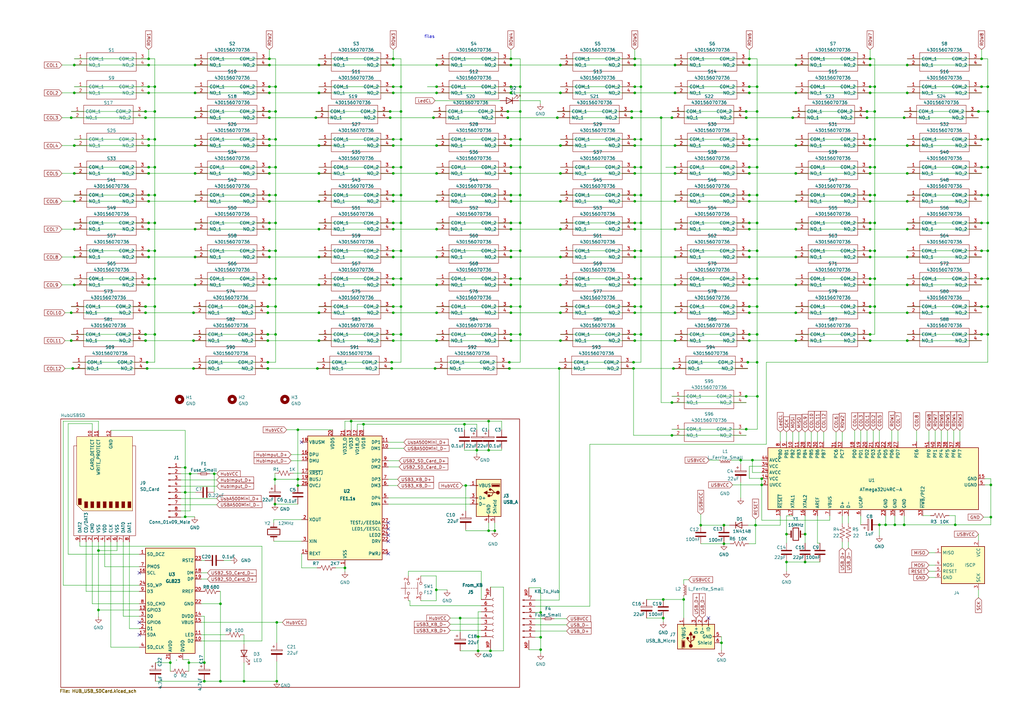
<source format=kicad_sch>
(kicad_sch (version 20231120) (generator "eeschema") (generator_version "8.0")
  (paper "A3")
  (junction (at 63.5 114.3))
  (junction (at 208.28 45.72))
  (junction (at 310.515 80.01))
  (junction (at 262.89 137.16))
  (junction (at 161.29 35.56))
  (junction (at 356.87 38.1))
  (junction (at 402.59 91.44))
  (junction (at 40.386 225.806))
  (junction (at 355.6 45.72))
  (junction (at 221.742 261.366))
  (junction (at 60.96 24.13))
  (junction (at 110.49 102.87))
  (junction (at 200.406 184.658))
  (junction (at 161.29 137.16))
  (junction (at 164.465 91.44))
  (junction (at 358.775 91.44))
  (junction (at 310.515 57.15))
  (junction (at 130.81 128.27))
  (junction (at 164.465 35.56))
  (junction (at 306.07 176.022))
  (junction (at 113.03 35.56))
  (junction (at 209.55 137.16))
  (junction (at 276.86 139.7))
  (junction (at 63.5 57.15))
  (junction (at 80.01 105.41))
  (junction (at 161.29 139.7))
  (junction (at 276.86 68.58))
  (junction (at 275.59 165.1))
  (junction (at 178.943 241.935))
  (junction (at 161.29 114.3))
  (junction (at 60.96 26.67))
  (junction (at 307.34 38.1))
  (junction (at 355.6 48.26))
  (junction (at 322.58 219.075))
  (junction (at 113.03 137.16))
  (junction (at 280.416 245.872))
  (junction (at 405.13 68.58))
  (junction (at 60.96 105.41))
  (junction (at 130.81 59.69))
  (junction (at 110.49 48.26))
  (junction (at 30.48 71.12))
  (junction (at 306.07 45.72))
  (junction (at 259.08 45.72))
  (junction (at 307.34 59.69))
  (junction (at 109.855 148.59))
  (junction (at 213.36 57.15))
  (junction (at 229.87 71.12))
  (junction (at 402.59 24.13))
  (junction (at 326.39 71.12))
  (junction (at 356.87 128.27))
  (junction (at 326.39 82.55))
  (junction (at 59.69 137.16))
  (junction (at 63.5 80.01))
  (junction (at 307.34 35.56))
  (junction (at 260.35 91.44))
  (junction (at 208.28 48.26))
  (junction (at 306.705 148.59))
  (junction (at 130.81 71.12))
  (junction (at 213.36 102.87))
  (junction (at 161.29 82.55))
  (junction (at 372.11 26.67))
  (junction (at 208.915 151.13))
  (junction (at 405.13 137.16))
  (junction (at 60.96 35.56))
  (junction (at 406.4 212.09))
  (junction (at 276.86 38.1))
  (junction (at 209.55 35.56))
  (junction (at 80.01 48.26))
  (junction (at 358.775 57.15))
  (junction (at 161.29 38.1))
  (junction (at 209.55 82.55))
  (junction (at 59.69 128.27))
  (junction (at 309.88 215.392))
  (junction (at 160.02 45.72))
  (junction (at 358.775 45.72))
  (junction (at 229.362 151.13))
  (junction (at 30.48 93.98))
  (junction (at 307.34 128.27))
  (junction (at 276.225 151.13))
  (junction (at 229.87 93.98))
  (junction (at 276.86 116.84))
  (junction (at 63.5 137.16))
  (junction (at 113.03 114.3))
  (junction (at 307.34 91.44))
  (junction (at 69.85 271.78))
  (junction (at 326.39 116.84))
  (junction (at 307.34 105.41))
  (junction (at 306.07 48.26))
  (junction (at 310.515 125.73))
  (junction (at 110.49 59.69))
  (junction (at 112.776 196.596))
  (junction (at 110.49 68.58))
  (junction (at 130.81 26.67))
  (junction (at 110.49 105.41))
  (junction (at 260.35 128.27))
  (junction (at 356.87 102.87))
  (junction (at 260.35 38.1))
  (junction (at 405.13 91.44))
  (junction (at 260.35 137.16))
  (junction (at 213.36 80.01))
  (junction (at 310.515 102.87))
  (junction (at 109.855 128.27))
  (junction (at 202.946 217.678))
  (junction (at 122.174 199.136))
  (junction (at 405.13 114.3))
  (junction (at 262.89 114.3))
  (junction (at 79.375 151.13))
  (junction (at 259.842 151.13))
  (junction (at 77.47 271.78))
  (junction (at 161.29 102.87))
  (junction (at 60.96 91.44))
  (junction (at 30.48 38.1))
  (junction (at 80.01 26.67))
  (junction (at 109.855 137.16))
  (junction (at 164.465 57.15))
  (junction (at 326.39 59.69))
  (junction (at 276.86 71.12))
  (junction (at 161.29 71.12))
  (junction (at 307.34 71.12))
  (junction (at 402.59 80.01))
  (junction (at 262.89 91.44))
  (junction (at 276.86 26.67))
  (junction (at 260.35 102.87))
  (junction (at 367.03 215.265))
  (junction (at 325.12 48.26))
  (junction (at 372.11 59.69))
  (junction (at 100.076 279.4))
  (junction (at 141.478 232.918))
  (junction (at 209.55 102.87))
  (junction (at 63.5 68.58))
  (junction (at 356.87 82.55))
  (junction (at 275.59 48.26))
  (junction (at 130.81 93.98))
  (junction (at 209.55 139.7))
  (junction (at 402.59 68.58))
  (junction (at 110.49 26.67))
  (junction (at 260.35 59.69))
  (junction (at 122.174 176.276))
  (junction (at 110.49 82.55))
  (junction (at 110.49 45.72))
  (junction (at 80.01 82.55))
  (junction (at 326.39 26.67))
  (junction (at 160.02 48.26))
  (junction (at 112.776 206.756))
  (junction (at 164.465 137.16))
  (junction (at 356.87 137.16))
  (junction (at 310.515 91.44))
  (junction (at 405.13 35.56))
  (junction (at 356.87 59.69))
  (junction (at 130.81 38.1))
  (junction (at 326.39 128.27))
  (junction (at 164.465 102.87))
  (junction (at 75.946 191.77))
  (junction (at 356.87 71.12))
  (junction (at 164.465 80.01))
  (junction (at 113.03 45.72))
  (junction (at 30.48 116.84))
  (junction (at 303.784 188.722))
  (junction (at 30.48 105.41))
  (junction (at 87.884 194.31))
  (junction (at 30.48 59.69))
  (junction (at 59.69 48.26))
  (junction (at 161.29 68.58))
  (junction (at 406.4 198.882))
  (junction (at 310.642 162.56))
  (junction (at 179.07 26.67))
  (junction (at 307.34 125.73))
  (junction (at 312.42 198.882))
  (junction (at 161.29 91.44))
  (junction (at 209.55 71.12))
  (junction (at 276.86 93.98))
  (junction (at 307.34 116.84))
  (junction (at 161.29 80.01))
  (junction (at 110.49 80.01))
  (junction (at 372.11 139.7))
  (junction (at 29.21 128.27))
  (junction (at 30.48 26.67))
  (junction (at 208.915 148.59))
  (junction (at 209.55 128.27))
  (junction (at 122.174 196.596))
  (junction (at 110.49 91.44))
  (junction (at 209.55 59.69))
  (junction (at 326.39 139.7))
  (junction (at 259.842 148.59))
  (junction (at 195.58 184.658))
  (junction (at 144.018 172.72))
  (junction (at 307.34 24.13))
  (junction (at 260.35 68.58))
  (junction (at 80.01 59.69))
  (junction (at 307.34 26.67))
  (junction (at 110.49 71.12))
  (junction (at 63.5 35.56))
  (junction (at 307.34 93.98))
  (junction (at 296.926 215.392))
  (junction (at 201.168 266.954))
  (junction (at 179.07 116.84))
  (junction (at 110.49 35.56))
  (junction (at 358.775 114.3))
  (junction (at 370.84 215.265))
  (junction (at 260.35 116.84))
  (junction (at 63.5 102.87))
  (junction (at 177.8 48.26))
  (junction (at 370.84 48.26))
  (junction (at 113.03 57.15))
  (junction (at 402.59 102.87))
  (junction (at 79.375 139.7))
  (junction (at 312.42 196.342))
  (junction (at 402.59 57.15))
  (junction (at 161.29 105.41))
  (junction (at 358.775 125.73))
  (junction (at 260.35 24.13))
  (junction (at 209.55 24.13))
  (junction (at 209.55 26.67))
  (junction (at 209.55 38.1))
  (junction (at 295.91 263.652))
  (junction (at 229.87 82.55))
  (junction (at 356.87 57.15))
  (junction (at 229.87 139.7))
  (junction (at 160.655 148.59))
  (junction (at 356.87 91.44))
  (junction (at 113.03 102.87))
  (junction (at 110.49 116.84))
  (junction (at 310.515 35.56))
  (junction (at 356.87 24.13))
  (junction (at 75.946 211.963))
  (junction (at 75.946 201.93))
  (junction (at 310.515 45.72))
  (junction (at 401.32 45.72))
  (junction (at 110.49 38.1))
  (junction (at 356.87 125.73))
  (junction (at 109.855 139.7))
  (junction (at 272.034 245.872))
  (junction (at 356.87 105.41))
  (junction (at 209.55 93.98))
  (junction (at 160.655 151.13))
  (junction (at 209.55 91.44))
  (junction (at 60.325 151.13))
  (junction (at 276.86 105.41))
  (junction (at 109.855 151.13))
  (junction (at 113.538 255.27))
  (junction (at 29.845 151.13))
  (junction (at 402.59 114.3))
  (junction (at 60.96 80.01))
  (junction (at 129.54 48.26))
  (junction (at 63.5 45.72))
  (junction (at 260.35 57.15))
  (junction (at 260.35 114.3))
  (junction (at 130.81 82.55))
  (junction (at 213.36 114.3))
  (junction (at 260.35 139.7))
  (junction (at 209.55 80.01))
  (junction (at 178.435 151.13))
  (junction (at 405.13 125.73))
  (junction (at 213.36 68.58))
  (junction (at 149.098 173.99))
  (junction (at 188.722 253.492))
  (junction (at 262.89 35.56))
  (junction (at 209.55 57.15))
  (junction (at 372.11 38.1))
  (junction (at 60.96 57.15))
  (junction (at 260.35 26.67))
  (junction (at 60.96 68.58))
  (junction (at 262.89 68.58))
  (junction (at 330.2 219.075))
  (junction (at 356.87 116.84))
  (junction (at 209.55 125.73))
  (junction (at 191.008 199.136))
  (junction (at 161.29 57.15))
  (junction (at 60.96 38.1))
  (junction (at 164.465 68.58))
  (junction (at 164.465 45.72))
  (junction (at 179.07 59.69))
  (junction (at 60.96 93.98))
  (junction (at 356.87 26.67))
  (junction (at 372.11 128.27))
  (junction (at 179.07 93.98))
  (junction (at 307.34 57.15))
  (junction (at 287.401 215.392))
  (junction (at 275.59 178.562))
  (junction (at 110.49 114.3))
  (junction (at 77.978 194.31))
  (junction (at 262.89 102.87))
  (junction (at 196.088 261.112))
  (junction (at 179.07 38.1))
  (junction (at 229.87 26.67))
  (junction (at 229.87 59.69))
  (junction (at 307.34 68.58))
  (junction (at 260.35 105.41))
  (junction (at 260.35 71.12))
  (junction (at 310.515 137.16))
  (junction (at 161.29 93.98))
  (junction (at 130.81 105.41))
  (junction (at 113.538 279.4))
  (junction (at 60.96 116.84))
  (junction (at 164.465 114.3))
  (junction (at 363.22 215.265))
  (junction (at 179.07 82.55))
  (junction (at 228.6 48.26))
  (junction (at 80.01 93.98))
  (junction (at 307.34 114.3))
  (junction (at 306.07 162.56))
  (junction (at 372.11 105.41))
  (junction (at 405.13 80.01))
  (junction (at 260.35 82.55))
  (junction (at 179.07 71.12))
  (junction (at 356.87 68.58))
  (junction (at 80.01 71.12))
  (junction (at 213.36 125.73))
  (junction (at 59.69 139.7))
  (junction (at 161.29 125.73))
  (junction (at 308.61 188.722))
  (junction (at 30.48 82.55))
  (junction (at 59.69 125.73))
  (junction (at 296.926 223.012))
  (junction (at 90.424 279.4))
  (junction (at 161.29 128.27))
  (junction (at 229.87 105.41))
  (junction (at 262.89 57.15))
  (junction (at 60.96 82.55))
  (junction (at 130.81 139.7))
  (junction (at 179.07 35.56))
  (junction (at 402.59 125.73))
  (junction (at 213.36 91.44))
  (junction (at 229.87 116.84))
  (junction (at 262.89 80.01))
  (junction (at 29.21 48.26))
  (junction (at 113.03 91.44))
  (junction (at 260.35 35.56))
  (junction (at 358.775 68.58))
  (junction (at 79.375 128.27))
  (junction (at 209.55 105.41))
  (junction (at 358.775 35.56))
  (junction (at 372.11 71.12))
  (junction (at 83.82 271.78))
  (junction (at 272.034 253.492))
  (junction (at 391.795 215.265))
  (junction (at 161.29 24.13))
  (junction (at 110.49 24.13))
  (junction (at 326.39 38.1))
  (junction (at 271.145 48.26))
  (junction (at 90.424 247.65))
  (junction (at 63.5 91.44))
  (junction (at 80.01 116.84))
  (junction (at 229.87 38.1))
  (junction (at 402.59 35.56))
  (junction (at 213.36 35.56))
  (junction (at 213.36 45.72))
  (junction (at 60.96 102.87))
  (junction (at 83.82 279.4))
  (junction (at 29.21 139.7))
  (junction (at 221.742 266.446))
  (junction (at 60.96 114.3))
  (junction (at 60.96 59.69))
  (junction (at 372.11 116.84))
  (junction (at 221.742 251.206))
  (junction (at 200.406 217.678))
  (junction (at 259.08 48.26))
  (junction (at 190.5 173.99))
  (junction (at 63.5 125.73))
  (junction (at 229.87 128.27))
  (junction (at 179.07 139.7))
  (junction (at 310.515 114.3))
  (junction (at 356.87 35.56))
  (junction (at 307.34 139.7))
  (junction (at 130.81 116.84))
  (junction (at 276.86 128.27))
  (junction (at 356.87 139.7))
  (junction (at 276.86 59.69))
  (junction (at 161.29 116.84))
  (junction (at 356.87 114.3))
  (junction (at 330.2 230.505))
  (junction (at 358.775 80.01))
  (junction (at 60.96 71.12))
  (junction (at 209.55 116.84))
  (junction (at 161.29 26.67))
  (junction (at 405.13 57.15))
  (junction (at 179.07 128.27))
  (junction (at 60.325 148.59))
  (junction (at 322.58 230.505))
  (junction (at 110.49 57.15))
  (junction (at 109.855 125.73))
  (junction (at 356.87 93.98))
  (junction (at 113.03 80.01))
  (junction (at 113.03 68.58))
  (junction (at 262.89 125.73))
  (junction (at 326.39 105.41))
  (junction (at 372.11 82.55))
  (junction (at 113.03 125.73))
  (junction (at 164.465 125.73))
  (junction (at 307.34 102.87))
  (junction (at 213.36 137.16))
  (junction (at 307.34 80.01))
  (junction (at 262.89 45.72))
  (junction (at 310.515 68.58))
  (junction (at 372.11 93.98))
  (junction (at 209.55 68.58))
  (junction (at 161.29 59.69))
  (junction (at 276.86 82.55))
  (junction (at 405.13 102.87))
  (junction (at 179.07 105.41))
  (junction (at 209.55 114.3))
  (junction (at 260.35 93.98))
  (junction (at 80.01 38.1))
  (junction (at 200.406 172.72))
  (junction (at 110.49 93.98))
  (junction (at 360.68 215.265))
  (junction (at 356.87 80.01))
  (junction (at 130.175 151.13))
  (junction (at 196.088 266.954))
  (junction (at 358.775 102.87))
  (junction (at 40.386 250.19))
  (junction (at 326.39 93.98))
  (junction (at 402.59 137.16))
  (junction (at 307.34 82.55))
  (junction (at 59.69 45.72))
  (junction (at 310.515 148.59))
  (junction (at 405.13 45.72))
  (junction (at 307.34 137.16))
  (junction (at 260.35 80.01))
  (junction (at 260.35 125.73))
  (no_connect (at 159.258 214.376))
  (no_connect (at 159.258 227.076))
  (no_connect (at 159.258 219.456))
  (no_connect (at 159.258 216.916))
  (no_connect (at 159.258 221.996))
  (no_connect (at 57.15 255.27))
  (no_connect (at 57.15 260.35))
  (no_connect (at 290.576 253.492))
  (no_connect (at 123.698 181.356))
  (no_connect (at 57.15 234.95))
  (wire (pts (xy 197.358 234.315) (xy 197.358 245.872)))
  (wire (pts (xy 372.11 105.41) (xy 402.59 105.41)))
  (wire (pts (xy 63.5 102.87) (xy 60.96 102.87)))
  (wire (pts (xy 146.558 173.99) (xy 149.098 173.99)))
  (wire (pts (xy 307.34 26.67) (xy 326.39 26.67)))
  (wire (pts (xy 299.974 188.722) (xy 303.784 188.722)))
  (wire (pts (xy 53.086 257.81) (xy 57.15 257.81)))
  (wire (pts (xy 332.74 177.165) (xy 332.74 181.102)))
  (wire (pts (xy 48.006 222.25) (xy 48.006 225.806)))
  (wire (pts (xy 219.456 253.746) (xy 222.25 253.746)))
  (wire (pts (xy 402.59 20.32) (xy 402.59 24.13)))
  (wire (pts (xy 326.39 24.13) (xy 356.87 24.13)))
  (wire (pts (xy 190.5 184.658) (xy 195.58 184.658)))
  (wire (pts (xy 161.29 137.16) (xy 164.465 137.16)))
  (wire (pts (xy 335.28 177.165) (xy 335.28 181.102)))
  (wire (pts (xy 229.362 246.126) (xy 229.362 151.13)))
  (wire (pts (xy 260.35 91.44) (xy 262.89 91.44)))
  (wire (pts (xy 107.442 262.89) (xy 82.55 262.89)))
  (wire (pts (xy 276.86 128.27) (xy 307.34 128.27)))
  (wire (pts (xy 80.01 48.26) (xy 110.49 48.26)))
  (wire (pts (xy 308.61 193.802) (xy 308.61 188.722)))
  (wire (pts (xy 405.13 24.13) (xy 405.13 35.56)))
  (wire (pts (xy 168.148 246.38) (xy 168.148 248.412)))
  (wire (pts (xy 80.01 45.72) (xy 110.49 45.72)))
  (wire (pts (xy 179.07 24.13) (xy 209.55 24.13)))
  (wire (pts (xy 25.4 48.26) (xy 29.21 48.26)))
  (wire (pts (xy 195.58 184.658) (xy 200.406 184.658)))
  (wire (pts (xy 260.35 116.84) (xy 276.86 116.84)))
  (wire (pts (xy 50.546 252.73) (xy 50.546 222.25)))
  (wire (pts (xy 129.54 48.26) (xy 160.02 48.26)))
  (wire (pts (xy 276.86 80.01) (xy 307.34 80.01)))
  (wire (pts (xy 60.96 68.58) (xy 63.5 68.58)))
  (wire (pts (xy 112.776 196.596) (xy 112.776 198.882)))
  (wire (pts (xy 262.89 102.87) (xy 262.89 114.3)))
  (wire (pts (xy 402.59 57.15) (xy 405.13 57.15)))
  (wire (pts (xy 307.34 93.98) (xy 326.39 93.98)))
  (wire (pts (xy 322.58 230.505) (xy 322.58 234.315)))
  (wire (pts (xy 112.268 214.376) (xy 112.268 213.106)))
  (wire (pts (xy 310.515 91.44) (xy 310.515 102.87)))
  (wire (pts (xy 402.59 102.87) (xy 405.13 102.87)))
  (wire (pts (xy 216.916 266.446) (xy 221.742 266.446)))
  (wire (pts (xy 307.34 38.1) (xy 326.39 38.1)))
  (wire (pts (xy 63.5 57.15) (xy 63.5 68.58)))
  (wire (pts (xy 322.58 230.378) (xy 322.58 230.505)))
  (wire (pts (xy 310.642 176.022) (xy 310.642 162.56)))
  (wire (pts (xy 307.34 102.87) (xy 310.515 102.87)))
  (wire (pts (xy 307.34 71.12) (xy 326.39 71.12)))
  (wire (pts (xy 262.89 125.73) (xy 262.89 137.16)))
  (wire (pts (xy 276.86 102.87) (xy 307.34 102.87)))
  (wire (pts (xy 372.11 71.12) (xy 402.59 71.12)))
  (wire (pts (xy 63.754 279.4) (xy 83.82 279.4)))
  (wire (pts (xy 370.84 45.72) (xy 401.32 45.72)))
  (wire (pts (xy 59.69 125.73) (xy 63.5 125.73)))
  (wire (pts (xy 393.7 176.53) (xy 393.7 181.102)))
  (wire (pts (xy 241.935 182.245) (xy 314.325 182.245)))
  (wire (pts (xy 178.435 148.59) (xy 208.915 148.59)))
  (wire (pts (xy 265.176 245.872) (xy 272.034 245.872)))
  (wire (pts (xy 280.416 244.602) (xy 280.416 245.872)))
  (wire (pts (xy 130.81 59.69) (xy 161.29 59.69)))
  (wire (pts (xy 370.84 48.26) (xy 401.32 48.26)))
  (wire (pts (xy 307.34 128.27) (xy 326.39 128.27)))
  (wire (pts (xy 276.225 148.59) (xy 306.705 148.59)))
  (wire (pts (xy 360.68 215.265) (xy 360.68 219.71)))
  (wire (pts (xy 405.13 57.15) (xy 405.13 68.58)))
  (wire (pts (xy 160.02 48.26) (xy 177.8 48.26)))
  (wire (pts (xy 59.69 45.72) (xy 63.5 45.72)))
  (wire (pts (xy 25.908 240.03) (xy 25.908 172.72)))
  (wire (pts (xy 197.358 250.952) (xy 196.088 250.952)))
  (wire (pts (xy 260.35 20.32) (xy 260.35 24.13)))
  (wire (pts (xy 322.58 219.075) (xy 322.58 222.758)))
  (wire (pts (xy 77.978 194.31) (xy 77.978 209.55)))
  (wire (pts (xy 69.85 271.78) (xy 69.85 270.51)))
  (wire (pts (xy 159.258 204.216) (xy 192.786 204.216)))
  (wire (pts (xy 60.96 116.84) (xy 80.01 116.84)))
  (wire (pts (xy 326.39 35.56) (xy 356.87 35.56)))
  (wire (pts (xy 168.148 248.412) (xy 197.358 248.412)))
  (wire (pts (xy 191.008 199.136) (xy 191.008 209.55)))
  (wire (pts (xy 129.54 45.72) (xy 160.02 45.72)))
  (wire (pts (xy 327.66 177.165) (xy 327.66 181.102)))
  (wire (pts (xy 229.87 59.69) (xy 260.35 59.69)))
  (wire (pts (xy 53.086 222.25) (xy 53.086 257.81)))
  (wire (pts (xy 367.03 215.265) (xy 370.84 215.265)))
  (wire (pts (xy 109.855 148.59) (xy 113.03 148.59)))
  (wire (pts (xy 29.21 45.72) (xy 59.69 45.72)))
  (wire (pts (xy 326.39 137.16) (xy 356.87 137.16)))
  (wire (pts (xy 262.89 68.58) (xy 262.89 57.15)))
  (wire (pts (xy 37.846 176.53) (xy 37.846 173.736)))
  (wire (pts (xy 336.296 230.378) (xy 336.296 230.505)))
  (wire (pts (xy 122.174 196.596) (xy 123.698 196.596)))
  (wire (pts (xy 161.29 116.84) (xy 179.07 116.84)))
  (wire (pts (xy 25.4 93.98) (xy 30.48 93.98)))
  (wire (pts (xy 90.424 247.65) (xy 90.424 279.4)))
  (wire (pts (xy 30.48 80.01) (xy 60.96 80.01)))
  (wire (pts (xy 209.55 116.84) (xy 229.87 116.84)))
  (wire (pts (xy 307.34 35.56) (xy 310.515 35.56)))
  (wire (pts (xy 159.258 188.976) (xy 163.703 188.976)))
  (wire (pts (xy 209.55 128.27) (xy 229.87 128.27)))
  (wire (pts (xy 402.59 80.01) (xy 405.13 80.01)))
  (wire (pts (xy 110.49 24.13) (xy 113.03 24.13)))
  (wire (pts (xy 110.49 91.44) (xy 113.03 91.44)))
  (wire (pts (xy 113.03 80.01) (xy 113.03 91.44)))
  (wire (pts (xy 164.465 125.73) (xy 164.465 137.16)))
  (wire (pts (xy 77.978 194.31) (xy 81.026 194.31)))
  (wire (pts (xy 326.39 128.27) (xy 356.87 128.27)))
  (wire (pts (xy 406.4 196.342) (xy 406.4 198.882)))
  (wire (pts (xy 260.35 71.12) (xy 276.86 71.12)))
  (wire (pts (xy 345.44 177.165) (xy 345.44 181.102)))
  (wire (pts (xy 229.87 128.27) (xy 260.35 128.27)))
  (wire (pts (xy 312.42 196.215) (xy 307.34 196.215)))
  (wire (pts (xy 122.174 199.136) (xy 123.698 199.136)))
  (wire (pts (xy 345.44 211.582) (xy 345.44 214.63)))
  (wire (pts (xy 119.38 188.976) (xy 123.698 188.976)))
  (wire (pts (xy 260.35 59.69) (xy 276.86 59.69)))
  (wire (pts (xy 60.96 80.01) (xy 63.5 80.01)))
  (wire (pts (xy 213.36 24.13) (xy 213.36 35.56)))
  (wire (pts (xy 209.55 93.98) (xy 229.87 93.98)))
  (wire (pts (xy 190.5 173.99) (xy 195.58 173.99)))
  (wire (pts (xy 353.06 211.582) (xy 353.06 215.265)))
  (wire (pts (xy 60.96 26.67) (xy 80.01 26.67)))
  (wire (pts (xy 164.465 57.15) (xy 161.29 57.15)))
  (wire (pts (xy 122.174 176.276) (xy 136.398 176.276)))
  (wire (pts (xy 80.01 59.69) (xy 110.49 59.69)))
  (wire (pts (xy 309.88 215.392) (xy 309.88 223.012)))
  (wire (pts (xy 161.29 20.32) (xy 161.29 24.13)))
  (wire (pts (xy 326.39 91.44) (xy 356.87 91.44)))
  (wire (pts (xy 109.855 151.13) (xy 130.175 151.13)))
  (wire (pts (xy 209.55 38.1) (xy 229.87 38.1)))
  (wire (pts (xy 405.13 35.56) (xy 405.13 45.72)))
  (wire (pts (xy 356.87 24.13) (xy 358.775 24.13)))
  (wire (pts (xy 79.375 128.27) (xy 109.855 128.27)))
  (wire (pts (xy 77.47 270.51) (xy 77.47 271.78)))
  (wire (pts (xy 87.884 194.31) (xy 87.884 201.93)))
  (wire (pts (xy 229.87 125.73) (xy 260.35 125.73)))
  (wire (pts (xy 303.784 197.866) (xy 303.784 204.216)))
  (wire (pts (xy 112.268 221.996) (xy 123.698 221.996)))
  (wire (pts (xy 119.38 186.436) (xy 123.698 186.436)))
  (wire (pts (xy 110.49 71.12) (xy 130.81 71.12)))
  (wire (pts (xy 179.07 26.67) (xy 209.55 26.67)))
  (wire (pts (xy 276.86 68.58) (xy 307.34 68.58)))
  (wire (pts (xy 402.59 91.44) (xy 405.13 91.44)))
  (wire (pts (xy 172.593 236.22) (xy 178.943 236.22)))
  (wire (pts (xy 229.87 91.44) (xy 260.35 91.44)))
  (wire (pts (xy 383.54 176.53) (xy 383.54 181.102)))
  (wire (pts (xy 161.29 82.55) (xy 179.07 82.55)))
  (wire (pts (xy 310.515 137.16) (xy 310.515 148.59)))
  (wire (pts (xy 59.69 139.7) (xy 79.375 139.7)))
  (wire (pts (xy 229.87 26.67) (xy 260.35 26.67)))
  (wire (pts (xy 356.87 82.55) (xy 372.11 82.55)))
  (wire (pts (xy 295.91 263.652) (xy 295.91 261.112)))
  (wire (pts (xy 30.48 102.87) (xy 60.96 102.87)))
  (wire (pts (xy 337.82 177.165) (xy 337.82 181.102)))
  (wire (pts (xy 178.435 151.13) (xy 208.915 151.13)))
  (wire (pts (xy 112.776 206.756) (xy 122.174 206.756)))
  (wire (pts (xy 307.34 68.58) (xy 310.515 68.58)))
  (wire (pts (xy 25.4 26.67) (xy 30.48 26.67)))
  (wire (pts (xy 405.13 45.72) (xy 401.32 45.72)))
  (wire (pts (xy 179.07 93.98) (xy 209.55 93.98)))
  (wire (pts (xy 326.39 93.98) (xy 356.87 93.98)))
  (wire (pts (xy 26.67 128.27) (xy 29.21 128.27)))
  (wire (pts (xy 358.775 68.58) (xy 356.87 68.58)))
  (wire (pts (xy 25.908 172.72) (xy 40.386 172.72)))
  (wire (pts (xy 80.01 26.67) (xy 110.49 26.67)))
  (wire (pts (xy 63.5 45.72) (xy 63.5 57.15)))
  (wire (pts (xy 276.86 82.55) (xy 307.34 82.55)))
  (wire (pts (xy 80.01 24.13) (xy 110.49 24.13)))
  (wire (pts (xy 405.13 91.44) (xy 405.13 102.87)))
  (wire (pts (xy 179.07 38.1) (xy 209.55 38.1)))
  (wire (pts (xy 179.07 105.41) (xy 209.55 105.41)))
  (wire (pts (xy 40.386 225.806) (xy 40.386 222.25)))
  (wire (pts (xy 110.49 26.67) (xy 130.81 26.67)))
  (wire (pts (xy 229.87 68.58) (xy 260.35 68.58)))
  (wire (pts (xy 130.175 151.13) (xy 160.655 151.13)))
  (wire (pts (xy 262.89 68.58) (xy 262.89 80.01)))
  (wire (pts (xy 307.34 20.32) (xy 307.34 24.13)))
  (wire (pts (xy 160.655 151.13) (xy 178.435 151.13)))
  (wire (pts (xy 209.55 59.69) (xy 229.87 59.69)))
  (wire (pts (xy 110.49 116.84) (xy 130.81 116.84)))
  (wire (pts (xy 110.49 93.98) (xy 130.81 93.98)))
  (wire (pts (xy 25.4 82.55) (xy 30.48 82.55)))
  (wire (pts (xy 271.145 48.26) (xy 271.145 165.1)))
  (wire (pts (xy 406.4 212.09) (xy 406.4 215.265)))
  (wire (pts (xy 276.86 116.84) (xy 307.34 116.84)))
  (wire (pts (xy 63.5 80.01) (xy 63.5 91.44)))
  (wire (pts (xy 40.386 250.19) (xy 57.15 250.19)))
  (wire (pts (xy 208.915 151.13) (xy 229.362 151.13)))
  (wire (pts (xy 372.11 59.69) (xy 402.59 59.69)))
  (wire (pts (xy 326.39 71.12) (xy 356.87 71.12)))
  (wire (pts (xy 48.006 225.806) (xy 40.386 225.806)))
  (wire (pts (xy 219.456 246.126) (xy 229.362 246.126)))
  (wire (pts (xy 340.36 213.36) (xy 312.42 213.36)))
  (wire (pts (xy 272.034 245.872) (xy 280.416 245.872)))
  (wire (pts (xy 405.13 68.58) (xy 402.59 68.58)))
  (wire (pts (xy 262.89 80.01) (xy 262.89 91.44)))
  (wire (pts (xy 77.978 209.55) (xy 74.168 209.55)))
  (wire (pts (xy 326.39 82.55) (xy 356.87 82.55)))
  (wire (pts (xy 130.81 105.41) (xy 161.29 105.41)))
  (wire (pts (xy 60.96 114.3) (xy 63.5 114.3)))
  (wire (pts (xy 372.11 57.15) (xy 402.59 57.15)))
  (wire (pts (xy 326.39 102.87) (xy 356.87 102.87)))
  (wire (pts (xy 358.775 57.15) (xy 358.775 45.72)))
  (wire (pts (xy 113.538 279.4) (xy 100.076 279.4)))
  (wire (pts (xy 213.36 114.3) (xy 213.36 125.73)))
  (wire (pts (xy 32.766 222.25) (xy 32.766 224.028)))
  (wire (pts (xy 314.325 148.59) (xy 405.13 148.59)))
  (wire (pts (xy 325.12 211.582) (xy 322.58 211.582)))
  (wire (pts (xy 356.87 137.16) (xy 358.775 137.16)))
  (wire (pts (xy 110.49 59.69) (xy 130.81 59.69)))
  (wire (pts (xy 130.048 232.918) (xy 123.698 232.918)))
  (wire (pts (xy 296.926 223.012) (xy 299.466 223.012)))
  (wire (pts (xy 308.61 188.722) (xy 312.42 188.722)))
  (wire (pts (xy 312.42 193.802) (xy 308.61 193.802)))
  (wire (pts (xy 161.29 125.73) (xy 164.465 125.73)))
  (wire (pts (xy 40.386 172.72) (xy 40.386 176.53)))
  (wire (pts (xy 42.926 232.41) (xy 57.15 232.41)))
  (wire (pts (xy 326.39 125.73) (xy 356.87 125.73)))
  (wire (pts (xy 213.36 35.56) (xy 213.36 45.72)))
  (wire (pts (xy 209.55 125.73) (xy 213.36 125.73)))
  (wire (pts (xy 200.406 184.658) (xy 205.74 184.658)))
  (wire (pts (xy 209.55 105.41) (xy 229.87 105.41)))
  (wire (pts (xy 307.34 125.73) (xy 310.515 125.73)))
  (wire (pts (xy 309.88 215.392) (xy 320.04 215.392)))
  (wire (pts (xy 130.81 102.87) (xy 161.29 102.87)))
  (wire (pts (xy 372.11 116.84) (xy 402.59 116.84)))
  (wire (pts (xy 178.435 41.275) (xy 205.105 41.275)))
  (wire (pts (xy 179.07 102.87) (xy 209.55 102.87)))
  (wire (pts (xy 325.12 177.165) (xy 325.12 181.102)))
  (wire (pts (xy 241.935 248.666) (xy 241.935 182.245)))
  (wire (pts (xy 275.59 165.1) (xy 306.07 165.1)))
  (wire (pts (xy 229.87 139.7) (xy 260.35 139.7)))
  (wire (pts (xy 262.89 125.73) (xy 260.35 125.73)))
  (wire (pts (xy 30.48 38.1) (xy 60.96 38.1)))
  (wire (pts (xy 372.11 24.13) (xy 402.59 24.13)))
  (wire (pts (xy 80.01 116.84) (xy 110.49 116.84)))
  (wire (pts (xy 212.725 41.275) (xy 221.615 41.275)))
  (wire (pts (xy 63.5 114.3) (xy 63.5 125.73)))
  (wire (pts (xy 60.96 105.41) (xy 80.01 105.41)))
  (wire (pts (xy 161.29 24.13) (xy 164.465 24.13)))
  (wire (pts (xy 209.55 80.01) (xy 213.36 80.01)))
  (wire (pts (xy 29.21 137.16) (xy 59.69 137.16)))
  (wire (pts (xy 314.325 182.245) (xy 314.325 148.59)))
  (wire (pts (xy 295.656 263.652) (xy 295.91 263.652)))
  (wire (pts (xy 159.258 191.516) (xy 163.703 191.516)))
  (wire (pts (xy 59.69 48.26) (xy 80.01 48.26)))
  (wire (pts (xy 164.465 137.16) (xy 164.465 148.59)))
  (wire (pts (xy 79.375 148.59) (xy 109.855 148.59)))
  (wire (pts (xy 325.12 45.72) (xy 355.6 45.72)))
  (wire (pts (xy 388.62 176.53) (xy 388.62 181.102)))
  (wire (pts (xy 307.086 223.012) (xy 309.88 223.012)))
  (wire (pts (xy 109.855 137.16) (xy 113.03 137.16)))
  (wire (pts (xy 82.55 247.65) (xy 90.424 247.65)))
  (wire (pts (xy 406.4 198.882) (xy 406.4 212.09)))
  (wire (pts (xy 330.2 211.582) (xy 330.2 219.075)))
  (wire (pts (xy 30.48 57.15) (xy 60.96 57.15)))
  (wire (pts (xy 209.55 82.55) (xy 229.87 82.55)))
  (wire (pts (xy 201.168 266.954) (xy 201.168 266.192)))
  (wire (pts (xy 229.362 148.59) (xy 259.842 148.59)))
  (wire (pts (xy 336.296 222.758) (xy 335.28 222.758)))
  (wire (pts (xy 310.515 125.73) (xy 310.515 137.16)))
  (wire (pts (xy 45.466 222.25) (xy 45.466 265.43)))
  (wire (pts (xy 276.86 91.44) (xy 307.34 91.44)))
  (wire (pts (xy 161.29 68.58) (xy 164.465 68.58)))
  (wire (pts (xy 179.07 125.73) (xy 209.55 125.73)))
  (wire (pts (xy 161.29 102.87) (xy 164.465 102.87)))
  (wire (pts (xy 30.48 59.69) (xy 60.96 59.69)))
  (wire (pts (xy 57.15 252.73) (xy 50.546 252.73)))
  (wire (pts (xy 356.87 20.32) (xy 356.87 24.13)))
  (wire (pts (xy 60.325 148.59) (xy 63.5 148.59)))
  (wire (pts (xy 201.168 240.792) (xy 206.502 240.792)))
  (wire (pts (xy 401.32 241.935) (xy 401.32 245.11)))
  (wire (pts (xy 159.258 206.756) (xy 192.786 206.756)))
  (wire (pts (xy 202.946 217.678) (xy 202.946 214.376)))
  (wire (pts (xy 262.89 102.87) (xy 260.35 102.87)))
  (wire (pts (xy 200.406 172.72) (xy 200.406 176.276)))
  (wire (pts (xy 30.48 105.41) (xy 60.96 105.41)))
  (wire (pts (xy 229.362 151.13) (xy 259.842 151.13)))
  (wire (pts (xy 221.742 261.366) (xy 221.742 266.446)))
  (wire (pts (xy 178.943 241.935) (xy 183.388 241.935)))
  (wire (pts (xy 391.795 211.455) (xy 391.795 215.265)))
  (wire (pts (xy 312.42 196.215) (xy 312.42 196.342)))
  (wire (pts (xy 271.145 48.26) (xy 275.59 48.26)))
  (wire (pts (xy 25.4 105.41) (xy 30.48 105.41)))
  (wire (pts (xy 260.35 24.13) (xy 262.89 24.13)))
  (wire (pts (xy 260.35 35.56) (xy 262.89 35.56)))
  (wire (pts (xy 77.47 275.336) (xy 77.47 271.78)))
  (wire (pts (xy 179.07 68.58) (xy 209.55 68.58)))
  (wire (pts (xy 130.175 148.59) (xy 160.655 148.59)))
  (wire (pts (xy 405.13 68.58) (xy 405.13 80.01)))
  (wire (pts (xy 63.5 102.87) (xy 63.5 114.3)))
  (wire (pts (xy 320.04 215.392) (xy 320.04 211.582)))
  (wire (pts (xy 82.55 255.27) (xy 113.538 255.27)))
  (wire (pts (xy 112.268 213.106) (xy 123.698 213.106)))
  (wire (pts (xy 179.07 57.15) (xy 209.55 57.15)))
  (wire (pts (xy 63.5 24.13) (xy 63.5 35.56)))
  (wire (pts (xy 273.05 68.58) (xy 276.86 68.58)))
  (wire (pts (xy 310.515 35.56) (xy 310.515 24.13)))
  (wire (pts (xy 360.68 215.265) (xy 363.22 215.265)))
  (wire (pts (xy 306.07 162.56) (xy 310.642 162.56)))
  (wire (pts (xy 358.775 102.87) (xy 358.775 114.3)))
  (wire (pts (xy 113.538 255.27) (xy 115.824 255.27)))
  (wire (pts (xy 164.465 91.44) (xy 164.465 102.87)))
  (wire (pts (xy 109.855 125.73) (xy 113.03 125.73)))
  (wire (pts (xy 350.52 176.53) (xy 350.52 181.102)))
  (wire (pts (xy 29.21 139.7) (xy 59.69 139.7)))
  (wire (pts (xy 356.87 80.01) (xy 358.775 80.01)))
  (wire (pts (xy 35.306 242.57) (xy 35.306 222.25)))
  (wire (pts (xy 87.884 194.31) (xy 88.9 194.31)))
  (wire (pts (xy 262.89 137.16) (xy 262.89 148.59)))
  (wire (pts (xy 340.36 211.582) (xy 340.36 213.36)))
  (wire (pts (xy 310.515 114.3) (xy 310.515 125.73)))
  (wire (pts (xy 110.49 57.15) (xy 113.03 57.15)))
  (wire (pts (xy 30.48 68.58) (xy 60.96 68.58)))
  (wire (pts (xy 25.4 59.69) (xy 30.48 59.69)))
  (wire (pts (xy 342.9 177.165) (xy 342.9 181.102)))
  (wire (pts (xy 389.255 211.455) (xy 391.795 211.455)))
  (wire (pts (xy 209.55 139.7) (xy 229.87 139.7)))
  (wire (pts (xy 60.96 20.32) (xy 60.96 24.13)))
  (wire (pts (xy 356.87 105.41) (xy 372.11 105.41)))
  (wire (pts (xy 310.515 68.58) (xy 310.515 57.15)))
  (wire (pts (xy 130.81 80.01) (xy 161.29 80.01)))
  (wire (pts (xy 130.81 93.98) (xy 161.29 93.98)))
  (wire (pts (xy 141.478 232.156) (xy 141.478 232.918)))
  (wire (pts (xy 221.742 241.046) (xy 221.742 251.206)))
  (wire (pts (xy 90.424 242.57) (xy 90.424 247.65)))
  (wire (pts (xy 80.01 102.87) (xy 110.49 102.87)))
  (wire (pts (xy 113.03 114.3) (xy 113.03 125.73)))
  (wire (pts (xy 113.03 137.16) (xy 113.03 148.59)))
  (wire (pts (xy 30.48 82.55) (xy 60.96 82.55)))
  (wire (pts (xy 262.89 57.15) (xy 260.35 57.15)))
  (wire (pts (xy 209.55 35.56) (xy 213.36 35.56)))
  (wire (pts (xy 179.07 137.16) (xy 209.55 137.16)))
  (wire (pts (xy 27.94 227.33) (xy 57.15 227.33)))
  (wire (pts (xy 130.81 26.67) (xy 161.29 26.67)))
  (wire (pts (xy 159.258 183.896) (xy 165.608 183.896)))
  (wire (pts (xy 229.87 116.84) (xy 260.35 116.84)))
  (wire (pts (xy 178.943 236.22) (xy 178.943 241.935)))
  (wire (pts (xy 405.13 114.3) (xy 402.59 114.3)))
  (wire (pts (xy 79.883 211.963) (xy 75.946 211.963)))
  (wire (pts (xy 130.81 24.13) (xy 161.29 24.13)))
  (wire (pts (xy 356.87 114.3) (xy 358.775 114.3)))
  (wire (pts (xy 347.98 222.25) (xy 347.98 224.79)))
  (wire (pts (xy 29.845 151.13) (xy 60.325 151.13)))
  (wire (pts (xy 219.456 248.666) (xy 241.935 248.666)))
  (wire (pts (xy 290.83 188.722) (xy 294.894 188.722)))
  (wire (pts (xy 205.74 172.72) (xy 200.406 172.72)))
  (wire (pts (xy 345.44 222.25) (xy 345.44 224.79)))
  (wire (pts (xy 164.465 45.72) (xy 164.465 57.15)))
  (wire (pts (xy 191.008 199.136) (xy 192.786 199.136)))
  (wire (pts (xy 74.168 199.39) (xy 88.9 199.39)))
  (wire (pts (xy 213.36 148.59) (xy 208.915 148.59)))
  (wire (pts (xy 209.55 20.32) (xy 209.55 24.13)))
  (wire (pts (xy 74.168 201.93) (xy 75.946 201.93)))
  (wire (pts (xy 229.87 57.15) (xy 260.35 57.15)))
  (wire (pts (xy 358.775 91.44) (xy 356.87 91.44)))
  (wire (pts (xy 80.01 93.98) (xy 110.49 93.98)))
  (wire (pts (xy 221.615 42.545) (xy 221.615 41.275)))
  (wire (pts (xy 228.6 45.72) (xy 259.08 45.72)))
  (wire (pts (xy 229.87 35.56) (xy 260.35 35.56)))
  (wire (pts (xy 161.29 26.67) (xy 179.07 26.67)))
  (wire (pts (xy 260.35 128.27) (xy 276.86 128.27)))
  (wire (pts (xy 381 234.315) (xy 383.54 234.315)))
  (wire (pts (xy 177.8 48.26) (xy 208.28 48.26)))
  (wire (pts (xy 110.49 114.3) (xy 113.03 114.3)))
  (wire (pts (xy 275.59 162.56) (xy 306.07 162.56)))
  (wire (pts (xy 310.515 148.59) (xy 306.705 148.59)))
  (wire (pts (xy 167.513 246.38) (xy 168.148 246.38)))
  (wire (pts (xy 113.03 57.15) (xy 113.03 68.58)))
  (wire (pts (xy 405.13 137.16) (xy 405.13 148.59)))
  (wire (pts (xy 110.49 82.55) (xy 130.81 82.55)))
  (wire (pts (xy 356.87 139.7) (xy 372.11 139.7)))
  (wire (pts (xy 144.018 172.72) (xy 200.406 172.72)))
  (wire (pts (xy 82.55 234.95) (xy 85.09 234.95)))
  (wire (pts (xy 130.81 35.56) (xy 161.29 35.56)))
  (wire (pts (xy 175.26 35.56) (xy 179.07 35.56)))
  (wire (pts (xy 276.86 71.12) (xy 307.34 71.12)))
  (wire (pts (xy 200.406 217.678) (xy 202.946 217.678)))
  (wire (pts (xy 29.21 128.27) (xy 59.69 128.27)))
  (wire (pts (xy 325.12 48.26) (xy 355.6 48.26)))
  (wire (pts (xy 109.855 139.7) (xy 130.81 139.7)))
  (wire (pts (xy 75.946 191.77) (xy 75.946 201.93)))
  (wire (pts (xy 372.11 114.3) (xy 402.59 114.3)))
  (wire (pts (xy 161.29 105.41) (xy 179.07 105.41)))
  (wire (pts (xy 229.87 137.16) (xy 260.35 137.16)))
  (wire (pts (xy 63.5 68.58) (xy 63.5 80.01)))
  (wire (pts (xy 275.59 178.562) (xy 259.842 178.562)))
  (wire (pts (xy 30.48 71.12) (xy 60.96 71.12)))
  (wire (pts (xy 25.4 116.84) (xy 30.48 116.84)))
  (wire (pts (xy 130.81 57.15) (xy 161.29 57.15)))
  (wire (pts (xy 60.96 91.44) (xy 63.5 91.44)))
  (wire (pts (xy 372.11 80.01) (xy 402.59 80.01)))
  (wire (pts (xy 213.36 45.72) (xy 208.28 45.72)))
  (wire (pts (xy 309.88 212.852) (xy 309.88 215.392)))
  (wire (pts (xy 372.11 128.27) (xy 402.59 128.27)))
  (wire (pts (xy 110.49 105.41) (xy 130.81 105.41)))
  (wire (pts (xy 80.01 82.55) (xy 110.49 82.55)))
  (wire (pts (xy 130.81 114.3) (xy 161.29 114.3)))
  (wire (pts (xy 358.775 80.01) (xy 358.775 91.44)))
  (wire (pts (xy 405.13 125.73) (xy 405.13 114.3)))
  (wire (pts (xy 167.513 234.315) (xy 197.358 234.315)))
  (wire (pts (xy 161.29 114.3) (xy 164.465 114.3)))
  (wire (pts (xy 229.87 38.1) (xy 260.35 38.1)))
  (wire (pts (xy 213.36 68.58) (xy 209.55 68.58)))
  (wire (pts (xy 205.74 184.658) (xy 205.74 183.896)))
  (wire (pts (xy 310.642 162.56) (xy 310.642 148.59)))
  (wire (pts (xy 110.49 102.87) (xy 113.03 102.87)))
  (wire (pts (xy 30.48 35.56) (xy 60.96 35.56)))
  (wire (pts (xy 276.225 151.13) (xy 306.705 151.13)))
  (wire (pts (xy 122.174 199.136) (xy 122.174 196.596)))
  (wire (pts (xy 259.08 45.72) (xy 262.89 45.72)))
  (wire (pts (xy 370.84 211.582) (xy 370.84 215.265)))
  (wire (pts (xy 190.5 184.658) (xy 190.5 183.896)))
  (wire (pts (xy 74.168 191.77) (xy 75.946 191.77)))
  (wire (pts (xy 353.06 176.53) (xy 353.06 181.102)))
  (wire (pts (xy 275.59 176.022) (xy 306.07 176.022)))
  (wire (pts (xy 113.03 68.58) (xy 113.03 80.01)))
  (wire (pts (xy 213.36 45.72) (xy 213.36 57.15)))
  (wire (pts (xy 355.6 48.26) (xy 370.84 48.26)))
  (wire (pts (xy 307.34 137.16) (xy 310.515 137.16)))
  (wire (pts (xy 82.55 260.35) (xy 92.456 260.35)))
  (wire (pts (xy 356.87 128.27) (xy 372.11 128.27)))
  (wire (pts (xy 276.86 59.69) (xy 307.34 59.69)))
  (wire (pts (xy 82.55 237.49) (xy 85.09 237.49)))
  (wire (pts (xy 29.845 148.59) (xy 60.325 148.59)))
  (wire (pts (xy 356.87 38.1) (xy 372.11 38.1)))
  (wire (pts (xy 405.13 137.16) (xy 405.13 125.73)))
  (wire (pts (xy 275.59 178.562) (xy 306.07 178.562)))
  (wire (pts (xy 110.49 80.01) (xy 113.03 80.01)))
  (wire (pts (xy 259.08 48.26) (xy 271.145 48.26)))
  (wire (pts (xy 358.775 68.58) (xy 358.775 80.01)))
  (wire (pts (xy 276.86 38.1) (xy 307.34 38.1)))
  (wire (pts (xy 26.67 139.7) (xy 29.21 139.7)))
  (wire (pts (xy 300.482 198.882) (xy 312.42 198.882)))
  (wire (pts (xy 372.11 125.73) (xy 402.59 125.73)))
  (wire (pts (xy 206.502 266.954) (xy 201.168 266.954)))
  (wire (pts (xy 216.916 241.046) (xy 221.742 241.046)))
  (wire (pts (xy 74.168 204.47) (xy 88.9 204.47)))
  (wire (pts (xy 178.943 241.935) (xy 178.943 246.38)))
  (wire (pts (xy 117.602 176.276) (xy 122.174 176.276)))
  (wire (pts (xy 260.35 114.3) (xy 262.89 114.3)))
  (wire (pts (xy 276.86 57.15) (xy 307.34 57.15)))
  (wire (pts (xy 178.943 246.38) (xy 172.593 246.38)))
  (wire (pts (xy 310.515 24.13) (xy 307.34 24.13)))
  (wire (pts (xy 356.87 57.15) (xy 358.775 57.15)))
  (wire (pts (xy 161.29 35.56) (xy 164.465 35.56)))
  (wire (pts (xy 113.538 271.272) (xy 113.538 279.4)))
  (wire (pts (xy 402.59 137.16) (xy 405.13 137.16)))
  (wire (pts (xy 260.35 137.16) (xy 262.89 137.16)))
  (wire (pts (xy 295.91 261.112) (xy 295.656 261.112)))
  (wire (pts (xy 259.842 148.59) (xy 262.89 148.59)))
  (wire (pts (xy 196.088 266.954) (xy 196.088 261.112)))
  (wire (pts (xy 368.3 176.53) (xy 368.3 181.102)))
  (wire (pts (xy 80.01 91.44) (xy 110.49 91.44)))
  (wire (pts (xy 326.39 57.15) (xy 356.87 57.15)))
  (wire (pts (xy 60.96 82.55) (xy 80.01 82.55)))
  (wire (pts (xy 63.5 125.73) (xy 63.5 137.16)))
  (wire (pts (xy 229.87 24.13) (xy 260.35 24.13)))
  (wire (pts (xy 356.87 35.56) (xy 358.775 35.56)))
  (wire (pts (xy 113.03 91.44) (xy 113.03 102.87)))
  (wire (pts (xy 164.465 80.01) (xy 164.465 91.44)))
  (wire (pts (xy 161.29 128.27) (xy 179.07 128.27)))
  (wire (pts (xy 83.82 252.73) (xy 83.82 271.78)))
  (wire (pts (xy 196.088 266.954) (xy 201.168 266.954)))
  (wire (pts (xy 184.658 253.492) (xy 188.722 253.492)))
  (wire (pts (xy 326.39 59.69) (xy 356.87 59.69)))
  (wire (pts (xy 310.515 80.01) (xy 310.515 91.44)))
  (wire (pts (xy 260.35 139.7) (xy 276.86 139.7)))
  (wire (pts (xy 209.55 71.12) (xy 229.87 71.12)))
  (wire (pts (xy 80.01 80.01) (xy 110.49 80.01)))
  (wire (pts (xy 130.81 71.12) (xy 161.29 71.12)))
  (wire (pts (xy 195.58 173.99) (xy 195.58 176.276)))
  (wire (pts (xy 130.81 116.84) (xy 161.29 116.84)))
  (wire (pts (xy 307.34 196.215) (xy 307.34 191.262)))
  (wire (pts (xy 209.55 24.13) (xy 213.36 24.13)))
  (wire (pts (xy 310.642 148.59) (xy 310.515 148.59)))
  (wire (pts (xy 378.46 211.455) (xy 381.635 211.455)))
  (wire (pts (xy 205.74 176.276) (xy 205.74 172.72)))
  (wire (pts (xy 307.34 139.7) (xy 326.39 139.7)))
  (wire (pts (xy 307.34 82.55) (xy 326.39 82.55)))
  (wire (pts (xy 80.01 35.56) (xy 110.49 35.56)))
  (wire (pts (xy 80.01 68.58) (xy 110.49 68.58)))
  (wire (pts (xy 303.784 190.246) (xy 303.784 188.722)))
  (wire (pts (xy 74.168 196.85) (xy 88.9 196.85)))
  (wire (pts (xy 260.35 68.58) (xy 262.89 68.58)))
  (wire (pts (xy 356.87 59.69) (xy 372.11 59.69)))
  (wire (pts (xy 25.4 71.12) (xy 30.48 71.12)))
  (wire (pts (xy 306.832 215.392) (xy 309.88 215.392)))
  (wire (pts (xy 30.48 93.98) (xy 60.96 93.98)))
  (wire (pts (xy 260.35 105.41) (xy 276.86 105.41)))
  (wire (pts (xy 110.49 48.26) (xy 129.54 48.26)))
  (wire (pts (xy 130.81 91.44) (xy 161.29 91.44)))
  (wire (pts (xy 372.11 139.7) (xy 402.59 139.7)))
  (wire (pts (xy 228.6 48.26) (xy 259.08 48.26)))
  (wire (pts (xy 213.36 57.15) (xy 213.36 68.58)))
  (wire (pts (xy 326.39 38.1) (xy 356.87 38.1)))
  (wire (pts (xy 358.775 35.56) (xy 358.775 45.72)))
  (wire (pts (xy 30.48 114.3) (xy 60.96 114.3)))
  (wire (pts (xy 42.926 222.25) (xy 42.926 232.41)))
  (wire (pts (xy 26.67 151.13) (xy 29.845 151.13)))
  (wire (pts (xy 229.87 102.87) (xy 260.35 102.87)))
  (wire (pts (xy 209.55 102.87) (xy 213.36 102.87)))
  (wire (pts (xy 206.502 240.792) (xy 206.502 266.954)))
  (wire (pts (xy 79.375 137.16) (xy 109.855 137.16)))
  (wire (pts (xy 57.15 247.65) (xy 37.846 247.65)))
  (wire (pts (xy 75.946 212.09) (xy 75.946 211.963)))
  (wire (pts (xy 280.416 239.522) (xy 280.416 237.744)))
  (wire (pts (xy 356.87 125.73) (xy 358.775 125.73)))
  (wire (pts (xy 262.89 45.72) (xy 262.89 35.56)))
  (wire (pts (xy 272.034 253.492) (xy 272.034 255.016)))
  (wire (pts (xy 60.325 151.13) (xy 79.375 151.13)))
  (wire (pts (xy 161.29 59.69) (xy 179.07 59.69)))
  (wire (pts (xy 60.96 71.12) (xy 80.01 71.12)))
  (wire (pts (xy 196.088 261.112) (xy 197.358 261.112)))
  (wire (pts (xy 322.58 211.582) (xy 322.58 219.075)))
  (wire (pts (xy 260.35 38.1) (xy 276.86 38.1)))
  (wire (pts (xy 219.456 258.826) (xy 232.41 258.826)))
  (wire (pts (xy 74.93 270.51) (xy 77.47 270.51)))
  (wire (pts (xy 160.02 45.72) (xy 164.465 45.72)))
  (wire (pts (xy 195.58 184.658) (xy 195.58 186.182)))
  (wire (pts (xy 80.01 114.3) (xy 110.49 114.3)))
  (wire (pts (xy 229.87 82.55) (xy 260.35 82.55)))
  (wire (pts (xy 113.03 45.72) (xy 113.03 57.15)))
  (wire (pts (xy 190.5 173.99) (xy 190.5 176.276)))
  (wire (pts (xy 356.87 102.87) (xy 358.775 102.87)))
  (wire (pts (xy 358.775 114.3) (xy 358.775 125.73)))
  (wire (pts (xy 179.07 82.55) (xy 209.55 82.55)))
  (wire (pts (xy 372.11 26.67) (xy 402.59 26.67)))
  (wire (pts (xy 74.168 207.01) (xy 88.9 207.01)))
  (wire (pts (xy 57.15 242.57) (xy 35.306 242.57)))
  (wire (pts (xy 259.842 151.13) (xy 276.225 151.13)))
  (wire (pts (xy 161.29 38.1) (xy 179.07 38.1)))
  (wire (pts (xy 310.515 80.01) (xy 310.515 68.58)))
  (wire (pts (xy 356.87 116.84) (xy 372.11 116.84)))
  (wire (pts (xy 307.34 59.69) (xy 326.39 59.69)))
  (wire (pts (xy 179.07 116.84) (xy 209.55 116.84)))
  (wire (pts (xy 59.69 128.27) (xy 79.375 128.27)))
  (wire (pts (xy 229.87 93.98) (xy 260.35 93.98)))
  (wire (pts (xy 372.11 35.56) (xy 402.59 35.56)))
  (wire (pts (xy 63.5 57.15) (xy 60.96 57.15)))
  (wire (pts (xy 229.87 80.01) (xy 260.35 80.01)))
  (wire (pts (xy 271.145 165.1) (xy 275.59 165.1)))
  (wire (pts (xy 303.784 188.722) (xy 308.61 188.722)))
  (wire (pts (xy 363.22 211.582) (xy 363.22 215.265)))
  (wire (pts (xy 146.558 176.276) (xy 146.558 173.99)))
  (wire (pts (xy 306.07 48.26) (xy 325.12 48.26)))
  (wire (pts (xy 72.39 270.51) (xy 72.39 271.018)))
  (wire (pts (xy 161.29 71.12) (xy 179.07 71.12)))
  (wire (pts (xy 372.11 102.87) (xy 402.59 102.87)))
  (wire (pts (xy 164.465 68.58) (xy 164.465 80.01)))
  (wire (pts (xy 355.6 176.53) (xy 355.6 181.102)))
  (wire (pts (xy 221.742 266.446) (xy 221.742 267.97)))
  (wire (pts (xy 25.4 38.1) (xy 30.48 38.1)))
  (wire (pts (xy 159.258 199.136) (xy 163.068 199.136)))
  (wire (pts (xy 262.89 114.3) (xy 262.89 125.73)))
  (wire (pts (xy 335.28 222.758) (xy 335.28 211.582)))
  (wire (pts (xy 275.59 45.72) (xy 306.07 45.72)))
  (wire (pts (xy 306.07 176.022) (xy 310.642 176.022)))
  (wire (pts (xy 219.456 256.286) (xy 232.41 256.286)))
  (wire (pts (xy 370.84 215.265) (xy 391.795 215.265)))
  (wire (pts (xy 280.416 237.744) (xy 282.448 237.744)))
  (wire (pts (xy 32.766 224.028) (xy 107.442 224.028)))
  (wire (pts (xy 358.775 125.73) (xy 358.775 137.16)))
  (wire (pts (xy 120.396 194.056) (xy 123.698 194.056)))
  (wire (pts (xy 75.946 212.09) (xy 74.168 212.09)))
  (wire (pts (xy 188.722 253.492) (xy 197.358 253.492)))
  (wire (pts (xy 80.01 71.12) (xy 110.49 71.12)))
  (wire (pts (xy 113.03 24.13) (xy 113.03 35.56)))
  (wire (pts (xy 167.513 234.315) (xy 167.513 236.22)))
  (wire (pts (xy 122.174 176.276) (xy 122.174 196.596)))
  (wire (pts (xy 310.515 114.3) (xy 307.34 114.3)))
  (wire (pts (xy 310.515 102.87) (xy 310.515 114.3)))
  (wire (pts (xy 130.81 125.73) (xy 161.29 125.73)))
  (wire (pts (xy 37.846 173.736) (xy 27.94 173.736)))
  (wire (pts (xy 177.8 45.72) (xy 208.28 45.72)))
  (wire (pts (xy 80.01 105.41) (xy 110.49 105.41)))
  (wire (pts (xy 260.35 80.01) (xy 262.89 80.01)))
  (wire (pts (xy 358.775 35.56) (xy 358.775 24.13)))
  (wire (pts (xy 381 226.695) (xy 383.54 226.695)))
  (wire (pts (xy 110.49 35.56) (xy 113.03 35.56)))
  (wire (pts (xy 295.91 266.7) (xy 295.91 263.652)))
  (wire (pts (xy 74.168 194.31) (xy 77.978 194.31)))
  (wire (pts (xy 60.96 38.1) (xy 80.01 38.1)))
  (wire (pts (xy 358.14 176.53) (xy 358.14 181.102)))
  (wire (pts (xy 307.34 105.41) (xy 326.39 105.41)))
  (wire (pts (xy 137.668 232.918) (xy 141.478 232.918)))
  (wire (pts (xy 209.55 57.15) (xy 213.36 57.15)))
  (wire (pts (xy 280.416 245.872) (xy 280.416 253.492)))
  (wire (pts (xy 276.86 139.7) (xy 307.34 139.7)))
  (wire (pts (xy 45.466 265.43) (xy 57.15 265.43)))
  (wire (pts (xy 110.49 20.32) (xy 110.49 24.13)))
  (wire (pts (xy 83.82 252.73) (xy 82.55 252.73)))
  (wire (pts (xy 63.5 35.56) (xy 60.96 35.56)))
  (wire (pts (xy 276.86 114.3) (xy 307.34 114.3)))
  (wire (pts (xy 372.11 137.16) (xy 402.59 137.16)))
  (wire (pts (xy 356.87 71.12) (xy 372.11 71.12)))
  (wire (pts (xy 164.465 102.87) (xy 164.465 114.3)))
  (wire (pts (xy 336.296 230.505) (xy 330.2 230.505)))
  (wire (pts (xy 60.96 59.69) (xy 80.01 59.69)))
  (wire (pts (xy 63.5 148.59) (xy 63.5 137.16)))
  (wire (pts (xy 326.39 139.7) (xy 356.87 139.7)))
  (wire (pts (xy 179.07 59.69) (xy 209.55 59.69)))
  (wire (pts (xy 209.55 91.44) (xy 213.36 91.44)))
  (wire (pts (xy 80.01 57.15) (xy 110.49 57.15)))
  (wire (pts (xy 164.465 114.3) (xy 164.465 125.73)))
  (wire (pts (xy 213.36 137.16) (xy 213.36 148.59)))
  (wire (pts (xy 307.34 80.01) (xy 310.515 80.01)))
  (wire (pts (xy 229.87 105.41) (xy 260.35 105.41)))
  (wire (pts (xy 69.85 271.78) (xy 63.754 271.78)))
  (wire (pts (xy 276.86 35.56) (xy 307.34 35.56)))
  (wire (pts (xy 326.39 114.3) (xy 356.87 114.3)))
  (wire (pts (xy 260.35 82.55) (xy 276.86 82.55)))
  (wire (pts (xy 164.465 24.13) (xy 164.465 35.56)))
  (wire (pts (xy 59.69 137.16) (xy 63.5 137.16)))
  (wire (pts (xy 363.22 215.265) (xy 367.03 215.265)))
  (wire (pts (xy 213.36 91.44) (xy 213.36 102.87)))
  (wire (pts (xy 60.96 93.98) (xy 80.01 93.98)))
  (wire (pts (xy 188.722 266.954) (xy 196.088 266.954)))
  (wire (pts (xy 347.98 211.582) (xy 347.98 214.63)))
  (wire (pts (xy 381 176.53) (xy 381 181.102)))
  (wire (pts (xy 358.775 57.15) (xy 358.775 68.58)))
  (wire (pts (xy 112.776 206.502) (xy 112.776 206.756)))
  (wire (pts (xy 358.775 91.44) (xy 358.775 102.87)))
  (wire (pts (xy 326.39 26.67) (xy 356.87 26.67)))
  (wire (pts (xy 100.076 264.16) (xy 100.076 260.35)))
  (wire (pts (xy 402.59 35.56) (xy 405.13 35.56)))
  (wire (pts (xy 260.35 93.98) (xy 276.86 93.98)))
  (wire (pts (xy 381 236.855) (xy 383.54 236.855)))
  (wire (pts (xy 40.386 225.806) (xy 40.386 250.19)))
  (wire (pts (xy 90.17 242.57) (xy 90.424 242.57)))
  (wire (pts (xy 75.946 176.53) (xy 75.946 191.77)))
  (wire (pts (xy 130.81 38.1) (xy 161.29 38.1)))
  (wire (pts (xy 191.008 199.136) (xy 189.738 199.136)))
  (wire (pts (xy 306.07 45.72) (xy 310.515 45.72)))
  (wire (pts (xy 372.11 38.1) (xy 402.59 38.1)))
  (wire (pts (xy 130.81 68.58) (xy 161.29 68.58)))
  (wire (pts (xy 184.658 258.572) (xy 197.358 258.572)))
  (wire (pts (xy 356.87 93.98) (xy 372.11 93.98)))
  (wire (pts (xy 229.87 71.12) (xy 260.35 71.12)))
  (wire (pts (xy 406.4 198.882) (xy 403.86 198.882)))
  (wire (pts (xy 77.47 271.78) (xy 83.82 271.78)))
  (wire (pts (xy 287.401 215.392) (xy 296.926 215.392)))
  (wire (pts (xy 79.375 139.7) (xy 109.855 139.7)))
  (wire (pts (xy 365.76 176.53) (xy 365.76 181.102)))
  (wire (pts (xy 113.03 35.56) (xy 113.03 45.72)))
  (wire (pts (xy 221.742 251.206) (xy 221.742 261.366)))
  (wire (pts (xy 60.96 24.13) (xy 63.5 24.13)))
  (wire (pts (xy 37.846 247.65) (xy 37.846 222.25)))
  (wire (pts (xy 109.855 128.27) (xy 130.81 128.27)))
  (wire (pts (xy 79.375 125.73) (xy 109.855 125.73)))
  (wire (pts (xy 179.07 80.01) (xy 209.55 80.01)))
  (wire (pts (xy 320.04 177.165) (xy 320.04 181.102)))
  (wire (pts (xy 30.48 116.84) (xy 60.96 116.84)))
  (wire (pts (xy 326.39 80.01) (xy 356.87 80.01)))
  (wire (pts (xy 356.87 26.67) (xy 372.11 26.67)))
  (wire (pts (xy 401.32 219.075) (xy 401.32 221.615)))
  (wire (pts (xy 130.81 128.27) (xy 161.29 128.27)))
  (wire (pts (xy 227.33 253.746) (xy 232.41 253.746)))
  (wire (pts (xy 200.406 184.658) (xy 200.406 183.896)))
  (wire (pts (xy 122.174 196.596) (xy 112.776 196.596)))
  (wire (pts (xy 330.2 219.075) (xy 330.2 222.758)))
  (wire (pts (xy 184.658 256.032) (xy 197.358 256.032)))
  (wire (pts (xy 113.03 102.87) (xy 113.03 114.3)))
  (wire (pts (xy 381 231.775) (xy 383.54 231.775)))
  (wire (pts (xy 130.81 82.55) (xy 161.29 82.55)))
  (wire (pts (xy 402.59 24.13) (xy 405.13 24.13)))
  (wire (pts (xy 179.07 35.56) (xy 209.55 35.56)))
  (wire (pts (xy 391.16 176.53) (xy 391.16 181.102)))
  (wire (pts (xy 229.87 114.3) (xy 260.35 114.3)))
  (wire (pts (xy 69.85 275.336) (xy 69.85 271.78)))
  (wire (pts (xy 259.842 178.562) (xy 259.842 151.13)))
  (wire (pts (xy 179.07 71.12) (xy 209.55 71.12)))
  (wire (pts (xy 307.34 116.84) (xy 326.39 116.84)))
  (wire (pts (xy 112.776 194.056) (xy 112.776 196.596)))
  (wire (pts (xy 161.29 80.01) (xy 164.465 80.01)))
  (wire (pts (xy 403.86 196.342) (xy 406.4 196.342)))
  (wire (pts (xy 310.515 91.44) (xy 307.34 91.44)))
  (wire (pts (xy 209.55 137.16) (xy 213.36 137.16)))
  (wire (pts (xy 113.538 255.27) (xy 113.538 263.652)))
  (wire (pts (xy 179.07 91.44) (xy 209.55 91.44)))
  (wire (pts (xy 149.098 173.99) (xy 190.5 173.99)))
  (wire (pts (xy 29.21 48.26) (xy 59.69 48.26)))
  (wire (pts (xy 164.465 35.56) (xy 164.465 45.72)))
  (wire (pts (xy 260.35 26.67) (xy 276.86 26.67)))
  (wire (pts (xy 307.34 191.262) (xy 312.42 191.262)))
  (wire (pts (xy 80.01 38.1) (xy 110.49 38.1)))
  (wire (pts (xy 123.698 227.076) (xy 123.698 232.918)))
  (wire (pts (xy 402.59 125.73) (xy 405.13 125.73)))
  (wire (pts (xy 200.406 214.376) (xy 200.406 217.678)))
  (wire (pts (xy 372.11 82.55) (xy 402.59 82.55)))
  (wire (pts (xy 164.465 68.58) (xy 164.465 57.15)))
  (wire (pts (xy 30.48 26.67) (xy 60.96 26.67)))
  (wire (pts (xy 375.92 176.53) (xy 375.92 181.102)))
  (wire (pts (xy 330.2 230.378) (xy 330.2 230.505)))
  (wire (pts (xy 86.106 194.31) (xy 87.884 194.31)))
  (wire (pts (xy 100.076 279.4) (xy 100.076 271.78)))
  (wire (pts (xy 159.258 181.356) (xy 165.608 181.356)))
  (wire (pts (xy 310.515 57.15) (xy 310.515 45.72)))
  (wire (pts (xy 161.29 91.44) (xy 164.465 91.44)))
  (wire (pts (xy 27.94 173.736) (xy 27.94 227.33)))
  (wire (pts (xy 372.11 91.44) (xy 402.59 91.44)))
  (wire (pts (xy 403.352 212.09) (xy 406.4 212.09)))
  (wire (pts (xy 372.11 93.98) (xy 402.59 93.98)))
  (wire (pts (xy 219.456 261.366) (xy 221.742 261.366)))
  (wire (pts (xy 372.11 68.58) (xy 402.59 68.58)))
  (wire (pts (xy 113.03 45.72) (xy 110.49 45.72)))
  (wire (pts (xy 84.074 229.87) (xy 82.55 229.87)))
  (wire (pts (xy 276.86 105.41) (xy 307.34 105.41)))
  (wire (pts (xy 276.86 26.67) (xy 307.34 26.67)))
  (wire (pts (xy 405.13 102.87) (xy 405.13 114.3)))
  (wire (pts (xy 30.48 24.13) (xy 60.96 24.13)))
  (wire (pts (xy 378.46 211.582) (xy 378.46 211.455)))
  (wire (pts (xy 30.48 91.44) (xy 60.96 91.44)))
  (wire (pts (xy 405.13 80.01) (xy 405.13 91.44)))
  (wire (pts (xy 265.176 253.492) (xy 272.034 253.492)))
  (wire (pts (xy 113.03 125.73) (xy 113.03 137.16)))
  (wire (pts (xy 213.36 68.58) (xy 213.36 80.01)))
  (wire (pts (xy 195.58 183.896) (xy 195.58 184.658)))
  (wire (pts (xy 322.58 177.165) (xy 322.58 181.102)))
  (wire (pts (xy 276.86 125.73) (xy 307.34 125.73)))
  (wire (pts (xy 179.07 128.27) (xy 209.55 128.27)))
  (wire (pts (xy 262.89 91.44) (xy 262.89 102.87)))
  (wire (pts (xy 91.694 229.87) (xy 94.742 229.87)))
  (wire (pts (xy 307.34 57.15) (xy 310.515 57.15)))
  (wire (pts (xy 276.86 93.98) (xy 307.34 93.98)))
  (wire (pts (xy 391.795 215.265) (xy 406.4 215.265)))
  (wire (pts (xy 312.42 196.342) (xy 312.42 198.882)))
  (wire (pts (xy 149.098 173.99) (xy 149.098 176.276)))
  (wire (pts (xy 130.81 137.16) (xy 161.29 137.16)))
  (wire (pts (xy 63.5 45.72) (xy 63.5 35.56)))
  (wire (pts (xy 219.456 251.206) (xy 221.742 251.206)))
  (wire (pts (xy 63.5 91.44) (xy 63.5 102.87)))
  (wire (pts (xy 296.926 215.392) (xy 299.212 215.392)))
  (wire (pts (xy 159.258 196.596) (xy 163.068 196.596)))
  (wire (pts (xy 322.58 230.505) (xy 330.2 230.505)))
  (wire (pts (xy 287.401 223.012) (xy 296.926 223.012)))
  (wire (pts (xy 161.29 139.7) (xy 179.07 139.7)))
  (wire (pts (xy 191.008 217.678) (xy 200.406 217.678)))
  (wire (pts (xy 141.478 232.918) (xy 141.478 234.442)))
  (wire (pts (xy 164.465 148.59) (xy 160.655 148.59)))
  (wire (pts (xy 75.946 201.93) (xy 75.946 211.963)))
  (wire (pts (xy 179.07 114.3) (xy 209.55 114.3)))
  (wire (pts (xy 213.36 114.3) (xy 209.55 114.3)))
  (wire (pts (xy 276.86 137.16) (xy 307.34 137.16)))
  (wire (pts (xy 130.81 139.7) (xy 161.29 139.7)))
  (wire (pts (xy 83.82 279.4) (xy 90.424 279.4)))
  (wire (pts (xy 287.401 210.947) (xy 287.401 215.392)))
  (wire (pts (xy 79.375 151.13) (xy 109.855 151.13)))
  (wire (pts (xy 405.13 45.72) (xy 405.13 57.15)))
  (wire (pts (xy 310.515 45.72) (xy 310.515 35.56)))
  (wire (pts (xy 213.36 80.01) (xy 213.36 91.44)))
  (wire (pts (xy 262.89 57.15) (xy 262.89 45.72)))
  (wire (pts (xy 355.6 45.72) (xy 358.775 45.72)))
  (wire (pts (xy 29.21 125.73) (xy 59.69 125.73)))
  (wire (pts (xy 360.68 176.53) (xy 360.68 181.102)))
  (wire (pts (xy 275.59 48.26) (xy 306.07 48.26)))
  (wire (pts (xy 213.36 125.73) (xy 213.36 137.16)))
  (wire (pts (xy 179.07 139.7) (xy 209.55 139.7)))
  (wire (pts (xy 209.55 26.67) (xy 229.87 26.67)))
  (wire (pts (xy 312.42 213.36) (xy 312.42 198.882)))
  (wire (pts (xy 330.2 177.165) (xy 330.2 181.102)))
  (wire (pts (xy 386.08 176.53) (xy 386.08 181.102)))
  (wire (pts (xy 326.39 105.41) (xy 356.87 105.41)))
  (wire (pts (xy 144.018 172.72) (xy 144.018 176.276)))
  (wire (pts (xy 326.39 68.58) (xy 356.87 68.58)))
  (wire (pts (xy 326.39 116.84) (xy 356.87 116.84)))
  (wire (pts (xy 161.29 93.98) (xy 179.07 93.98)))
  (wire (pts (xy 141.478 172.72) (xy 141.478 176.276)))
  (wire (pts (xy 45.466 176.53) (xy 75.946 176.53)))
  (wire (pts (xy 57.15 240.03) (xy 25.908 240.03)))
  (wire (pts (xy 107.442 224.028) (xy 107.442 262.89)))
  (wire (pts (xy 276.86 24.13) (xy 307.34 24.13)))
  (wire (pts (xy 110.49 68.58) (xy 113.03 68.58)))
  (wire (pts (xy 262.89 24.13) (xy 262.89 35.56)))
  (wire (pts (xy 40.386 250.19) (xy 40.386 252.984)))
  (wire (pts (xy 100.076 279.4) (xy 90.424 279.4)))
  (wire (pts (xy 367.03 211.582) (xy 367.03 215.265)))
  (wire (pts (xy 141.478 172.72) (xy 144.018 172.72)))
  (wire (pts (xy 188.722 253.492) (xy 188.722 259.334)))
  (wire (pts (xy 75.946 201.93) (xy 80.264 201.93)))
  (wire (pts (xy 110.49 38.1) (xy 130.81 38.1)))
  (wire (pts (xy 208.28 48.26) (xy 228.6 48.26)))
  (wire (pts (xy 213.36 102.87) (xy 213.36 114.3)))
  (wire (pts (xy 191.008 217.17) (xy 191.008 217.678)))
  (wire (pts (xy 196.088 250.952) (xy 196.088 261.112)))
  (text "filas" (at 173.99 15.875 0) (effects (font (size 1.27 1.27)) (justify left bottom)))
  (global_label "ROW6" (shape input) (at 307.34 20.32 90) (property "Intersheetrefs" "${INTERSHEET_REFS}" (effects (hide yes))) (property "Referencias entre hojas" "${INTERSHEET_REFS}" (effects (hide yes))))
  (global_label "USB_D+" (shape input) (at 232.41 258.826 0) (property "Intersheetrefs" "${INTERSHEET_REFS}" (effects (hide yes))) (property "Referencias entre hojas" "${INTERSHEET_REFS}" (effects (hide yes))))
  (global_label "COL2" (shape input) (at 25.4 38.1 180) (property "Intersheetrefs" "${INTERSHEET_REFS}" (effects (hide yes))) (property "Referencias entre hojas" "${INTERSHEET_REFS}" (effects (hide yes))))
  (global_label "MISO" (shape input) (at 381 226.695 180) (property "Intersheetrefs" "${INTERSHEET_REFS}" (effects (hide yes))) (property "Referencias entre hojas" "${INTERSHEET_REFS}" (effects (hide yes))))
  (global_label "MOSI" (shape input) (at 325.12 177.165 90) (property "Intersheetrefs" "${INTERSHEET_REFS}" (effects (hide yes))) (property "Referencias entre hojas" "${INTERSHEET_REFS}" (effects (hide yes))))
  (global_label "COL12" (shape input) (at 337.82 177.165 90) (property "Intersheetrefs" "${INTERSHEET_REFS}" (effects (hide yes))) (property "Referencias entre hojas" "${INTERSHEET_REFS}" (effects (hide yes))))
  (global_label "COL5" (shape input) (at 25.4 71.12 180) (property "Intersheetrefs" "${INTERSHEET_REFS}" (effects (hide yes))) (property "Referencias entre hojas" "${INTERSHEET_REFS}" (effects (hide yes))))
  (global_label "COL6" (shape input) (at 342.9 177.165 90) (property "Intersheetrefs" "${INTERSHEET_REFS}" (effects (hide yes))) (property "Referencias entre hojas" "${INTERSHEET_REFS}" (effects (hide yes))))
  (global_label "HubImput_D+" (shape input) (at 119.38 186.436 180) (property "Intersheetrefs" "${INTERSHEET_REFS}" (effects (hide yes))) (property "Referencias entre hojas" "${INTERSHEET_REFS}" (effects (hide yes))))
  (global_label "RESET" (shape input) (at 309.88 212.852 90) (property "Intersheetrefs" "${INTERSHEET_REFS}" (effects (hide yes))) (property "Referencias entre hojas" "${INTERSHEET_REFS}" (effects (hide yes))))
  (global_label "UsbA500Mini_D+" (shape input) (at 165.608 181.356 0) (property "Intersheetrefs" "${INTERSHEET_REFS}" (effects (hide yes))) (property "Referencias entre hojas" "${INTERSHEET_REFS}" (effects (hide yes))))
  (global_label "HubVCC" (shape input) (at 88.9 194.31 0) (property "Intersheetrefs" "${INTERSHEET_REFS}" (effects (hide yes))) (property "Referencias entre hojas" "${INTERSHEET_REFS}" (effects (hide yes))))
  (global_label "USB3_KB_D-" (shape input) (at 163.068 199.136 0) (property "Intersheetrefs" "${INTERSHEET_REFS}" (effects (hide yes))) (property "Referencias entre hojas" "${INTERSHEET_REFS}" (effects (hide yes))))
  (global_label "COL1" (shape input) (at 355.6 176.53 90) (property "Intersheetrefs" "${INTERSHEET_REFS}" (effects (hide yes))) (property "Referencias entre hojas" "${INTERSHEET_REFS}" (effects (hide yes))))
  (global_label "COL12" (shape input) (at 26.67 151.13 180) (property "Intersheetrefs" "${INTERSHEET_REFS}" (effects (hide yes))) (property "Referencias entre hojas" "${INTERSHEET_REFS}" (effects (hide yes))))
  (global_label "USBVCC" (shape input) (at 290.83 188.722 180) (property "Intersheetrefs" "${INTERSHEET_REFS}" (effects (hide yes))) (property "Referencias entre hojas" "${INTERSHEET_REFS}" (effects (hide yes))))
  (global_label "ROW4" (shape input) (at 391.16 176.53 90) (property "Intersheetrefs" "${INTERSHEET_REFS}" (effects (hide yes))) (property "Referencias entre hojas" "${INTERSHEET_REFS}" (effects (hide yes))))
  (global_label "HubVCC" (shape input) (at 184.658 253.492 180) (property "Intersheetrefs" "${INTERSHEET_REFS}" (effects (hide yes))) (property "Referencias entre hojas" "${INTERSHEET_REFS}" (effects (hide yes))))
  (global_label "COL11" (shape input) (at 26.67 139.7 180) (property "Intersheetrefs" "${INTERSHEET_REFS}" (effects (hide yes))) (property "Referencias entre hojas" "${INTERSHEET_REFS}" (effects (hide yes))))
  (global_label "USB2_SD_Card_D+" (shape input) (at 85.09 237.49 0) (property "Intersheetrefs" "${INTERSHEET_REFS}" (effects (hide yes))) (property "Referencias entre hojas" "${INTERSHEET_REFS}" (effects (hide yes))))
  (global_label "USB_D-" (shape input) (at 347.98 224.79 270) (property "Intersheetrefs" "${INTERSHEET_REFS}" (effects (hide yes))) (property "Referencias entre hojas" "${INTERSHEET_REFS}" (effects (hide yes))))
  (global_label "USBA500Mini_D-" (shape input) (at 165.608 183.896 0) (property "Intersheetrefs" "${INTERSHEET_REFS}" (effects (hide yes))) (property "Referencias entre hojas" "${INTERSHEET_REFS}" (effects (hide yes))))
  (global_label "ROW3" (shape input) (at 393.7 176.53 90) (property "Intersheetrefs" "${INTERSHEET_REFS}" (effects (hide yes))) (property "Referencias entre hojas" "${INTERSHEET_REFS}" (effects (hide yes))))
  (global_label "COL7" (shape input) (at 368.3 176.53 90) (property "Intersheetrefs" "${INTERSHEET_REFS}" (effects (hide yes))) (property "Referencias entre hojas" "${INTERSHEET_REFS}" (effects (hide yes))))
  (global_label "USB_D+" (shape input) (at 345.44 224.79 270) (property "Intersheetrefs" "${INTERSHEET_REFS}" (effects (hide yes))) (property "Referencias entre hojas" "${INTERSHEET_REFS}" (effects (hide yes))))
  (global_label "USB2_SD_Card_D-" (shape input) (at 163.703 191.516 0) (property "Intersheetrefs" "${INTERSHEET_REFS}" (effects (hide yes))) (property "Referencias entre hojas" "${INTERSHEET_REFS}" (effects (hide yes))))
  (global_label "ROW1" (shape input) (at 60.96 20.32 90) (property "Intersheetrefs" "${INTERSHEET_REFS}" (effects (hide yes))) (property "Referencias entre hojas" "${INTERSHEET_REFS}" (effects (hide yes))))
  (global_label "USB_D-" (shape input) (at 232.41 256.286 0) (property "Intersheetrefs" "${INTERSHEET_REFS}" (effects (hide yes))) (property "Referencias entre hojas" "${INTERSHEET_REFS}" (effects (hide yes))))
  (global_label "USBA500Mini_D-" (shape input) (at 88.9 207.01 0) (property "Intersheetrefs" "${INTERSHEET_REFS}" (effects (hide yes))) (property "Referencias entre hojas" "${INTERSHEET_REFS}" (effects (hide yes))))
  (global_label "ROW2" (shape input) (at 345.44 177.165 90) (property "Intersheetrefs" "${INTERSHEET_REFS}" (effects (hide yes))) (property "Referencias entre hojas" "${INTERSHEET_REFS}" (effects (hide yes))))
  (global_label "HubImput_D-" (shape input) (at 88.9 199.39 0) (property "Intersheetrefs" "${INTERSHEET_REFS}" (effects (hide yes))) (property "Referencias entre hojas" "${INTERSHEET_REFS}" (effects (hide yes))))
  (global_label "MISO" (shape input) (at 327.66 177.165 90) (property "Intersheetrefs" "${INTERSHEET_REFS}" (effects (hide yes))) (property "Referencias entre hojas" "${INTERSHEET_REFS}" (effects (hide yes))))
  (global_label "ROW2" (shape input) (at 110.49 20.32 90) (property "Intersheetrefs" "${INTERSHEET_REFS}" (effects (hide yes))) (property "Referencias entre hojas" "${INTERSHEET_REFS}" (effects (hide yes))))
  (global_label "COL10" (shape input) (at 26.67 128.27 180) (property "Intersheetrefs" "${INTERSHEET_REFS}" (effects (hide yes))) (property "Referencias entre hojas" "${INTERSHEET_REFS}" (effects (hide yes))))
  (global_label "USB_D+" (shape input) (at 285.496 253.492 90) (property "Intersheetrefs" "${INTERSHEET_REFS}" (effects (hide yes))) (property "Referencias entre hojas" "${INTERSHEET_REFS}" (effects (hide yes))))
  (global_label "USBVCC" (shape input) (at 232.41 253.746 0) (property "Intersheetrefs" "${INTERSHEET_REFS}" (effects (hide yes))) (property "Referencias entre hojas" "${INTERSHEET_REFS}" (effects (hide yes))))
  (global_label "USBVCC" (shape input) (at 401.32 219.075 180) (property "Intersheetrefs" "${INTERSHEET_REFS}" (effects (hide yes))) (property "Referencias entre hojas" "${INTERSHEET_REFS}" (effects (hide yes))))
  (global_label "COL6" (shape input) (at 25.4 82.55 180) (property "Intersheetrefs" "${INTERSHEET_REFS}" (effects (hide yes))) (property "Referencias entre hojas" "${INTERSHEET_REFS}" (effects (hide yes))))
  (global_label "USB_D-" (shape input) (at 288.036 253.492 90) (property "Intersheetrefs" "${INTERSHEET_REFS}" (effects (hide yes))) (property "Referencias entre hojas" "${INTERSHEET_REFS}" (effects (hide yes))))
  (global_label "ROW8" (shape input) (at 381 176.53 90) (property "Intersheetrefs" "${INTERSHEET_REFS}" (effects (hide yes))) (property "Referencias entre hojas" "${INTERSHEET_REFS}" (effects (hide yes))))
  (global_label "COL7" (shape input) (at 25.4 93.98 180) (property "Intersheetrefs" "${INTERSHEET_REFS}" (effects (hide yes))) (property "Referencias entre hojas" "${INTERSHEET_REFS}" (effects (hide yes))))
  (global_label "COL8" (shape input) (at 25.4 105.41 180) (property "Intersheetrefs" "${INTERSHEET_REFS}" (effects (hide yes))) (property "Referencias entre hojas" "${INTERSHEET_REFS}" (effects (hide yes))))
  (global_label "USBVCC" (shape input) (at 300.482 198.882 180) (property "Intersheetrefs" "${INTERSHEET_REFS}" (effects (hide yes))) (property "Referencias entre hojas" "${INTERSHEET_REFS}" (effects (hide yes))))
  (global_label "USB3_KB_D-" (shape input) (at 184.658 256.032 180) (property "Intersheetrefs" "${INTERSHEET_REFS}" (effects (hide yes))) (property "Referencias entre hojas" "${INTERSHEET_REFS}" (effects (hide yes))))
  (global_label "ROW8" (shape input) (at 402.59 20.32 90) (property "Intersheetrefs" "${INTERSHEET_REFS}" (effects (hide yes))) (property "Referencias entre hojas" "${INTERSHEET_REFS}" (effects (hide yes))))
  (global_label "ROW7" (shape input) (at 356.87 20.32 90) (property "Intersheetrefs" "${INTERSHEET_REFS}" (effects (hide yes))) (property "Referencias entre hojas" "${INTERSHEET_REFS}" (effects (hide yes))))
  (global_label "COL4" (shape input) (at 25.4 59.69 180) (property "Intersheetrefs" "${INTERSHEET_REFS}" (effects (hide yes))) (property "Referencias entre hojas" "${INTERSHEET_REFS}" (effects (hide yes))))
  (global_label "HubVCC" (shape input) (at 115.824 255.27 0) (property "Intersheetrefs" "${INTERSHEET_REFS}" (effects (hide yes))) (property "Referencias entre hojas" "${INTERSHEET_REFS}" (effects (hide yes))))
  (global_label "HubVCC" (shape input) (at 117.602 176.276 180) (property "Intersheetrefs" "${INTERSHEET_REFS}" (effects (hide yes))) (property "Referencias entre hojas" "${INTERSHEET_REFS}" (effects (hide yes))))
  (global_label "COL8" (shape input) (at 375.92 176.53 90) (property "Intersheetrefs" "${INTERSHEET_REFS}" (effects (hide yes))) (property "Referencias entre hojas" "${INTERSHEET_REFS}" (effects (hide yes))))
  (global_label "ROW3" (shape input) (at 161.29 20.32 90) (property "Intersheetrefs" "${INTERSHEET_REFS}" (effects (hide yes))) (property "Referencias entre hojas" "${INTERSHEET_REFS}" (effects (hide yes))))
  (global_label "LedCL" (shape input) (at 178.435 41.275 180) (property "Intersheetrefs" "${INTERSHEET_REFS}" (effects (hide yes))) (property "Referencias entre hojas" "${INTERSHEET_REFS}" (effects (hide yes))))
  (global_label "COL3" (shape input) (at 25.4 48.26 180) (property "Intersheetrefs" "${INTERSHEET_REFS}" (effects (hide yes))) (property "Referencias entre hojas" "${INTERSHEET_REFS}" (effects (hide yes))))
  (global_label "USB2_SD_Card_D+" (shape input) (at 163.703 188.976 0) (property "Intersheetrefs" "${INTERSHEET_REFS}" (effects (hide yes))) (property "Referencias entre hojas" "${INTERSHEET_REFS}" (effects (hide yes))))
  (global_label "USBVCC" (shape input) (at 282.448 237.744 0) (property "Intersheetrefs" "${INTERSHEET_REFS}" (effects (hide yes))) (property "Referencias entre hojas" "${INTERSHEET_REFS}" (effects (hide yes))))
  (global_label "COL4" (shape input) (at 350.52 176.53 90) (property "Intersheetrefs" "${INTERSHEET_REFS}" (effects (hide yes))) (property "Referencias entre hojas" "${INTERSHEET_REFS}" (effects (hide yes))))
  (global_label "COL5" (shape input) (at 360.68 176.53 90) (property "Intersheetrefs" "${INTERSHEET_REFS}" (effects (hide yes))) (property "Referencias entre hojas" "${INTERSHEET_REFS}" (effects (hide yes))))
  (global_label "SCK" (shape input) (at 401.32 245.11 270) (property "Intersheetrefs" "${INTERSHEET_REFS}" (effects (hide yes))) (property "Referencias entre hojas" "${INTERSHEET_REFS}" (effects (hide yes))))
  (global_label "COL2" (shape input) (at 358.14 176.53 90) (property "Intersheetrefs" "${INTERSHEET_REFS}" (effects (hide yes))) (property "Referencias entre hojas" "${INTERSHEET_REFS}" (effects (hide yes))))
  (global_label "COL3" (shape input) (at 353.06 176.53 90) (property "Intersheetrefs" "${INTERSHEET_REFS}" (effects (hide yes))) (property "Referencias entre hojas" "${INTERSHEET_REFS}" (effects (hide yes))))
  (global_label "GND" (shape input) (at 403.352 212.09 180) (property "Intersheetrefs" "${INTERSHEET_REFS}" (effects (hide yes))) (property "Referencias entre hojas" "${INTERSHEET_REFS}" (effects (hide yes))))
  (global_label "ROW1" (shape input) (at 365.76 176.53 90) (property "Intersheetrefs" "${INTERSHEET_REFS}" (effects (hide yes))) (property "Referencias entre hojas" "${INTERSHEET_REFS}" (effects (hide yes))))
  (global_label "COL9" (shape input) (at 25.4 116.84 180) (property "Intersheetrefs" "${INTERSHEET_REFS}" (effects (hide yes))) (property "Referencias entre hojas" "${INTERSHEET_REFS}" (effects (hide yes))))
  (global_label "MOSI" (shape input) (at 381 231.775 180) (property "Intersheetrefs" "${INTERSHEET_REFS}" (effects (hide yes))) (property "Referencias entre hojas" "${INTERSHEET_REFS}" (effects (hide yes))))
  (global_label "ROW7" (shape input) (at 383.54 176.53 90) (property "Intersheetrefs" "${INTERSHEET_REFS}" (effects (hide yes))) (property "Referencias entre hojas" "${INTERSHEET_REFS}" (effects (hide yes))))
  (global_label "GND" (shape input) (at 381 236.855 180) (property "Intersheetrefs" "${INTERSHEET_REFS}" (effects (hide yes))) (property "Referencias entre hojas" "${INTERSHEET_REFS}" (effects (hide yes))))
  (global_label "COL9" (shape input) (at 330.2 177.165 90) (property "Intersheetrefs" "${INTERSHEET_REFS}" (effects (hide yes))) (property "Referencias entre hojas" "${INTERSHEET_REFS}" (effects (hide yes))))
  (global_label "HubVCC" (shape input) (at 189.738 199.136 180) (property "Intersheetrefs" "${INTERSHEET_REFS}" (effects (hide yes))) (property "Referencias entre hojas" "${INTERSHEET_REFS}" (effects (hide yes))))
  (global_label "HubImput_D+" (shape input) (at 88.9 196.85 0) (property "Intersheetrefs" "${INTERSHEET_REFS}" (effects (hide yes))) (property "Referencias entre hojas" "${INTERSHEET_REFS}" (effects (hide yes))))
  (global_label "ROW6" (shape input) (at 386.08 176.53 90) (property "Intersheetrefs" "${INTERSHEET_REFS}" (effects (hide yes))) (property "Referencias entre hojas" "${INTERSHEET_REFS}" (effects (hide yes))))
  (global_label "USB3_KB_D+" (shape input) (at 163.068 196.596 0) (property "Intersheetrefs" "${INTERSHEET_REFS}" (effects (hide yes))) (property "Referencias entre hojas" "${INTERSHEET_REFS}" (effects (hide yes))))
  (global_label "ROW5" (shape input) (at 388.62 176.53 90) (property "Intersheetrefs" "${INTERSHEET_REFS}" (effects (hide yes))) (property "Referencias entre hojas" "${INTERSHEET_REFS}" (effects (hide yes))))
  (global_label "ROW4" (shape input) (at 209.55 20.32 90) (property "Intersheetrefs" "${INTERSHEET_REFS}" (effects (hide yes))) (property "Referencias entre hojas" "${INTERSHEET_REFS}" (effects (hide yes))))
  (global_label "HubImput_D-" (shape input) (at 119.38 188.976 180) (property "Intersheetrefs" "${INTERSHEET_REFS}" (effects (hide yes))) (property "Referencias entre hojas" "${INTERSHEET_REFS}" (effects (hide yes))))
  (global_label "COL1" (shape input) (at 25.4 26.67 180) (property "Intersheetrefs" "${INTERSHEET_REFS}" (effects (hide yes))) (property "Referencias entre hojas" "${INTERSHEET_REFS}" (effects (hide yes))))
  (global_label "USB3_KB_D+" (shape input) (at 184.658 258.572 180) (property "Intersheetrefs" "${INTERSHEET_REFS}" (effects (hide yes))) (property "Referencias entre hojas" "${INTERSHEET_REFS}" (effects (hide yes))))
  (global_label "COL10" (shape input) (at 332.74 177.165 90) (property "Intersheetrefs" "${INTERSHEET_REFS}" (effects (hide yes))) (property "Referencias entre hojas" "${INTERSHEET_REFS}" (effects (hide yes))))
  (global_label "USB2_SD_Card_D-" (shape input) (at 85.09 234.95 0) (property "Intersheetrefs" "${INTERSHEET_REFS}" (effects (hide yes))) (property "Referencias entre hojas" "${INTERSHEET_REFS}" (effects (hide yes))))
  (global_label "COL11" (shape input) (at 335.28 177.165 90) (property "Intersheetrefs" "${INTERSHEET_REFS}" (effects (hide yes))) (property "Referencias entre hojas" "${INTERSHEET_REFS}" (effects (hide yes))))
  (global_label "SCK" (shape input) (at 322.58 177.165 90) (property "Intersheetrefs" "${INTERSHEET_REFS}" (effects (hide yes))) (property "Referencias entre hojas" "${INTERSHEET_REFS}" (effects (hide yes))))
  (global_label "USBVCC" (shape input) (at 287.401 210.947 90) (property "Intersheetrefs" "${INTERSHEET_REFS}" (effects (hide yes))) (property "Referencias entre hojas" "${INTERSHEET_REFS}" (effects (hide yes))))
  (global_label "LedCL" (shape input) (at 320.04 177.165 90) (property "Intersheetrefs" "${INTERSHEET_REFS}" (effects (hide yes))) (property "Referencias entre hojas" "${INTERSHEET_REFS}" (effects (hide yes))))
  (global_label "RESET" (shape input) (at 381 234.315 180) (property "Intersheetrefs" "${INTERSHEET_REFS}" (effects (hide yes))) (property "Referencias entre hojas" "${INTERSHEET_REFS}" (effects (hide yes))))
  (global_label "ROW5" (shape input) (at 260.35 20.32 90) (property "Intersheetrefs" "${INTERSHEET_REFS}" (effects (hide yes))) (property "Referencias entre hojas" "${INTERSHEET_REFS}" (effects (hide yes))))
  (global_label "UsbA500Mini_D+" (shape input) (at 88.9 204.47 0) (property "Intersheetrefs" "${INTERSHEET_REFS}" (effects (hide yes))) (property "Referencias entre hojas" "${INTERSHEET_REFS}" (effects (hide yes))))
  (symbol (lib_id "430156070736:430156070736") (at 229.87 114.3 0) (unit 1)
    (property "Reference" "S69" (at 245.11 108.111 0))
    (property "Value" "430156070736" (at 245.11 110.6479 0))
    (property "Footprint" "Library_mia:SW_PUSH_6mm_H7.3mm_mia" (effects (hide yes)))
    (property "Datasheet" "https://componentsearchengine.com/Datasheets/2/430156070736.pdf" (effects (hide yes)))
    (property "Description" "Pink Tactile Tactile Switch, NO 50 mA 3.6mm Through Hole" (effects (hide yes)))
    (property "Height" "7.15" (effects (hide yes)))
    (property "Mouser Part Number" "N/A" (effects (hide yes)))
    (property "Mouser Price/Stock" "https://www.mouser.com/Search/Refine.aspx?Keyword=N%2FA" (effects (hide yes)))
    (property "Manufacturer_Name" "Wurth Elektronik" (effects (hide yes)))
    (property "Manufacturer_Part_Number" "430156070736" (effects (hide yes)))
  )
  (symbol (lib_id "430156070736:430156070736") (at 275.59 45.72 0) (unit 1)
    (property "Reference" "S22" (at 290.83 39.531 0))
    (property "Value" "430156070736" (at 290.83 42.0679 0))
    (property "Footprint" "Library_mia:SW_PUSH_6mm_H7.3mm_mia" (effects (hide yes)))
    (property "Datasheet" "https://componentsearchengine.com/Datasheets/2/430156070736.pdf" (effects (hide yes)))
    (property "Description" "Pink Tactile Tactile Switch, NO 50 mA 3.6mm Through Hole" (effects (hide yes)))
    (property "Height" "7.15" (effects (hide yes)))
    (property "Mouser Part Number" "N/A" (effects (hide yes)))
    (property "Mouser Price/Stock" "https://www.mouser.com/Search/Refine.aspx?Keyword=N%2FA" (effects (hide yes)))
    (property "Manufacturer_Name" "Wurth Elektronik" (effects (hide yes)))
    (property "Manufacturer_Part_Number" "430156070736" (effects (hide yes)))
  )
  (symbol (lib_id "Device:R_US") (at 73.66 275.336 90) (unit 1)
    (property "Reference" "R2" (at 75.438 277.114 90))
    (property "Value" "0" (at 71.882 277.114 90))
    (property "Footprint" "Resistor_SMD:R_0805_2012Metric_Pad1.20x1.40mm_HandSolder" (effects (hide yes)))
  )
  (symbol (lib_id "430156070736:430156070736") (at 276.86 57.15 0) (unit 1)
    (property "Reference" "S30" (at 292.1 50.961 0))
    (property "Value" "430156070736" (at 292.1 53.4979 0))
    (property "Footprint" "Library_mia:SW_PUSH_6mm_H7.3mm_mia" (effects (hide yes)))
    (property "Datasheet" "https://componentsearchengine.com/Datasheets/2/430156070736.pdf" (effects (hide yes)))
    (property "Description" "Pink Tactile Tactile Switch, NO 50 mA 3.6mm Through Hole" (effects (hide yes)))
    (property "Height" "7.15" (effects (hide yes)))
    (property "Mouser Part Number" "N/A" (effects (hide yes)))
    (property "Mouser Price/Stock" "https://www.mouser.com/Search/Refine.aspx?Keyword=N%2FA" (effects (hide yes)))
    (property "Manufacturer_Name" "Wurth Elektronik" (effects (hide yes)))
    (property "Manufacturer_Part_Number" "430156070736" (effects (hide yes)))
  )
  (symbol (lib_id "power:GND") (at 202.946 217.678 0) (unit 1)
    (property "Reference" "#PWR05" (effects (hide yes)))
    (property "Value" "GND" (at 202.184 223.139 0))
  )
  (symbol (lib_id "Device:Crystal") (at 112.268 218.186 90) (unit 1)
    (property "Reference" "Y2" (at 108.458 214.63 90) (effects (justify right)))
    (property "Value" "12MHz" (at 114.046 214.63 90) (effects (justify right)))
    (property "Footprint" "Crystal:Crystal_HC49-4H_Vertical" (effects (hide yes)))
  )
  (symbol (lib_id "430156070736:430156070736") (at 80.01 114.3 0) (unit 1)
    (property "Reference" "S66" (at 95.25 108.111 0))
    (property "Value" "430156070736" (at 95.25 110.6479 0))
    (property "Footprint" "Library_mia:SW_PUSH_6mm_H7.3mm_mia" (effects (hide yes)))
    (property "Datasheet" "https://componentsearchengine.com/Datasheets/2/430156070736.pdf" (effects (hide yes)))
    (property "Description" "Pink Tactile Tactile Switch, NO 50 mA 3.6mm Through Hole" (effects (hide yes)))
    (property "Height" "7.15" (effects (hide yes)))
    (property "Mouser Part Number" "N/A" (effects (hide yes)))
    (property "Mouser Price/Stock" "https://www.mouser.com/Search/Refine.aspx?Keyword=N%2FA" (effects (hide yes)))
    (property "Manufacturer_Name" "Wurth Elektronik" (effects (hide yes)))
    (property "Manufacturer_Part_Number" "430156070736" (effects (hide yes)))
  )
  (symbol (lib_id "430156070736:430156070736") (at 179.07 35.56 0) (unit 1)
    (property "Reference" "S12" (at 194.31 29.371 0))
    (property "Value" "430156070736" (at 194.31 31.9079 0))
    (property "Footprint" "Library_mia:SW_PUSH_6mm_H7.3mm_mia" (effects (hide yes)))
    (property "Datasheet" "https://componentsearchengine.com/Datasheets/2/430156070736.pdf" (effects (hide yes)))
    (property "Description" "Pink Tactile Tactile Switch, NO 50 mA 3.6mm Through Hole" (effects (hide yes)))
    (property "Height" "7.15" (effects (hide yes)))
    (property "Mouser Part Number" "N/A" (effects (hide yes)))
    (property "Mouser Price/Stock" "https://www.mouser.com/Search/Refine.aspx?Keyword=N%2FA" (effects (hide yes)))
    (property "Manufacturer_Name" "Wurth Elektronik" (effects (hide yes)))
    (property "Manufacturer_Part_Number" "430156070736" (effects (hide yes)))
  )
  (symbol (lib_id "430156070736:430156070736") (at 30.48 57.15 0) (unit 1)
    (property "Reference" "S25" (at 45.72 53.5719 0))
    (property "Value" "430156070736" (effects (hide yes)))
    (property "Footprint" "Library_mia:SW_PUSH_6mm_H7.3mm_mia" (effects (hide yes)))
    (property "Datasheet" "https://componentsearchengine.com/Datasheets/2/430156070736.pdf" (effects (hide yes)))
    (property "Description" "Pink Tactile Tactile Switch, NO 50 mA 3.6mm Through Hole" (effects (hide yes)))
    (property "Height" "7.15" (effects (hide yes)))
    (property "Mouser Part Number" "N/A" (effects (hide yes)))
    (property "Mouser Price/Stock" "https://www.mouser.com/Search/Refine.aspx?Keyword=N%2FA" (effects (hide yes)))
    (property "Manufacturer_Name" "Wurth Elektronik" (effects (hide yes)))
    (property "Manufacturer_Part_Number" "430156070736" (effects (hide yes)))
  )
  (symbol (lib_id "Connector:Conn_01x07_Female") (at 202.438 253.492 0) (mirror x) (unit 1)
    (property "Reference" "J5" (at 193.04 242.824 0) (effects (font (bold yes))))
    (property "Value" "From_KB" (at 193.802 240.03 0) (effects (font (bold yes))))
    (property "Footprint" "Connector_FFC-FPC:TE_84953-7_1x07-1MP_P1.0mm_Horizontal" (effects (hide yes)))
  )
  (symbol (lib_id "Switch:SW_Push_Dual") (at 167.513 241.3 90) (unit 1)
    (property "Reference" "SW1" (at 173.736 240.4653 90) (effects (justify right)))
    (property "Value" "F12" (at 173.736 243.0022 90) (effects (justify right)))
    (property "Footprint" "Button_Switch_THT:SW_Tactile_SPST_Angled_PTS645Vx83-2LFS" (effects (hide yes)))
  )
  (symbol (lib_id "Device:C_Polarized") (at 63.754 275.59 0) (unit 1)
    (property "Reference" "C22" (at 65.532 271.526 90))
    (property "Value" "4.7uF" (at 65.786 279.908 90))
    (property "Footprint" "Capacitor_Tantalum_SMD:CP_EIA-3528-21_Kemet-B_Pad1.50x2.35mm_HandSolder" (effects (hide yes)))
    (property "Description" "Polarized capacitor" (effects (hide yes)))
  )
  (symbol (lib_id "Device:C_Polarized") (at 200.406 180.086 0) (unit 1)
    (property "Reference" "C1" (at 198.882 176.276 0))
    (property "Value" "22uF" (at 198.12 182.88 0))
    (property "Footprint" "Capacitor_Tantalum_SMD:CP_EIA-3528-21_Kemet-B_Pad1.50x2.35mm_HandSolder" (effects (hide yes)))
    (property "Description" "Polarized capacitor" (effects (hide yes)))
  )
  (symbol (lib_id "430156070736:430156070736") (at 129.54 45.72 0) (unit 1)
    (property "Reference" "S19" (at 144.78 39.531 0))
    (property "Value" "430156070736" (at 144.78 42.0679 0))
    (property "Footprint" "Library_mia:SW_PUSH_6mm_H7.3mm_mia" (effects (hide yes)))
    (property "Datasheet" "https://componentsearchengine.com/Datasheets/2/430156070736.pdf" (effects (hide yes)))
    (property "Description" "Pink Tactile Tactile Switch, NO 50 mA 3.6mm Through Hole" (effects (hide yes)))
    (property "Height" "7.15" (effects (hide yes)))
    (property "Mouser Part Number" "N/A" (effects (hide yes)))
    (property "Mouser Price/Stock" "https://www.mouser.com/Search/Refine.aspx?Keyword=N%2FA" (effects (hide yes)))
    (property "Manufacturer_Name" "Wurth Elektronik" (effects (hide yes)))
    (property "Manufacturer_Part_Number" "430156070736" (effects (hide yes)))
  )
  (symbol (lib_id "430156070736:430156070736") (at 326.39 35.56 0) (unit 1)
    (property "Reference" "S15" (at 341.63 29.371 0))
    (property "Value" "430156070736" (at 341.63 31.9079 0))
    (property "Footprint" "Library_mia:SW_PUSH_6mm_H7.3mm_mia" (effects (hide yes)))
    (property "Datasheet" "https://componentsearchengine.com/Datasheets/2/430156070736.pdf" (effects (hide yes)))
    (property "Description" "Pink Tactile Tactile Switch, NO 50 mA 3.6mm Through Hole" (effects (hide yes)))
    (property "Height" "7.15" (effects (hide yes)))
    (property "Mouser Part Number" "N/A" (effects (hide yes)))
    (property "Mouser Price/Stock" "https://www.mouser.com/Search/Refine.aspx?Keyword=N%2FA" (effects (hide yes)))
    (property "Manufacturer_Name" "Wurth Elektronik" (effects (hide yes)))
    (property "Manufacturer_Part_Number" "430156070736" (effects (hide yes)))
  )
  (symbol (lib_id "430156070736:430156070736") (at 130.81 91.44 0) (unit 1)
    (property "Reference" "S51" (at 146.05 85.251 0))
    (property "Value" "430156070736" (at 146.05 87.7879 0))
    (property "Footprint" "Library_mia:SW_PUSH_6mm_H7.3mm_mia" (effects (hide yes)))
    (property "Datasheet" "https://componentsearchengine.com/Datasheets/2/430156070736.pdf" (effects (hide yes)))
    (property "Description" "Pink Tactile Tactile Switch, NO 50 mA 3.6mm Through Hole" (effects (hide yes)))
    (property "Height" "7.15" (effects (hide yes)))
    (property "Mouser Part Number" "N/A" (effects (hide yes)))
    (property "Mouser Price/Stock" "https://www.mouser.com/Search/Refine.aspx?Keyword=N%2FA" (effects (hide yes)))
    (property "Manufacturer_Name" "Wurth Elektronik" (effects (hide yes)))
    (property "Manufacturer_Part_Number" "430156070736" (effects (hide yes)))
  )
  (symbol (lib_id "430156070736:430156070736") (at 276.86 91.44 0) (unit 1)
    (property "Reference" "S54" (at 292.1 85.251 0))
    (property "Value" "430156070736" (at 292.1 87.7879 0))
    (property "Footprint" "Library_mia:SW_PUSH_6mm_H7.3mm_mia" (effects (hide yes)))
    (property "Datasheet" "https://componentsearchengine.com/Datasheets/2/430156070736.pdf" (effects (hide yes)))
    (property "Description" "Pink Tactile Tactile Switch, NO 50 mA 3.6mm Through Hole" (effects (hide yes)))
    (property "Height" "7.15" (effects (hide yes)))
    (property "Mouser Part Number" "N/A" (effects (hide yes)))
    (property "Mouser Price/Stock" "https://www.mouser.com/Search/Refine.aspx?Keyword=N%2FA" (effects (hide yes)))
    (property "Manufacturer_Name" "Wurth Elektronik" (effects (hide yes)))
    (property "Manufacturer_Part_Number" "430156070736" (effects (hide yes)))
  )
  (symbol (lib_id "power:GND") (at 221.742 267.97 0) (unit 1)
    (property "Reference" "#PWR012" (effects (hide yes)))
    (property "Value" "GND" (at 221.742 272.4134 0))
  )
  (symbol (lib_id "Device:Crystal") (at 326.39 219.075 0) (unit 1)
    (property "Reference" "Y1" (at 326.39 212.8098 0))
    (property "Value" "16MHz" (at 326.39 215.3467 0))
    (property "Footprint" "Crystal:Crystal_HC49-4H_Vertical" (effects (hide yes)))
  )
  (symbol (lib_id "430156070736:430156070736") (at 130.81 102.87 0) (unit 1)
    (property "Reference" "S59" (at 146.05 96.681 0))
    (property "Value" "430156070736" (at 146.05 99.2179 0))
    (property "Footprint" "Library_mia:SW_PUSH_6mm_H7.3mm_mia" (effects (hide yes)))
    (property "Datasheet" "https://componentsearchengine.com/Datasheets/2/430156070736.pdf" (effects (hide yes)))
    (property "Description" "Pink Tactile Tactile Switch, NO 50 mA 3.6mm Through Hole" (effects (hide yes)))
    (property "Height" "7.15" (effects (hide yes)))
    (property "Mouser Part Number" "N/A" (effects (hide yes)))
    (property "Mouser Price/Stock" "https://www.mouser.com/Search/Refine.aspx?Keyword=N%2FA" (effects (hide yes)))
    (property "Manufacturer_Name" "Wurth Elektronik" (effects (hide yes)))
    (property "Manufacturer_Part_Number" "430156070736" (effects (hide yes)))
  )
  (symbol (lib_id "430156070736:430156070736") (at 30.48 91.44 0) (unit 1)
    (property "Reference" "S49" (at 45.72 85.251 0))
    (property "Value" "430156070736" (at 45.72 87.7879 0))
    (property "Footprint" "Library_mia:SW_PUSH_6mm_H7.3mm_mia" (effects (hide yes)))
    (property "Datasheet" "https://componentsearchengine.com/Datasheets/2/430156070736.pdf" (effects (hide yes)))
    (property "Description" "Pink Tactile Tactile Switch, NO 50 mA 3.6mm Through Hole" (effects (hide yes)))
    (property "Height" "7.15" (effects (hide yes)))
    (property "Mouser Part Number" "N/A" (effects (hide yes)))
    (property "Mouser Price/Stock" "https://www.mouser.com/Search/Refine.aspx?Keyword=N%2FA" (effects (hide yes)))
    (property "Manufacturer_Name" "Wurth Elektronik" (effects (hide yes)))
    (property "Manufacturer_Part_Number" "430156070736" (effects (hide yes)))
  )
  (symbol (lib_id "430156070736:430156070736") (at 179.07 137.16 0) (unit 1)
    (property "Reference" "S84" (at 194.31 130.971 0))
    (property "Value" "430156070736" (at 194.31 133.5079 0))
    (property "Footprint" "Mia:SW_PUSH_6mm_H7.3mm_mia" (effects (hide yes)))
    (property "Datasheet" "https://componentsearchengine.com/Datasheets/2/430156070736.pdf" (effects (hide yes)))
    (property "Description" "Pink Tactile Tactile Switch, NO 50 mA 3.6mm Through Hole" (effects (hide yes)))
    (property "Height" "7.15" (effects (hide yes)))
    (property "Mouser Part Number" "N/A" (effects (hide yes)))
    (property "Mouser Price/Stock" "https://www.mouser.com/Search/Refine.aspx?Keyword=N%2FA" (effects (hide yes)))
    (property "Manufacturer_Name" "Wurth Elektronik" (effects (hide yes)))
    (property "Manufacturer_Part_Number" "430156070736" (effects (hide yes)))
  )
  (symbol (lib_id "430156070736:430156070736") (at 326.39 68.58 0) (unit 1)
    (property "Reference" "S39" (at 341.63 62.391 0))
    (property "Value" "430156070736" (at 341.63 64.9279 0))
    (property "Footprint" "Library_mia:SW_PUSH_6mm_H7.3mm_mia" (effects (hide yes)))
    (property "Datasheet" "https://componentsearchengine.com/Datasheets/2/430156070736.pdf" (effects (hide yes)))
    (property "Description" "Pink Tactile Tactile Switch, NO 50 mA 3.6mm Through Hole" (effects (hide yes)))
    (property "Height" "7.15" (effects (hide yes)))
    (property "Mouser Part Number" "N/A" (effects (hide yes)))
    (property "Mouser Price/Stock" "https://www.mouser.com/Search/Refine.aspx?Keyword=N%2FA" (effects (hide yes)))
    (property "Manufacturer_Name" "Wurth Elektronik" (effects (hide yes)))
    (property "Manufacturer_Part_Number" "430156070736" (effects (hide yes)))
  )
  (symbol (lib_id "Device:R_US") (at 385.445 211.455 90) (unit 1)
    (property "Reference" "R3" (at 382.905 213.995 90))
    (property "Value" "10K" (at 387.35 213.995 90))
    (property "Footprint" "Resistor_SMD:R_0805_2012Metric_Pad1.20x1.40mm_HandSolder" (effects (hide yes)))
  )
  (symbol (lib_id "430156070736:430156070736") (at 372.11 91.44 0) (unit 1)
    (property "Reference" "S56" (at 387.35 85.251 0))
    (property "Value" "430156070736" (at 387.35 87.7879 0))
    (property "Footprint" "Library_mia:SW_PUSH_6mm_H7.3mm_mia" (effects (hide yes)))
    (property "Datasheet" "https://componentsearchengine.com/Datasheets/2/430156070736.pdf" (effects (hide yes)))
    (property "Description" "Pink Tactile Tactile Switch, NO 50 mA 3.6mm Through Hole" (effects (hide yes)))
    (property "Height" "7.15" (effects (hide yes)))
    (property "Mouser Part Number" "N/A" (effects (hide yes)))
    (property "Mouser Price/Stock" "https://www.mouser.com/Search/Refine.aspx?Keyword=N%2FA" (effects (hide yes)))
    (property "Manufacturer_Name" "Wurth Elektronik" (effects (hide yes)))
    (property "Manufacturer_Part_Number" "430156070736" (effects (hide yes)))
  )
  (symbol (lib_id "430156070736:430156070736") (at 275.59 176.022 0) (unit 1)
    (property "Reference" "S96" (at 290.83 169.833 0))
    (property "Value" "430156070736" (at 290.83 172.3699 0))
    (property "Footprint" "Library_mia:SW_PUSH_6mm_H7.3mm_mia" (effects (hide yes)))
    (property "Datasheet" "https://componentsearchengine.com/Datasheets/2/430156070736.pdf" (effects (hide yes)))
    (property "Description" "Pink Tactile Tactile Switch, NO 50 mA 3.6mm Through Hole" (effects (hide yes)))
    (property "Height" "7.15" (effects (hide yes)))
    (property "Mouser Part Number" "N/A" (effects (hide yes)))
    (property "Mouser Price/Stock" "https://www.mouser.com/Search/Refine.aspx?Keyword=N%2FA" (effects (hide yes)))
    (property "Manufacturer_Name" "Wurth Elektronik" (effects (hide yes)))
    (property "Manufacturer_Part_Number" "430156070736" (effects (hide yes)))
  )
  (symbol (lib_id "power:GND") (at 40.386 252.984 0) (unit 1)
    (property "Reference" "#PWR06" (effects (hide yes)))
    (property "Value" "GND" (at 40.386 257.4274 0))
  )
  (symbol (lib_id "430156070736:430156070736") (at 30.48 68.58 0) (unit 1)
    (property "Reference" "S33" (at 45.72 65.0019 0))
    (property "Value" "430156070736" (effects (hide yes)))
    (property "Footprint" "Library_mia:SW_PUSH_6mm_H7.3mm_mia" (effects (hide yes)))
    (property "Datasheet" "https://componentsearchengine.com/Datasheets/2/430156070736.pdf" (effects (hide yes)))
    (property "Description" "Pink Tactile Tactile Switch, NO 50 mA 3.6mm Through Hole" (effects (hide yes)))
    (property "Height" "7.15" (effects (hide yes)))
    (property "Mouser Part Number" "N/A" (effects (hide yes)))
    (property "Mouser Price/Stock" "https://www.mouser.com/Search/Refine.aspx?Keyword=N%2FA" (effects (hide yes)))
    (property "Manufacturer_Name" "Wurth Elektronik" (effects (hide yes)))
    (property "Manufacturer_Part_Number" "430156070736" (effects (hide yes)))
  )
  (symbol (lib_id "430156070736:430156070736") (at 326.39 137.16 0) (unit 1)
    (property "Reference" "S87" (at 341.63 130.971 0))
    (property "Value" "430156070736" (at 341.63 133.5079 0))
    (property "Footprint" "Library_mia:SW_PUSH_6mm_H7.3mm_mia" (effects (hide yes)))
    (property "Datasheet" "https://componentsearchengine.com/Datasheets/2/430156070736.pdf" (effects (hide yes)))
    (property "Description" "Pink Tactile Tactile Switch, NO 50 mA 3.6mm Through Hole" (effects (hide yes)))
    (property "Height" "7.15" (effects (hide yes)))
    (property "Mouser Part Number" "N/A" (effects (hide yes)))
    (property "Mouser Price/Stock" "https://www.mouser.com/Search/Refine.aspx?Keyword=N%2FA" (effects (hide yes)))
    (property "Manufacturer_Name" "Wurth Elektronik" (effects (hide yes)))
    (property "Manufacturer_Part_Number" "430156070736" (effects (hide yes)))
  )
  (symbol (lib_id "430156070736:430156070736") (at 79.375 125.73 0) (unit 1)
    (property "Reference" "S74" (at 94.615 119.541 0))
    (property "Value" "430156070736" (at 94.615 122.0779 0))
    (property "Footprint" "Library_mia:SW_PUSH_6mm_H7.3mm_mia" (effects (hide yes)))
    (property "Datasheet" "https://componentsearchengine.com/Datasheets/2/430156070736.pdf" (effects (hide yes)))
    (property "Description" "Pink Tactile Tactile Switch, NO 50 mA 3.6mm Through Hole" (effects (hide yes)))
    (property "Height" "7.15" (effects (hide yes)))
    (property "Mouser Part Number" "N/A" (effects (hide yes)))
    (property "Mouser Price/Stock" "https://www.mouser.com/Search/Refine.aspx?Keyword=N%2FA" (effects (hide yes)))
    (property "Manufacturer_Name" "Wurth Elektronik" (effects (hide yes)))
    (property "Manufacturer_Part_Number" "430156070736" (effects (hide yes)))
  )
  (symbol (lib_id "power:GND") (at 303.784 204.216 0) (unit 1)
    (property "Reference" "#PWR02" (effects (hide yes)))
    (property "Value" "GND" (at 297.307 202.4364 0))
  )
  (symbol (lib_id "430156070736:430156070736") (at 80.01 80.01 0) (unit 1)
    (property "Reference" "S42" (at 95.25 73.821 0))
    (property "Value" "430156070736" (at 95.25 76.3579 0))
    (property "Footprint" "Library_mia:SW_PUSH_6mm_H7.3mm_mia" (effects (hide yes)))
    (property "Datasheet" "https://componentsearchengine.com/Datasheets/2/430156070736.pdf" (effects (hide yes)))
    (property "Description" "Pink Tactile Tactile Switch, NO 50 mA 3.6mm Through Hole" (effects (hide yes)))
    (property "Height" "7.15" (effects (hide yes)))
    (property "Mouser Part Number" "N/A" (effects (hide yes)))
    (property "Mouser Price/Stock" "https://www.mouser.com/Search/Refine.aspx?Keyword=N%2FA" (effects (hide yes)))
    (property "Manufacturer_Name" "Wurth Elektronik" (effects (hide yes)))
    (property "Manufacturer_Part_Number" "430156070736" (effects (hide yes)))
  )
  (symbol (lib_id "430156070736:430156070736") (at 179.07 80.01 0) (unit 1)
    (property "Reference" "S44" (at 194.31 73.821 0))
    (property "Value" "430156070736" (at 194.31 76.3579 0))
    (property "Footprint" "Library_mia:SW_PUSH_6mm_H7.3mm_mia" (effects (hide yes)))
    (property "Datasheet" "https://componentsearchengine.com/Datasheets/2/430156070736.pdf" (effects (hide yes)))
    (property "Description" "Pink Tactile Tactile Switch, NO 50 mA 3.6mm Through Hole" (effects (hide yes)))
    (property "Height" "7.15" (effects (hide yes)))
    (property "Mouser Part Number" "N/A" (effects (hide yes)))
    (property "Mouser Price/Stock" "https://www.mouser.com/Search/Refine.aspx?Keyword=N%2FA" (effects (hide yes)))
    (property "Manufacturer_Name" "Wurth Elektronik" (effects (hide yes)))
    (property "Manufacturer_Part_Number" "430156070736" (effects (hide yes)))
  )
  (symbol (lib_id "power:GND") (at 295.91 266.7 0) (unit 1)
    (property "Reference" "#PWR015" (effects (hide yes)))
    (property "Value" "GND" (at 295.91 270.764 0))
  )
  (symbol (lib_name "MountingHole_2") (lib_id "Mechanical:MountingHole") (at 73.66 163.83 0) (unit 1) (in_bom no)
    (property "Reference" "H1" (at 76.2 162.9953 0) (effects (justify left)))
    (property "Value" "GND" (at 76.2 165.5322 0) (effects (justify left)))
    (property "Footprint" "MountingHole:MountingHole_2.1mm" (effects (hide yes)))
  )
  (symbol (lib_id "430156070736:430156070736") (at 372.11 137.16 0) (unit 1)
    (property "Reference" "S88" (at 387.35 130.971 0))
    (property "Value" "430156070736" (at 387.35 133.5079 0))
    (property "Footprint" "Library_mia:SW_PUSH_6mm_H7.3mm_mia" (effects (hide yes)))
    (property "Datasheet" "https://componentsearchengine.com/Datasheets/2/430156070736.pdf" (effects (hide yes)))
    (property "Description" "Pink Tactile Tactile Switch, NO 50 mA 3.6mm Through Hole" (effects (hide yes)))
    (property "Height" "7.15" (effects (hide yes)))
    (property "Mouser Part Number" "N/A" (effects (hide yes)))
    (property "Mouser Price/Stock" "https://www.mouser.com/Search/Refine.aspx?Keyword=N%2FA" (effects (hide yes)))
    (property "Manufacturer_Name" "Wurth Elektronik" (effects (hide yes)))
    (property "Manufacturer_Part_Number" "430156070736" (effects (hide yes)))
  )
  (symbol (lib_id "430156070736:430156070736") (at 276.86 102.87 0) (unit 1)
    (property "Reference" "S62" (at 292.1 96.681 0))
    (property "Value" "430156070736" (at 292.1 99.2179 0))
    (property "Footprint" "Library_mia:SW_PUSH_6mm_H7.3mm_mia" (effects (hide yes)))
    (property "Datasheet" "https://componentsearchengine.com/Datasheets/2/430156070736.pdf" (effects (hide yes)))
    (property "Description" "Pink Tactile Tactile Switch, NO 50 mA 3.6mm Through Hole" (effects (hide yes)))
    (property "Height" "7.15" (effects (hide yes)))
    (property "Mouser Part Number" "N/A" (effects (hide yes)))
    (property "Mouser Price/Stock" "https://www.mouser.com/Search/Refine.aspx?Keyword=N%2FA" (effects (hide yes)))
    (property "Manufacturer_Name" "Wurth Elektronik" (effects (hide yes)))
    (property "Manufacturer_Part_Number" "430156070736" (effects (hide yes)))
  )
  (symbol (lib_id "430156070736:430156070736") (at 372.11 35.56 0) (unit 1)
    (property "Reference" "S16" (at 387.35 29.371 0))
    (property "Value" "430156070736" (at 387.35 31.9079 0))
    (property "Footprint" "Library_mia:SW_PUSH_6mm_H7.3mm_mia" (effects (hide yes)))
    (property "Datasheet" "https://componentsearchengine.com/Datasheets/2/430156070736.pdf" (effects (hide yes)))
    (property "Description" "Pink Tactile Tactile Switch, NO 50 mA 3.6mm Through Hole" (effects (hide yes)))
    (property "Height" "7.15" (effects (hide yes)))
    (property "Mouser Part Number" "N/A" (effects (hide yes)))
    (property "Mouser Price/Stock" "https://www.mouser.com/Search/Refine.aspx?Keyword=N%2FA" (effects (hide yes)))
    (property "Manufacturer_Name" "Wurth Elektronik" (effects (hide yes)))
    (property "Manufacturer_Part_Number" "430156070736" (effects (hide yes)))
  )
  (symbol (lib_id "Device:C") (at 272.034 249.682 180) (unit 1)
    (property "Reference" "C19" (at 269.494 247.65 0))
    (property "Value" "100nF" (at 268.986 251.968 0))
    (property "Footprint" "Capacitor_SMD:C_0805_2012Metric_Pad1.18x1.45mm_HandSolder" (effects (hide yes)))
  )
  (symbol (lib_id "430156070736:430156070736") (at 276.86 68.58 0) (unit 1)
    (property "Reference" "S38" (at 292.1 62.391 0))
    (property "Value" "430156070736" (at 292.1 64.9279 0))
    (property "Footprint" "Library_mia:SW_PUSH_6mm_H7.3mm_mia" (effects (hide yes)))
    (property "Datasheet" "https://componentsearchengine.com/Datasheets/2/430156070736.pdf" (effects (hide yes)))
    (property "Description" "Pink Tactile Tactile Switch, NO 50 mA 3.6mm Through Hole" (effects (hide yes)))
    (property "Height" "7.15" (effects (hide yes)))
    (property "Mouser Part Number" "N/A" (effects (hide yes)))
    (property "Mouser Price/Stock" "https://www.mouser.com/Search/Refine.aspx?Keyword=N%2FA" (effects (hide yes)))
    (property "Manufacturer_Name" "Wurth Elektronik" (effects (hide yes)))
    (property "Manufacturer_Part_Number" "430156070736" (effects (hide yes)))
  )
  (symbol (lib_id "Device:R_US") (at 86.36 242.57 270) (unit 1)
    (property "Reference" "R8" (at 84.582 240.792 90))
    (property "Value" "680" (at 88.138 240.792 90))
    (property "Footprint" "Resistor_SMD:R_0805_2012Metric_Pad1.20x1.40mm_HandSolder" (effects (hide yes)))
  )
  (symbol (lib_id "430156070736:430156070736") (at 130.175 148.59 0) (unit 1)
    (property "Reference" "S91" (at 145.415 142.401 0))
    (property "Value" "430156070736" (at 145.415 144.9379 0))
    (property "Footprint" "Library_mia:SW_PUSH_6mm_H7.3mm_mia" (effects (hide yes)))
    (property "Datasheet" "https://componentsearchengine.com/Datasheets/2/430156070736.pdf" (effects (hide yes)))
    (property "Description" "Pink Tactile Tactile Switch, NO 50 mA 3.6mm Through Hole" (effects (hide yes)))
    (property "Height" "7.15" (effects (hide yes)))
    (property "Mouser Part Number" "N/A" (effects (hide yes)))
    (property "Mouser Price/Stock" "https://www.mouser.com/Search/Refine.aspx?Keyword=N%2FA" (effects (hide yes)))
    (property "Manufacturer_Name" "Wurth Elektronik" (effects (hide yes)))
    (property "Manufacturer_Part_Number" "430156070736" (effects (hide yes)))
  )
  (symbol (lib_id "Device:R_US") (at 116.586 194.056 270) (unit 1)
    (property "Reference" "R1" (at 113.284 192.532 90))
    (property "Value" "1K" (at 119.888 192.532 90))
    (property "Footprint" "Resistor_SMD:R_0805_2012Metric_Pad1.20x1.40mm_HandSolder" (effects (hide yes)))
  )
  (symbol (lib_id "Device:L_Ferrite_Small") (at 280.416 242.062 0) (unit 1)
    (property "Reference" "L2" (at 278.13 241.554 0))
    (property "Value" "L_Ferrite_Small" (at 289.56 241.554 0))
    (property "Footprint" "Inductor_SMD:L_0805_2012Metric_Pad1.05x1.20mm_HandSolder" (effects (hide yes)))
  )
  (symbol (lib_id "430156070736:430156070736") (at 276.86 35.56 0) (unit 1)
    (property "Reference" "S14" (at 292.1 29.371 0))
    (property "Value" "430156070736" (at 292.1 31.9079 0))
    (property "Footprint" "Library_mia:SW_PUSH_6mm_H7.3mm_mia" (effects (hide yes)))
    (property "Datasheet" "https://componentsearchengine.com/Datasheets/2/430156070736.pdf" (effects (hide yes)))
    (property "Description" "Pink Tactile Tactile Switch, NO 50 mA 3.6mm Through Hole" (effects (hide yes)))
    (property "Height" "7.15" (effects (hide yes)))
    (property "Mouser Part Number" "N/A" (effects (hide yes)))
    (property "Mouser Price/Stock" "https://www.mouser.com/Search/Refine.aspx?Keyword=N%2FA" (effects (hide yes)))
    (property "Manufacturer_Name" "Wurth Elektronik" (effects (hide yes)))
    (property "Manufacturer_Part_Number" "430156070736" (effects (hide yes)))
  )
  (symbol (lib_id "430156070736:430156070736") (at 130.81 80.01 0) (unit 1)
    (property "Reference" "S43" (at 146.05 73.821 0))
    (property "Value" "430156070736" (at 146.05 76.3579 0))
    (property "Footprint" "Library_mia:SW_PUSH_6mm_H7.3mm_mia" (effects (hide yes)))
    (property "Datasheet" "https://componentsearchengine.com/Datasheets/2/430156070736.pdf" (effects (hide yes)))
    (property "Description" "Pink Tactile Tactile Switch, NO 50 mA 3.6mm Through Hole" (effects (hide yes)))
    (property "Height" "7.15" (effects (hide yes)))
    (property "Mouser Part Number" "N/A" (effects (hide yes)))
    (property "Mouser Price/Stock" "https://www.mouser.com/Search/Refine.aspx?Keyword=N%2FA" (effects (hide yes)))
    (property "Manufacturer_Name" "Wurth Elektronik" (effects (hide yes)))
    (property "Manufacturer_Part_Number" "430156070736" (effects (hide yes)))
  )
  (symbol (lib_id "Device:C") (at 87.884 229.87 270) (unit 1)
    (property "Reference" "C20" (at 84.582 228.346 90))
    (property "Value" "0.1uF" (at 93.726 228.346 90))
    (property "Footprint" "Capacitor_SMD:C_0805_2012Metric_Pad1.18x1.45mm_HandSolder" (effects (hide yes)))
  )
  (symbol (lib_id "430156070736:430156070736") (at 179.07 57.15 0) (unit 1)
    (property "Reference" "S28" (at 194.31 50.961 0))
    (property "Value" "430156070736" (at 194.31 53.4979 0))
    (property "Footprint" "Library_mia:SW_PUSH_6mm_H7.3mm_mia" (effects (hide yes)))
    (property "Datasheet" "https://componentsearchengine.com/Datasheets/2/430156070736.pdf" (effects (hide yes)))
    (property "Description" "Pink Tactile Tactile Switch, NO 50 mA 3.6mm Through Hole" (effects (hide yes)))
    (property "Height" "7.15" (effects (hide yes)))
    (property "Mouser Part Number" "N/A" (effects (hide yes)))
    (property "Mouser Price/Stock" "https://www.mouser.com/Search/Refine.aspx?Keyword=N%2FA" (effects (hide yes)))
    (property "Manufacturer_Name" "Wurth Elektronik" (effects (hide yes)))
    (property "Manufacturer_Part_Number" "430156070736" (effects (hide yes)))
  )
  (symbol (lib_id "430156070736:430156070736") (at 178.435 148.59 0) (unit 1)
    (property "Reference" "S92" (at 193.675 142.401 0))
    (property "Value" "430156070736" (at 193.675 144.9379 0))
    (property "Footprint" "Mia:SW_PUSH_6mm_H7.3mm_mia" (effects (hide yes)))
    (property "Datasheet" "https://componentsearchengine.com/Datasheets/2/430156070736.pdf" (effects (hide yes)))
    (property "Description" "Pink Tactile Tactile Switch, NO 50 mA 3.6mm Through Hole" (effects (hide yes)))
    (property "Height" "7.15" (effects (hide yes)))
    (property "Mouser Part Number" "N/A" (effects (hide yes)))
    (property "Mouser Price/Stock" "https://www.mouser.com/Search/Refine.aspx?Keyword=N%2FA" (effects (hide yes)))
    (property "Manufacturer_Name" "Wurth Elektronik" (effects (hide yes)))
    (property "Manufacturer_Part_Number" "430156070736" (effects (hide yes)))
  )
  (symbol (lib_id "430156070736:430156070736") (at 229.87 80.01 0) (unit 1)
    (property "Reference" "S45" (at 245.11 73.821 0))
    (property "Value" "430156070736" (at 245.11 76.3579 0))
    (property "Footprint" "Library_mia:SW_PUSH_6mm_H7.3mm_mia" (effects (hide yes)))
    (property "Datasheet" "https://componentsearchengine.com/Datasheets/2/430156070736.pdf" (effects (hide yes)))
    (property "Description" "Pink Tactile Tactile Switch, NO 50 mA 3.6mm Through Hole" (effects (hide yes)))
    (property "Height" "7.15" (effects (hide yes)))
    (property "Mouser Part Number" "N/A" (effects (hide yes)))
    (property "Mouser Price/Stock" "https://www.mouser.com/Search/Refine.aspx?Keyword=N%2FA" (effects (hide yes)))
    (property "Manufacturer_Name" "Wurth Elektronik" (effects (hide yes)))
    (property "Manufacturer_Part_Number" "430156070736" (effects (hide yes)))
  )
  (symbol (lib_id "power:GND") (at 79.883 211.963 0) (unit 1)
    (property "Reference" "#PWR03" (effects (hide yes)))
    (property "Value" "GND" (at 79.883 216.4064 0))
  )
  (symbol (lib_id "power:GND") (at 112.776 206.756 0) (unit 1)
    (property "Reference" "#PWR019" (effects (hide yes)))
    (property "Value" "GND" (at 116.84 208.788 0))
  )
  (symbol (lib_id "Device:C_Polarized") (at 195.58 180.086 0) (unit 1)
    (property "Reference" "C2" (at 194.056 176.276 0))
    (property "Value" "22uF" (at 193.294 182.88 0))
    (property "Footprint" "Capacitor_Tantalum_SMD:CP_EIA-3528-21_Kemet-B_Pad1.50x2.35mm_HandSolder" (effects (hide yes)))
    (property "Description" "Polarized capacitor" (effects (hide yes)))
  )
  (symbol (lib_id "Device:C") (at 84.074 201.93 90) (unit 1)
    (property "Reference" "C7" (at 81.534 200.66 90))
    (property "Value" "0.22uF" (at 88.646 203.2 90))
    (property "Footprint" "Capacitor_SMD:C_0805_2012Metric_Pad1.18x1.45mm_HandSolder" (effects (hide yes)))
  )
  (symbol (lib_id "Device:C") (at 336.296 226.568 0) (unit 1)
    (property "Reference" "C9" (at 333.248 224.536 0) (effects (justify left)))
    (property "Value" "100nF" (at 330.454 228.6 0) (effects (justify left)))
    (property "Footprint" "Capacitor_SMD:C_0805_2012Metric_Pad1.18x1.45mm_HandSolder" (effects (hide yes)))
  )
  (symbol (lib_id "Device:C") (at 190.5 180.086 0) (unit 1)
    (property "Reference" "C11" (at 188.214 176.276 0))
    (property "Value" "0.1uF" (at 187.706 182.88 0))
    (property "Footprint" "Capacitor_SMD:C_0805_2012Metric_Pad1.18x1.45mm_HandSolder" (effects (hide yes)))
  )
  (symbol (lib_id "Device:C") (at 287.401 219.202 180) (unit 1)
    (property "Reference" "C12" (at 284.734 217.17 0))
    (property "Value" "100nF" (at 284.226 221.234 0))
    (property "Footprint" "Capacitor_SMD:C_0805_2012Metric_Pad1.18x1.45mm_HandSolder" (effects (hide yes)))
  )
  (symbol (lib_id "430156070736:430156070736") (at 229.87 68.58 0) (unit 1)
    (property "Reference" "S37" (at 245.11 62.391 0))
    (property "Value" "430156070736" (at 245.11 64.9279 0))
    (property "Footprint" "Library_mia:SW_PUSH_6mm_H7.3mm_mia" (effects (hide yes)))
    (property "Datasheet" "https://componentsearchengine.com/Datasheets/2/430156070736.pdf" (effects (hide yes)))
    (property "Description" "Pink Tactile Tactile Switch, NO 50 mA 3.6mm Through Hole" (effects (hide yes)))
    (property "Height" "7.15" (effects (hide yes)))
    (property "Mouser Part Number" "N/A" (effects (hide yes)))
    (property "Mouser Price/Stock" "https://www.mouser.com/Search/Refine.aspx?Keyword=N%2FA" (effects (hide yes)))
    (property "Manufacturer_Name" "Wurth Elektronik" (effects (hide yes)))
    (property "Manufacturer_Part_Number" "430156070736" (effects (hide yes)))
  )
  (symbol (lib_id "Device:C_Polarized") (at 356.87 215.265 90) (unit 1)
    (property "Reference" "C8" (at 356.616 211.836 90))
    (property "Value" "1uF" (at 356.616 218.948 90))
    (property "Footprint" "Capacitor_Tantalum_SMD:CP_EIA-3528-21_Kemet-B_Pad1.50x2.35mm_HandSolder" (effects (hide yes)))
    (property "Description" "Polarized capacitor" (effects (hide yes)))
  )
  (symbol (lib_id "430156070736:430156070736") (at 276.86 80.01 0) (unit 1)
    (property "Reference" "S46" (at 292.1 73.821 0))
    (property "Value" "430156070736" (at 292.1 76.3579 0))
    (property "Footprint" "Library_mia:SW_PUSH_6mm_H7.3mm_mia" (effects (hide yes)))
    (property "Datasheet" "https://componentsearchengine.com/Datasheets/2/430156070736.pdf" (effects (hide yes)))
    (property "Description" "Pink Tactile Tactile Switch, NO 50 mA 3.6mm Through Hole" (effects (hide yes)))
    (property "Height" "7.15" (effects (hide yes)))
    (property "Mouser Part Number" "N/A" (effects (hide yes)))
    (property "Mouser Price/Stock" "https://www.mouser.com/Search/Refine.aspx?Keyword=N%2FA" (effects (hide yes)))
    (property "Manufacturer_Name" "Wurth Elektronik" (effects (hide yes)))
    (property "Manufacturer_Part_Number" "430156070736" (effects (hide yes)))
  )
  (symbol (lib_id "power:GND") (at 141.478 234.442 0) (unit 1)
    (property "Reference" "#PWR010" (effects (hide yes)))
    (property "Value" "GND" (at 141.478 238.8854 0))
  )
  (symbol (lib_id "430156070736:430156070736") (at 29.21 45.72 0) (unit 1)
    (property "Reference" "S17" (at 44.45 42.1419 0))
    (property "Value" "430156070736" (effects (hide yes)))
    (property "Footprint" "Library_mia:SW_PUSH_6mm_H7.3mm_mia" (effects (hide yes)))
    (property "Datasheet" "https://componentsearchengine.com/Datasheets/2/430156070736.pdf" (effects (hide yes)))
    (property "Description" "Pink Tactile Tactile Switch, NO 50 mA 3.6mm Through Hole" (effects (hide yes)))
    (property "Height" "7.15" (effects (hide yes)))
    (property "Mouser Part Number" "N/A" (effects (hide yes)))
    (property "Mouser Price/Stock" "https://www.mouser.com/Search/Refine.aspx?Keyword=N%2FA" (effects (hide yes)))
    (property "Manufacturer_Name" "Wurth Elektronik" (effects (hide yes)))
    (property "Manufacturer_Part_Number" "430156070736" (effects (hide yes)))
  )
  (symbol (lib_id "Device:C_Polarized") (at 191.008 213.36 0) (unit 1)
    (property "Reference" "C10" (at 182.88 211.201 0) (effects (justify left)))
    (property "Value" "22uF" (at 183.388 213.741 0) (effects (justify left)))
    (property "Footprint" "Capacitor_Tantalum_SMD:CP_EIA-3528-21_Kemet-B_Pad1.50x2.35mm_HandSolder" (effects (hide yes)))
    (property "Description" "Polarized capacitor" (effects (hide yes)))
  )
  (symbol (lib_id "Battery_Management:LTC4007") (at 69.85 247.65 0) (unit 1)
    (property "Reference" "U3" (at 70.485 235.585 0) (effects (font (bold yes))))
    (property "Value" "GL823" (at 70.993 238.379 0) (effects (font (bold yes))))
    (property "Footprint" "Package_SO:SSOP-24_3.9x8.7mm_P0.635mm" (effects (hide yes)))
    (property "Datasheet" "https://www.analog.com/media/en/technical-documentation/data-sheets/4007fc.pdf" (effects (hide yes)))
  )
  (symbol (lib_id "Device:LED") (at 208.915 41.275 180) (unit 1)
    (property "Reference" "D2" (at 210.5025 36.1061 0))
    (property "Value" "CL" (at 210.5025 38.0271 0))
    (property "Footprint" "LED_SMD:LED_0603_1608Metric" (effects (hide yes)))
  )
  (symbol (lib_id "power:GND") (at 272.034 255.016 0) (unit 1)
    (property "Reference" "#PWR014" (effects (hide yes)))
    (property "Value" "GND" (at 272.034 259.461 0))
  )
  (symbol (lib_id "430156070736:430156070736") (at 179.07 91.44 0) (unit 1)
    (property "Reference" "S52" (at 194.31 85.251 0))
    (property "Value" "430156070736" (at 194.31 87.7879 0))
    (property "Footprint" "Library_mia:SW_PUSH_6mm_H7.3mm_mia" (effects (hide yes)))
    (property "Datasheet" "https://componentsearchengine.com/Datasheets/2/430156070736.pdf" (effects (hide yes)))
    (property "Description" "Pink Tactile Tactile Switch, NO 50 mA 3.6mm Through Hole" (effects (hide yes)))
    (property "Height" "7.15" (effects (hide yes)))
    (property "Mouser Part Number" "N/A" (effects (hide yes)))
    (property "Mouser Price/Stock" "https://www.mouser.com/Search/Refine.aspx?Keyword=N%2FA" (effects (hide yes)))
    (property "Manufacturer_Name" "Wurth Elektronik" (effects (hide yes)))
    (property "Manufacturer_Part_Number" "430156070736" (effects (hide yes)))
  )
  (symbol (lib_id "430156070736:430156070736") (at 80.01 45.72 0) (unit 1)
    (property "Reference" "S18" (at 95.25 39.531 0))
    (property "Value" "430156070736" (at 95.25 42.0679 0))
    (property "Footprint" "Library_mia:SW_PUSH_6mm_H7.3mm_mia" (effects (hide yes)))
    (property "Datasheet" "https://componentsearchengine.com/Datasheets/2/430156070736.pdf" (effects (hide yes)))
    (property "Description" "Pink Tactile Tactile Switch, NO 50 mA 3.6mm Through Hole" (effects (hide yes)))
    (property "Height" "7.15" (effects (hide yes)))
    (property "Mouser Part Number" "N/A" (effects (hide yes)))
    (property "Mouser Price/Stock" "https://www.mouser.com/Search/Refine.aspx?Keyword=N%2FA" (effects (hide yes)))
    (property "Manufacturer_Name" "Wurth Elektronik" (effects (hide yes)))
    (property "Manufacturer_Part_Number" "430156070736" (effects (hide yes)))
  )
  (symbol (lib_id "430156070736:430156070736") (at 370.84 45.72 0) (unit 1)
    (property "Reference" "S24" (at 386.08 39.531 0))
    (property "Value" "430156070736" (at 386.08 42.0679 0))
    (property "Footprint" "Library_mia:SW_PUSH_6mm_H7.3mm_mia" (effects (hide yes)))
    (property "Datasheet" "https://componentsearchengine.com/Datasheets/2/430156070736.pdf" (effects (hide yes)))
    (property "Description" "Pink Tactile Tactile Switch, NO 50 mA 3.6mm Through Hole" (effects (hide yes)))
    (property "Height" "7.15" (effects (hide yes)))
    (property "Mouser Part Number" "N/A" (effects (hide yes)))
    (property "Mouser Price/Stock" "https://www.mouser.com/Search/Refine.aspx?Keyword=N%2FA" (effects (hide yes)))
    (property "Manufacturer_Name" "Wurth Elektronik" (effects (hide yes)))
    (property "Manufacturer_Part_Number" "430156070736" (effects (hide yes)))
  )
  (symbol (lib_id "Device:L_Ferrite_Small") (at 297.434 188.722 270) (unit 1)
    (property "Reference" "L1" (at 297.434 185.1492 90))
    (property "Value" "L_Ferrite_Small" (at 297.434 187.6861 90))
    (property "Footprint" "Inductor_SMD:L_0805_2012Metric_Pad1.05x1.20mm_HandSolder" (effects (hide yes)))
  )
  (symbol (lib_id "430156070736:430156070736") (at 80.01 57.15 0) (unit 1)
    (property "Reference" "S26" (at 95.25 50.961 0))
    (property "Value" "430156070736" (at 95.25 53.4979 0))
    (property "Footprint" "Library_mia:SW_PUSH_6mm_H7.3mm_mia" (effects (hide yes)))
    (property "Datasheet" "https://componentsearchengine.com/Datasheets/2/430156070736.pdf" (effects (hide yes)))
    (property "Description" "Pink Tactile Tactile Switch, NO 50 mA 3.6mm Through Hole" (effects (hide yes)))
    (property "Height" "7.15" (effects (hide yes)))
    (property "Mouser Part Number" "N/A" (effects (hide yes)))
    (property "Mouser Price/Stock" "https://www.mouser.com/Search/Refine.aspx?Keyword=N%2FA" (effects (hide yes)))
    (property "Manufacturer_Name" "Wurth Elektronik" (effects (hide yes)))
    (property "Manufacturer_Part_Number" "430156070736" (effects (hide yes)))
  )
  (symbol (lib_id "power:GND") (at 94.742 229.87 90) (unit 1)
    (property "Reference" "#PWR08" (effects (hide yes)))
    (property "Value" "GND" (at 98.806 229.8699 90) (effects (justify right)))
  )
  (symbol (lib_id "Device:C") (at 205.74 180.086 180) (unit 1)
    (property "Reference" "C3" (at 204.216 176.276 0))
    (property "Value" "0.1uF" (at 203.2 182.88 0))
    (property "Footprint" "Capacitor_SMD:C_0805_2012Metric_Pad1.18x1.45mm_HandSolder" (effects (hide yes)))
  )
  (symbol (lib_id "430156070736:430156070736") (at 229.87 125.73 0) (unit 1)
    (property "Reference" "S77" (at 245.11 119.541 0))
    (property "Value" "430156070736" (at 245.11 122.0779 0))
    (property "Footprint" "Library_mia:SW_PUSH_6mm_H7.3mm_mia" (effects (hide yes)))
    (property "Datasheet" "https://componentsearchengine.com/Datasheets/2/430156070736.pdf" (effects (hide yes)))
    (property "Description" "Pink Tactile Tactile Switch, NO 50 mA 3.6mm Through Hole" (effects (hide yes)))
    (property "Height" "7.15" (effects (hide yes)))
    (property "Mouser Part Number" "N/A" (effects (hide yes)))
    (property "Mouser Price/Stock" "https://www.mouser.com/Search/Refine.aspx?Keyword=N%2FA" (effects (hide yes)))
    (property "Manufacturer_Name" "Wurth Elektronik" (effects (hide yes)))
    (property "Manufacturer_Part_Number" "430156070736" (effects (hide yes)))
  )
  (symbol (lib_id "430156070736:430156070736") (at 372.11 68.58 0) (unit 1)
    (property "Reference" "S40" (at 387.35 62.391 0))
    (property "Value" "430156070736" (at 387.35 64.9279 0))
    (property "Footprint" "Library_mia:SW_PUSH_6mm_H7.3mm_mia" (effects (hide yes)))
    (property "Datasheet" "https://componentsearchengine.com/Datasheets/2/430156070736.pdf" (effects (hide yes)))
    (property "Description" "Pink Tactile Tactile Switch, NO 50 mA 3.6mm Through Hole" (effects (hide yes)))
    (property "Height" "7.15" (effects (hide yes)))
    (property "Mouser Part Number" "N/A" (effects (hide yes)))
    (property "Mouser Price/Stock" "https://www.mouser.com/Search/Refine.aspx?Keyword=N%2FA" (effects (hide yes)))
    (property "Manufacturer_Name" "Wurth Elektronik" (effects (hide yes)))
    (property "Manufacturer_Part_Number" "430156070736" (effects (hide yes)))
  )
  (symbol (lib_id "430156070736:430156070736") (at 229.87 35.56 0) (unit 1)
    (property "Reference" "S13" (at 245.11 29.371 0))
    (property "Value" "430156070736" (at 245.11 31.9079 0))
    (property "Footprint" "Library_mia:SW_PUSH_6mm_H7.3mm_mia" (effects (hide yes)))
    (property "Datasheet" "https://componentsearchengine.com/Datasheets/2/430156070736.pdf" (effects (hide yes)))
    (property "Description" "Pink Tactile Tactile Switch, NO 50 mA 3.6mm Through Hole" (effects (hide yes)))
    (property "Height" "7.15" (effects (hide yes)))
    (property "Mouser Part Number" "N/A" (effects (hide yes)))
    (property "Mouser Price/Stock" "https://www.mouser.com/Search/Refine.aspx?Keyword=N%2FA" (effects (hide yes)))
    (property "Manufacturer_Name" "Wurth Elektronik" (effects (hide yes)))
    (property "Manufacturer_Part_Number" "430156070736" (effects (hide yes)))
  )
  (symbol (lib_id "Connector:Conn_01x07_Male") (at 214.376 253.746 0) (mirror x) (unit 1)
    (property "Reference" "J6" (at 219.964 237.998 0) (effects (justify right)))
    (property "Value" "KB_To_Hub" (at 229.616 242.57 0) (effects (justify right)))
    (property "Footprint" "Connector_FFC-FPC:TE_84953-7_1x07-1MP_P1.0mm_Horizontal" (effects (hide yes)))
  )
  (symbol (lib_id "430156070736:430156070736") (at 30.48 24.13 0) (unit 1)
    (property "Reference" "S1" (at 45.72 20.5519 0))
    (property "Value" "430156070736" (effects (hide yes)))
    (property "Footprint" "Library_mia:SW_PUSH_6mm_H7.3mm_mia" (effects (hide yes)))
    (property "Datasheet" "https://componentsearchengine.com/Datasheets/2/430156070736.pdf" (effects (hide yes)))
    (property "Description" "Pink Tactile Tactile Switch, NO 50 mA 3.6mm Through Hole" (effects (hide yes)))
    (property "Height" "7.15" (effects (hide yes)))
    (property "Mouser Part Number" "N/A" (effects (hide yes)))
    (property "Mouser Price/Stock" "https://www.mouser.com/Search/Refine.aspx?Keyword=N%2FA" (effects (hide yes)))
    (property "Manufacturer_Name" "Wurth Elektronik" (effects (hide yes)))
    (property "Manufacturer_Part_Number" "430156070736" (effects (hide yes)))
  )
  (symbol (lib_id "430156070736:430156070736") (at 276.86 137.16 0) (unit 1)
    (property "Reference" "S86" (at 292.1 130.971 0))
    (property "Value" "430156070736" (at 292.1 133.5079 0))
    (property "Footprint" "Library_mia:SW_PUSH_6mm_H7.3mm_mia" (effects (hide yes)))
    (property "Datasheet" "https://componentsearchengine.com/Datasheets/2/430156070736.pdf" (effects (hide yes)))
    (property "Description" "Pink Tactile Tactile Switch, NO 50 mA 3.6mm Through Hole" (effects (hide yes)))
    (property "Height" "7.15" (effects (hide yes)))
    (property "Mouser Part Number" "N/A" (effects (hide yes)))
    (property "Mouser Price/Stock" "https://www.mouser.com/Search/Refine.aspx?Keyword=N%2FA" (effects (hide yes)))
    (property "Manufacturer_Name" "Wurth Elektronik" (effects (hide yes)))
    (property "Manufacturer_Part_Number" "430156070736" (effects (hide yes)))
  )
  (symbol (lib_id "Device:R_US") (at 347.98 218.44 0) (unit 1)
    (property "Reference" "R5" (at 349.504 217.17 0) (effects (justify left)))
    (property "Value" "22" (at 349.758 219.71 0) (effects (justify left)))
    (property "Footprint" "Resistor_SMD:R_0805_2012Metric_Pad1.20x1.40mm_HandSolder" (effects (hide yes)))
  )
  (symbol (lib_id "430156070736:430156070736") (at 80.01 68.58 0) (unit 1)
    (property "Reference" "S34" (at 95.25 62.391 0))
    (property "Value" "430156070736" (at 95.25 64.9279 0))
    (property "Footprint" "Library_mia:SW_PUSH_6mm_H7.3mm_mia" (effects (hide yes)))
    (property "Datasheet" "https://componentsearchengine.com/Datasheets/2/430156070736.pdf" (effects (hide yes)))
    (property "Description" "Pink Tactile Tactile Switch, NO 50 mA 3.6mm Through Hole" (effects (hide yes)))
    (property "Height" "7.15" (effects (hide yes)))
    (property "Mouser Part Number" "N/A" (effects (hide yes)))
    (property "Mouser Price/Stock" "https://www.mouser.com/Search/Refine.aspx?Keyword=N%2FA" (effects (hide yes)))
    (property "Manufacturer_Name" "Wurth Elektronik" (effects (hide yes)))
    (property "Manufacturer_Part_Number" "430156070736" (effects (hide yes)))
  )
  (symbol (lib_id "power:GND") (at 195.58 186.182 0) (unit 1)
    (property "Reference" "#PWR01" (effects (hide yes)))
    (property "Value" "GND" (at 198.882 188.722 0))
  )
  (symbol (lib_id "430156070736:430156070736") (at 177.8 45.72 0) (unit 1)
    (property "Reference" "S20" (at 193.04 39.531 0))
    (property "Value" "430156070736" (at 193.04 42.0679 0))
    (property "Footprint" "Library_mia:SW_PUSH_6mm_H7.3mm_mia" (effects (hide yes)))
    (property "Datasheet" "https://componentsearchengine.com/Datasheets/2/430156070736.pdf" (effects (hide yes)))
    (property "Description" "Pink Tactile Tactile Switch, NO 50 mA 3.6mm Through Hole" (effects (hide yes)))
    (property "Height" "7.15" (effects (hide yes)))
    (property "Mouser Part Number" "N/A" (effects (hide yes)))
    (property "Mouser Price/Stock" "https://www.mouser.com/Search/Refine.aspx?Keyword=N%2FA" (effects (hide yes)))
    (property "Manufacturer_Name" "Wurth Elektronik" (effects (hide yes)))
    (property "Manufacturer_Part_Number" "430156070736" (effects (hide yes)))
  )
  (symbol (lib_id "Device:C_Polarized") (at 112.776 202.692 0) (unit 1)
    (property "Reference" "C6" (at 113.538 204.978 0) (effects (justify left)))
    (property "Value" "22uF" (at 107.442 204.978 0) (effects (justify left)))
    (property "Footprint" "Capacitor_Tantalum_SMD:CP_EIA-3528-21_Kemet-B_Pad1.50x2.35mm_HandSolder" (effects (hide yes)))
    (property "Description" "Polarized capacitor" (effects (hide yes)))
  )
  (symbol (lib_id "430156070736:430156070736") (at 276.86 114.3 0) (unit 1)
    (property "Reference" "S70" (at 292.1 108.111 0))
    (property "Value" "430156070736" (at 292.1 110.6479 0))
    (property "Footprint" "Library_mia:SW_PUSH_6mm_H7.3mm_mia" (effects (hide yes)))
    (property "Datasheet" "https://componentsearchengine.com/Datasheets/2/430156070736.pdf" (effects (hide yes)))
    (property "Description" "Pink Tactile Tactile Switch, NO 50 mA 3.6mm Through Hole" (effects (hide yes)))
    (property "Height" "7.15" (effects (hide yes)))
    (property "Mouser Part Number" "N/A" (effects (hide yes)))
    (property "Mouser Price/Stock" "https://www.mouser.com/Search/Refine.aspx?Keyword=N%2FA" (effects (hide yes)))
    (property "Manufacturer_Name" "Wurth Elektronik" (effects (hide yes)))
    (property "Manufacturer_Part_Number" "430156070736" (effects (hide yes)))
  )
  (symbol (lib_id "430156070736:430156070736") (at 372.11 114.3 0) (unit 1)
    (property "Reference" "S72" (at 387.35 108.111 0))
    (property "Value" "430156070736" (at 387.35 110.6479 0))
    (property "Footprint" "Library_mia:SW_PUSH_6mm_H7.3mm_mia" (effects (hide yes)))
    (property "Datasheet" "https://componentsearchengine.com/Datasheets/2/430156070736.pdf" (effects (hide yes)))
    (property "Description" "Pink Tactile Tactile Switch, NO 50 mA 3.6mm Through Hole" (effects (hide yes)))
    (property "Height" "7.15" (effects (hide yes)))
    (property "Mouser Part Number" "N/A" (effects (hide yes)))
    (property "Mouser Price/Stock" "https://www.mouser.com/Search/Refine.aspx?Keyword=N%2FA" (effects (hide yes)))
    (property "Manufacturer_Name" "Wurth Elektronik" (effects (hide yes)))
    (property "Manufacturer_Part_Number" "430156070736" (effects (hide yes)))
  )
  (symbol (lib_id "430156070736:430156070736") (at 229.87 91.44 0) (unit 1)
    (property "Reference" "S53" (at 245.11 85.251 0))
    (property "Value" "430156070736" (at 245.11 87.7879 0))
    (property "Footprint" "Library_mia:SW_PUSH_6mm_H7.3mm_mia" (effects (hide yes)))
    (property "Datasheet" "https://componentsearchengine.com/Datasheets/2/430156070736.pdf" (effects (hide yes)))
    (property "Description" "Pink Tactile Tactile Switch, NO 50 mA 3.6mm Through Hole" (effects (hide yes)))
    (property "Height" "7.15" (effects (hide yes)))
    (property "Mouser Part Number" "N/A" (effects (hide yes)))
    (property "Mouser Price/Stock" "https://www.mouser.com/Search/Refine.aspx?Keyword=N%2FA" (effects (hide yes)))
    (property "Manufacturer_Name" "Wurth Elektronik" (effects (hide yes)))
    (property "Manufacturer_Part_Number" "430156070736" (effects (hide yes)))
  )
  (symbol (lib_id "430156070736:430156070736") (at 80.01 35.56 0) (unit 1)
    (property "Reference" "S10" (at 95.25 29.371 0))
    (property "Value" "430156070736" (at 95.25 31.9079 0))
    (property "Footprint" "Library_mia:SW_PUSH_6mm_H7.3mm_mia" (effects (hide yes)))
    (property "Datasheet" "https://componentsearchengine.com/Datasheets/2/430156070736.pdf" (effects (hide yes)))
    (property "Description" "Pink Tactile Tactile Switch, NO 50 mA 3.6mm Through Hole" (effects (hide yes)))
    (property "Height" "7.15" (effects (hide yes)))
    (property "Mouser Part Number" "N/A" (effects (hide yes)))
    (property "Mouser Price/Stock" "https://www.mouser.com/Search/Refine.aspx?Keyword=N%2FA" (effects (hide yes)))
    (property "Manufacturer_Name" "Wurth Elektronik" (effects (hide yes)))
    (property "Manufacturer_Part_Number" "430156070736" (effects (hide yes)))
  )
  (symbol (lib_id "430156070736:430156070736") (at 80.01 102.87 0) (unit 1)
    (property "Reference" "S58" (at 95.25 96.681 0))
    (property "Value" "430156070736" (at 95.25 99.2179 0))
    (property "Footprint" "Library_mia:SW_PUSH_6mm_H7.3mm_mia" (effects (hide yes)))
    (property "Datasheet" "https://componentsearchengine.com/Datasheets/2/430156070736.pdf" (effects (hide yes)))
    (property "Description" "Pink Tactile Tactile Switch, NO 50 mA 3.6mm Through Hole" (effects (hide yes)))
    (property "Height" "7.15" (effects (hide yes)))
    (property "Mouser Part Number" "N/A" (effects (hide yes)))
    (property "Mouser Price/Stock" "https://www.mouser.com/Search/Refine.aspx?Keyword=N%2FA" (effects (hide yes)))
    (property "Manufacturer_Name" "Wurth Elektronik" (effects (hide yes)))
    (property "Manufacturer_Part_Number" "430156070736" (effects (hide yes)))
  )
  (symbol (lib_id "430156070736:430156070736") (at 325.12 45.72 0) (unit 1)
    (property "Reference" "S23" (at 340.36 39.531 0))
    (property "Value" "430156070736" (at 340.36 42.0679 0))
    (property "Footprint" "Library_mia:SW_PUSH_6mm_H7.3mm_mia" (effects (hide yes)))
    (property "Datasheet" "https://componentsearchengine.com/Datasheets/2/430156070736.pdf" (effects (hide yes)))
    (property "Description" "Pink Tactile Tactile Switch, NO 50 mA 3.6mm Through Hole" (effects (hide yes)))
    (property "Height" "7.15" (effects (hide yes)))
    (property "Mouser Part Number" "N/A" (effects (hide yes)))
    (property "Mouser Price/Stock" "https://www.mouser.com/Search/Refine.aspx?Keyword=N%2FA" (effects (hide yes)))
    (property "Manufacturer_Name" "Wurth Elektronik" (effects (hide yes)))
    (property "Manufacturer_Part_Number" "430156070736" (effects (hide yes)))
  )
  (symbol (lib_id "430156070736:430156070736") (at 179.07 125.73 0) (unit 1)
    (property "Reference" "S76" (at 194.31 119.541 0))
    (property "Value" "430156070736" (at 194.31 122.0779 0))
    (property "Footprint" "Library_mia:SW_PUSH_6mm_H7.3mm_mia" (effects (hide yes)))
    (property "Datasheet" "https://componentsearchengine.com/Datasheets/2/430156070736.pdf" (effects (hide yes)))
    (property "Description" "Pink Tactile Tactile Switch, NO 50 mA 3.6mm Through Hole" (effects (hide yes)))
    (property "Height" "7.15" (effects (hide yes)))
    (property "Mouser Part Number" "N/A" (effects (hide yes)))
    (property "Mouser Price/Stock" "https://www.mouser.com/Search/Refine.aspx?Keyword=N%2FA" (effects (hide yes)))
    (property "Manufacturer_Name" "Wurth Elektronik" (effects (hide yes)))
    (property "Manufacturer_Part_Number" "430156070736" (effects (hide yes)))
  )
  (symbol (lib_id "430156070736:430156070736") (at 179.07 114.3 0) (unit 1)
    (property "Reference" "S68" (at 194.31 108.111 0))
    (property "Value" "430156070736" (at 194.31 110.6479 0))
    (property "Footprint" "Library_mia:SW_PUSH_6mm_H7.3mm_mia" (effects (hide yes)))
    (property "Datasheet" "https://componentsearchengine.com/Datasheets/2/430156070736.pdf" (effects (hide yes)))
    (property "Description" "Pink Tactile Tactile Switch, NO 50 mA 3.6mm Through Hole" (effects (hide yes)))
    (property "Height" "7.15" (effects (hide yes)))
    (property "Mouser Part Number" "N/A" (effects (hide yes)))
    (property "Mouser Price/Stock" "https://www.mouser.com/Search/Refine.aspx?Keyword=N%2FA" (effects (hide yes)))
    (property "Manufacturer_Name" "Wurth Elektronik" (effects (hide yes)))
    (property "Manufacturer_Part_Number" "430156070736" (effects (hide yes)))
  )
  (symbol (lib_id "Device:C_Polarized") (at 188.722 263.144 0) (unit 1)
    (property "Reference" "C18" (at 191.77 260.9849 0) (effects (justify left)))
    (property "Value" "22uF" (at 191.77 263.5249 0) (effects (justify left)))
    (property "Footprint" "Capacitor_Tantalum_SMD:CP_EIA-3528-21_Kemet-B_Pad1.50x2.35mm_HandSolder" (effects (hide yes)))
    (property "Description" "Polarized capacitor" (effects (hide yes)))
  )
  (symbol (lib_id "430156070736:430156070736") (at 276.225 148.59 0) (unit 1)
    (property "Reference" "S94" (at 291.465 142.401 0))
    (property "Value" "430156070736" (at 291.465 144.9379 0))
    (property "Footprint" "Library_mia:SW_PUSH_6mm_H7.3mm_mia" (effects (hide yes)))
    (property "Datasheet" "https://componentsearchengine.com/Datasheets/2/430156070736.pdf" (effects (hide yes)))
    (property "Description" "Pink Tactile Tactile Switch, NO 50 mA 3.6mm Through Hole" (effects (hide yes)))
    (property "Height" "7.15" (effects (hide yes)))
    (property "Mouser Part Number" "N/A" (effects (hide yes)))
    (property "Mouser Price/Stock" "https://www.mouser.com/Search/Refine.aspx?Keyword=N%2FA" (effects (hide yes)))
    (property "Manufacturer_Name" "Wurth Elektronik" (effects (hide yes)))
    (property "Manufacturer_Part_Number" "430156070736" (effects (hide yes)))
  )
  (symbol (lib_id "430156070736:430156070736") (at 130.81 24.13 0) (unit 1)
    (property "Reference" "S3" (at 146.05 17.941 0))
    (property "Value" "430156070736" (at 146.05 20.4779 0))
    (property "Footprint" "Library_mia:SW_PUSH_6mm_H7.3mm_mia" (effects (hide yes)))
    (property "Datasheet" "https://componentsearchengine.com/Datasheets/2/430156070736.pdf" (effects (hide yes)))
    (property "Description" "Pink Tactile Tactile Switch, NO 50 mA 3.6mm Through Hole" (effects (hide yes)))
    (property "Height" "7.15" (effects (hide yes)))
    (property "Mouser Part Number" "N/A" (effects (hide yes)))
    (property "Mouser Price/Stock" "https://www.mouser.com/Search/Refine.aspx?Keyword=N%2FA" (effects (hide yes)))
    (property "Manufacturer_Name" "Wurth Elektronik" (effects (hide yes)))
    (property "Manufacturer_Part_Number" "430156070736" (effects (hide yes)))
  )
  (symbol (lib_id "Device:C_Polarized") (at 303.784 194.056 0) (unit 1)
    (property "Reference" "C4" (at 299.466 193.294 0))
    (property "Value" "22uF" (at 300.736 196.342 0))
    (property "Footprint" "Capacitor_Tantalum_SMD:CP_EIA-3528-21_Kemet-B_Pad1.50x2.35mm_HandSolder" (effects (hide yes)))
    (property "Description" "Polarized capacitor" (effects (hide yes)))
  )
  (symbol (lib_id "430156070736:430156070736") (at 179.07 102.87 0) (unit 1)
    (property "Reference" "S60" (at 194.31 96.681 0))
    (property "Value" "430156070736" (at 194.31 99.2179 0))
    (property "Footprint" "Library_mia:SW_PUSH_6mm_H7.3mm_mia" (effects (hide yes)))
    (property "Datasheet" "https://componentsearchengine.com/Datasheets/2/430156070736.pdf" (effects (hide yes)))
    (property "Description" "Pink Tactile Tactile Switch, NO 50 mA 3.6mm Through Hole" (effects (hide yes)))
    (property "Height" "7.15" (effects (hide yes)))
    (property "Mouser Part Number" "N/A" (effects (hide yes)))
    (property "Mouser Price/Stock" "https://www.mouser.com/Search/Refine.aspx?Keyword=N%2FA" (effects (hide yes)))
    (property "Manufacturer_Name" "Wurth Elektronik" (effects (hide yes)))
    (property "Manufacturer_Part_Number" "430156070736" (effects (hide yes)))
  )
  (symbol (lib_id "Device:R_US") (at 303.276 223.012 90) (unit 1)
    (property "Reference" "R6" (at 301.752 220.98 90) (effects (justify left)))
    (property "Value" "10K" (at 306.578 220.98 90) (effects (justify left)))
    (property "Footprint" "Resistor_SMD:R_0805_2012Metric_Pad1.20x1.40mm_HandSolder" (effects (hide yes)))
  )
  (symbol (lib_id "430156070736:430156070736") (at 229.87 57.15 0) (unit 1)
    (property "Reference" "S29" (at 245.11 50.961 0))
    (property "Value" "430156070736" (at 245.11 53.4979 0))
    (property "Footprint" "Library_mia:SW_PUSH_6mm_H7.3mm_mia" (effects (hide yes)))
    (property "Datasheet" "https://componentsearchengine.com/Datasheets/2/430156070736.pdf" (effects (hide yes)))
    (property "Description" "Pink Tactile Tactile Switch, NO 50 mA 3.6mm Through Hole" (effects (hide yes)))
    (property "Height" "7.15" (effects (hide yes)))
    (property "Mouser Part Number" "N/A" (effects (hide yes)))
    (property "Mouser Price/Stock" "https://www.mouser.com/Search/Refine.aspx?Keyword=N%2FA" (effects (hide yes)))
    (property "Manufacturer_Name" "Wurth Elektronik" (effects (hide yes)))
    (property "Manufacturer_Part_Number" "430156070736" (effects (hide yes)))
  )
  (symbol (lib_id "430156070736:430156070736") (at 326.39 102.87 0) (unit 1)
    (property "Reference" "S63" (at 341.63 96.681 0))
    (property "Value" "430156070736" (at 341.63 99.2179 0))
    (property "Footprint" "Library_mia:SW_PUSH_6mm_H7.3mm_mia" (effects (hide yes)))
    (property "Datasheet" "https://componentsearchengine.com/Datasheets/2/430156070736.pdf" (effects (hide yes)))
    (property "Description" "Pink Tactile Tactile Switch, NO 50 mA 3.6mm Through Hole" (effects (hide yes)))
    (property "Height" "7.15" (effects (hide yes)))
    (property "Mouser Part Number" "N/A" (effects (hide yes)))
    (property "Mouser Price/Stock" "https://www.mouser.com/Search/Refine.aspx?Keyword=N%2FA" (effects (hide yes)))
    (property "Manufacturer_Name" "Wurth Elektronik" (effects (hide yes)))
    (property "Manufacturer_Part_Number" "430156070736" (effects (hide yes)))
  )
  (symbol (lib_id "430156070736:430156070736") (at 372.11 125.73 0) (unit 1)
    (property "Reference" "S80" (at 387.35 119.541 0))
    (property "Value" "430156070736" (at 387.35 122.0779 0))
    (property "Footprint" "Library_mia:SW_PUSH_6mm_H7.3mm_mia" (effects (hide yes)))
    (property "Datasheet" "https://componentsearchengine.com/Datasheets/2/430156070736.pdf" (effects (hide yes)))
    (property "Description" "Pink Tactile Tactile Switch, NO 50 mA 3.6mm Through Hole" (effects (hide yes)))
    (property "Height" "7.15" (effects (hide yes)))
    (property "Mouser Part Number" "N/A" (effects (hide yes)))
    (property "Mouser Price/Stock" "https://www.mouser.com/Search/Refine.aspx?Keyword=N%2FA" (effects (hide yes)))
    (property "Manufacturer_Name" "Wurth Elektronik" (effects (hide yes)))
    (property "Manufacturer_Part_Number" "430156070736" (effects (hide yes)))
  )
  (symbol (lib_id "430156070736:430156070736") (at 276.86 125.73 0) (unit 1)
    (property "Reference" "S78" (at 292.1 119.541 0))
    (property "Value" "430156070736" (at 292.1 122.0779 0))
    (property "Footprint" "Library_mia:SW_PUSH_6mm_H7.3mm_mia" (effects (hide yes)))
    (property "Datasheet" "https://componentsearchengine.com/Datasheets/2/430156070736.pdf" (effects (hide yes)))
    (property "Description" "Pink Tactile Tactile Switch, NO 50 mA 3.6mm Through Hole" (effects (hide yes)))
    (property "Height" "7.15" (effects (hide yes)))
    (property "Mouser Part Number" "N/A" (effects (hide yes)))
    (property "Mouser Price/Stock" "https://www.mouser.com/Search/Refine.aspx?Keyword=N%2FA" (effects (hide yes)))
    (property "Manufacturer_Name" "Wurth Elektronik" (effects (hide yes)))
    (property "Manufacturer_Part_Number" "430156070736" (effects (hide yes)))
  )
  (symbol (lib_id "430156070736:430156070736") (at 130.81 57.15 0) (unit 1)
    (property "Reference" "S27" (at 146.05 50.961 0))
    (property "Value" "430156070736" (at 146.05 53.4979 0))
    (property "Footprint" "Library_mia:SW_PUSH_6mm_H7.3mm_mia" (effects (hide yes)))
    (property "Datasheet" "https://componentsearchengine.com/Datasheets/2/430156070736.pdf" (effects (hide yes)))
    (property "Description" "Pink Tactile Tactile Switch, NO 50 mA 3.6mm Through Hole" (effects (hide yes)))
    (property "Height" "7.15" (effects (hide yes)))
    (property "Mouser Part Number" "N/A" (effects (hide yes)))
    (property "Mouser Price/Stock" "https://www.mouser.com/Search/Refine.aspx?Keyword=N%2FA" (effects (hide yes)))
    (property "Manufacturer_Name" "Wurth Elektronik" (effects (hide yes)))
    (property "Manufacturer_Part_Number" "430156070736" (effects (hide yes)))
  )
  (symbol (lib_id "power:GND") (at 196.088 266.954 0) (unit 1)
    (property "Reference" "#PWR013" (effects (hide yes)))
    (property "Value" "GND" (at 199.898 268.859 0))
  )
  (symbol (lib_id "Connector:Conn_PIC_ICSP_ICD") (at 396.24 231.775 0) (mirror y) (unit 1)
    (property "Reference" "J4" (at 391.16 243.205 0) (effects (justify right)))
    (property "Value" "ISCP" (at 395.605 231.775 0) (effects (justify right)))
    (property "Footprint" "Connector_PinHeader_2.54mm:PinHeader_2x03_P2.54mm_Vertical" (effects (hide yes)))
    (property "Datasheet" "http://ww1.microchip.com/downloads/en/devicedoc/30277d.pdf" (effects (hide yes)))
  )
  (symbol (lib_id "430156070736:430156070736") (at 229.362 148.59 0) (unit 1)
    (property "Reference" "S93" (at 244.602 142.401 0))
    (property "Value" "430156070736" (at 244.602 144.9379 0))
    (property "Footprint" "Library_mia:SW_PUSH_6mm_H7.3mm_mia" (effects (hide yes)))
    (property "Datasheet" "https://componentsearchengine.com/Datasheets/2/430156070736.pdf" (effects (hide yes)))
    (property "Description" "Pink Tactile Tactile Switch, NO 50 mA 3.6mm Through Hole" (effects (hide yes)))
    (property "Height" "7.15" (effects (hide yes)))
    (property "Mouser Part Number" "N/A" (effects (hide yes)))
    (property "Mouser Price/Stock" "https://www.mouser.com/Search/Refine.aspx?Keyword=N%2FA" (effects (hide yes)))
    (property "Manufacturer_Name" "Wurth Elektronik" (effects (hide yes)))
    (property "Manufacturer_Part_Number" "430156070736" (effects (hide yes)))
  )
  (symbol (lib_id "power:GND") (at 183.388 241.935 0) (unit 1)
    (property "Reference" "#PWR018" (effects (hide yes)))
    (property "Value" "GND" (at 183.388 246.3784 0))
  )
  (symbol (lib_id "Device:C_Polarized") (at 265.176 249.682 0) (unit 1)
    (property "Reference" "C16" (at 261.112 247.65 0))
    (property "Value" "22uF" (at 262.128 251.968 0))
    (property "Footprint" "Capacitor_Tantalum_SMD:CP_EIA-3528-21_Kemet-B_Pad1.50x2.35mm_HandSolder" (effects (hide yes)))
    (property "Description" "Polarized capacitor" (effects (hide yes)))
  )
  (symbol (lib_id "430156070736:430156070736") (at 30.48 102.87 0) (unit 1)
    (property "Reference" "S57" (at 45.72 96.681 0))
    (property "Value" "430156070736" (at 45.72 99.2179 0))
    (property "Footprint" "Library_mia:SW_PUSH_6mm_H7.3mm_mia" (effects (hide yes)))
    (property "Datasheet" "https://componentsearchengine.com/Datasheets/2/430156070736.pdf" (effects (hide yes)))
    (property "Description" "Pink Tactile Tactile Switch, NO 50 mA 3.6mm Through Hole" (effects (hide yes)))
    (property "Height" "7.15" (effects (hide yes)))
    (property "Mouser Part Number" "N/A" (effects (hide yes)))
    (property "Mouser Price/Stock" "https://www.mouser.com/Search/Refine.aspx?Keyword=N%2FA" (effects (hide yes)))
    (property "Manufacturer_Name" "Wurth Elektronik" (effects (hide yes)))
    (property "Manufacturer_Part_Number" "430156070736" (effects (hide yes)))
  )
  (symbol (lib_id "430156070736:430156070736") (at 80.01 91.44 0) (unit 1)
    (property "Reference" "S50" (at 95.25 85.251 0))
    (property "Value" "430156070736" (at 95.25 87.7879 0))
    (property "Footprint" "Library_mia:SW_PUSH_6mm_H7.3mm_mia" (effects (hide yes)))
    (property "Datasheet" "https://componentsearchengine.com/Datasheets/2/430156070736.pdf" (effects (hide yes)))
    (property "Description" "Pink Tactile Tactile Switch, NO 50 mA 3.6mm Through Hole" (effects (hide yes)))
    (property "Height" "7.15" (effects (hide yes)))
    (property "Mouser Part Number" "N/A" (effects (hide yes)))
    (property "Mouser Price/Stock" "https://www.mouser.com/Search/Refine.aspx?Keyword=N%2FA" (effects (hide yes)))
    (property "Manufacturer_Name" "Wurth Elektronik" (effects (hide yes)))
    (property "Manufacturer_Part_Number" "430156070736" (effects (hide yes)))
  )
  (symbol (lib_id "430156070736:430156070736") (at 326.39 57.15 0) (unit 1)
    (property "Reference" "S31" (at 341.63 50.961 0))
    (property "Value" "430156070736" (at 341.63 53.4979 0))
    (property "Footprint" "Library_mia:SW_PUSH_6mm_H7.3mm_mia" (effects (hide yes)))
    (property "Datasheet" "https://componentsearchengine.com/Datasheets/2/430156070736.pdf" (effects (hide yes)))
    (property "Description" "Pink Tactile Tactile Switch, NO 50 mA 3.6mm Through Hole" (effects (hide yes)))
    (property "Height" "7.15" (effects (hide yes)))
    (property "Mouser Part Number" "N/A" (effects (hide yes)))
    (property "Mouser Price/Stock" "https://www.mouser.com/Search/Refine.aspx?Keyword=N%2FA" (effects (hide yes)))
    (property "Manufacturer_Name" "Wurth Elektronik" (effects (hide yes)))
    (property "Manufacturer_Part_Number" "430156070736" (effects (hide yes)))
  )
  (symbol (lib_id "430156070736:430156070736") (at 229.87 102.87 0) (unit 1)
    (property "Reference" "S61" (at 245.11 96.681 0))
    (property "Value" "430156070736" (at 245.11 99.2179 0))
    (property "Footprint" "Library_mia:SW_PUSH_6mm_H7.3mm_mia" (effects (hide yes)))
    (property "Datasheet" "https://componentsearchengine.com/Datasheets/2/430156070736.pdf" (effects (hide yes)))
    (property "Description" "Pink Tactile Tactile Switch, NO 50 mA 3.6mm Through Hole" (effects (hide yes)))
    (property "Height" "7.15" (effects (hide yes)))
    (property "Mouser Part Number" "N/A" (effects (hide yes)))
    (property "Mouser Price/Stock" "https://www.mouser.com/Search/Refine.aspx?Keyword=N%2FA" (effects (hide yes)))
    (property "Manufacturer_Name" "Wurth Elektronik" (effects (hide yes)))
    (property "Manufacturer_Part_Number" "430156070736" (effects (hide yes)))
  )
  (symbol (lib_id "430156070736:430156070736") (at 229.87 24.13 0) (unit 1)
    (property "Reference" "S5" (at 245.11 17.941 0))
    (property "Value" "430156070736" (at 245.11 20.4779 0))
    (property "Footprint" "Library_mia:SW_PUSH_6mm_H7.3mm_mia" (effects (hide yes)))
    (property "Datasheet" "https://componentsearchengine.com/Datasheets/2/430156070736.pdf" (effects (hide yes)))
    (property "Description" "Pink Tactile Tactile Switch, NO 50 mA 3.6mm Through Hole" (effects (hide yes)))
    (property "Height" "7.15" (effects (hide yes)))
    (property "Mouser Part Number" "N/A" (effects (hide yes)))
    (property "Mouser Price/Stock" "https://www.mouser.com/Search/Refine.aspx?Keyword=N%2FA" (effects (hide yes)))
    (property "Manufacturer_Name" "Wurth Elektronik" (effects (hide yes)))
    (property "Manufacturer_Part_Number" "430156070736" (effects (hide yes)))
  )
  (symbol (lib_id "430156070736:430156070736") (at 29.845 148.59 0) (unit 1)
    (property "Reference" "S89" (at 45.085 142.401 0))
    (property "Value" "430156070736" (at 45.085 144.9379 0))
    (property "Footprint" "Library_mia:SW_PUSH_6mm_H7.3mm_mia" (effects (hide yes)))
    (property "Datasheet" "https://componentsearchengine.com/Datasheets/2/430156070736.pdf" (effects (hide yes)))
    (property "Description" "Pink Tactile Tactile Switch, NO 50 mA 3.6mm Through Hole" (effects (hide yes)))
    (property "Height" "7.15" (effects (hide yes)))
    (property "Mouser Part Number" "N/A" (effects (hide yes)))
    (property "Mouser Price/Stock" "https://www.mouser.com/Search/Refine.aspx?Keyword=N%2FA" (effects (hide yes)))
    (property "Manufacturer_Name" "Wurth Elektronik" (effects (hide yes)))
    (property "Manufacturer_Part_Number" "430156070736" (effects (hide yes)))
  )
  (symbol (lib_id "430156070736:430156070736") (at 372.11 57.15 0) (unit 1)
    (property "Reference" "S32" (at 387.35 50.961 0))
    (property "Value" "430156070736" (at 387.35 53.4979 0))
    (property "Footprint" "Library_mia:SW_PUSH_6mm_H7.3mm_mia" (effects (hide yes)))
    (property "Datasheet" "https://componentsearchengine.com/Datasheets/2/430156070736.pdf" (effects (hide yes)))
    (property "Description" "Pink Tactile Tactile Switch, NO 50 mA 3.6mm Through Hole" (effects (hide yes)))
    (property "Height" "7.15" (effects (hide yes)))
    (property "Mouser Part Number" "N/A" (effects (hide yes)))
    (property "Mouser Price/Stock" "https://www.mouser.com/Search/Refine.aspx?Keyword=N%2FA" (effects (hide yes)))
    (property "Manufacturer_Name" "Wurth Elektronik" (effects (hide yes)))
    (property "Manufacturer_Part_Number" "430156070736" (effects (hide yes)))
  )
  (symbol (lib_id "430156070736:430156070736") (at 372.11 80.01 0) (unit 1)
    (property "Reference" "S48" (at 387.35 73.821 0))
    (property "Value" "430156070736" (at 387.35 76.3579 0))
    (property "Footprint" "Library_mia:SW_PUSH_6mm_H7.3mm_mia" (effects (hide yes)))
    (property "Datasheet" "https://componentsearchengine.com/Datasheets/2/430156070736.pdf" (effects (hide yes)))
    (property "Description" "Pink Tactile Tactile Switch, NO 50 mA 3.6mm Through Hole" (effects (hide yes)))
    (property "Height" "7.15" (effects (hide yes)))
    (property "Mouser Part Number" "N/A" (effects (hide yes)))
    (property "Mouser Price/Stock" "https://www.mouser.com/Search/Refine.aspx?Keyword=N%2FA" (effects (hide yes)))
    (property "Manufacturer_Name" "Wurth Elektronik" (effects (hide yes)))
    (property "Manufacturer_Part_Number" "430156070736" (effects (hide yes)))
  )
  (symbol (lib_name "SD_Card_1") (lib_id "Connector:SD_Card") (at 42.926 199.39 90) (unit 1)
    (property "Reference" "J9" (at 57.404 198.1199 90) (effects (justify right)))
    (property "Value" "SD_Card" (at 57.404 200.6599 90) (effects (justify right)))
    (property "Footprint" "Connector_Card:SD_TE_2041021" (effects (hide yes)))
    (property "Datasheet" "http://portal.fciconnect.com/Comergent//fci/drawing/10067847.pdf" (effects (hide yes)))
    (property "Description" "SD Card Reader" (effects (hide yes)))
  )
  (symbol (lib_id "power:GND") (at 322.58 234.315 0) (unit 1)
    (property "Reference" "#PWR09" (effects (hide yes)))
    (property "Value" "GND" (at 322.58 238.7584 0))
  )
  (symbol (lib_id "430156070736:430156070736") (at 229.87 137.16 0) (unit 1)
    (property "Reference" "S85" (at 245.11 130.971 0))
    (property "Value" "430156070736" (at 245.11 133.5079 0))
    (property "Footprint" "Library_mia:SW_PUSH_6mm_H7.3mm_mia" (effects (hide yes)))
    (property "Datasheet" "https://componentsearchengine.com/Datasheets/2/430156070736.pdf" (effects (hide yes)))
    (property "Description" "Pink Tactile Tactile Switch, NO 50 mA 3.6mm Through Hole" (effects (hide yes)))
    (property "Height" "7.15" (effects (hide yes)))
    (property "Mouser Part Number" "N/A" (effects (hide yes)))
    (property "Mouser Price/Stock" "https://www.mouser.com/Search/Refine.aspx?Keyword=N%2FA" (effects (hide yes)))
    (property "Manufacturer_Name" "Wurth Elektronik" (effects (hide yes)))
    (property "Manufacturer_Part_Number" "430156070736" (effects (hide yes)))
  )
  (symbol (lib_id "430156070736:430156070736") (at 276.86 24.13 0) (unit 1)
    (property "Reference" "S6" (at 292.1 17.941 0))
    (property "Value" "430156070736" (at 292.1 20.4779 0))
    (property "Footprint" "Library_mia:SW_PUSH_6mm_H7.3mm_mia" (effects (hide yes)))
    (property "Datasheet" "https://componentsearchengine.com/Datasheets/2/430156070736.pdf" (effects (hide yes)))
    (property "Description" "Pink Tactile Tactile Switch, NO 50 mA 3.6mm Through Hole" (effects (hide yes)))
    (property "Height" "7.15" (effects (hide yes)))
    (property "Mouser Part Number" "N/A" (effects (hide yes)))
    (property "Mouser Price/Stock" "https://www.mouser.com/Search/Refine.aspx?Keyword=N%2FA" (effects (hide yes)))
    (property "Manufacturer_Name" "Wurth Elektronik" (effects (hide yes)))
    (property "Manufacturer_Part_Number" "430156070736" (effects (hide yes)))
  )
  (symbol (lib_id "power:GND") (at 360.68 219.71 0) (unit 1)
    (property "Reference" "#PWR04" (effects (hide yes)))
    (property "Value" "GND" (at 360.68 224.1534 0))
  )
  (symbol (lib_name "GND_1") (lib_id "power:GND") (at 221.615 42.545 0) (unit 1)
    (property "Reference" "#PWR017" (effects (hide yes)))
    (property "Value" "GND" (at 221.615 46.6805 0))
  )
  (symbol (lib_id "430156070736:430156070736") (at 30.48 114.3 0) (unit 1)
    (property "Reference" "S65" (at 45.72 108.111 0))
    (property "Value" "430156070736" (at 45.72 110.6479 0))
    (property "Footprint" "Library_mia:SW_PUSH_6mm_H7.3mm_mia" (effects (hide yes)))
    (property "Datasheet" "https://componentsearchengine.com/Datasheets/2/430156070736.pdf" (effects (hide yes)))
    (property "Description" "Pink Tactile Tactile Switch, NO 50 mA 3.6mm Through Hole" (effects (hide yes)))
    (property "Height" "7.15" (effects (hide yes)))
    (property "Mouser Part Number" "N/A" (effects (hide yes)))
    (property "Mouser Price/Stock" "https://www.mouser.com/Search/Refine.aspx?Keyword=N%2FA" (effects (hide yes)))
    (property "Manufacturer_Name" "Wurth Elektronik" (effects (hide yes)))
    (property "Manufacturer_Part_Number" "430156070736" (effects (hide yes)))
  )
  (symbol (lib_id "Device:C_Polarized") (at 83.82 275.59 0) (unit 1)
    (property "Reference" "C17" (at 82.55 270.51 90))
    (property "Value" "4.7uF" (at 82.042 280.67 90))
    (property "Footprint" "Capacitor_Tantalum_SMD:CP_EIA-3528-21_Kemet-B_Pad1.50x2.35mm_HandSolder" (effects (hide yes)))
    (property "Description" "Polarized capacitor" (effects (hide yes)))
  )
  (symbol (lib_id "430156070736:430156070736") (at 326.39 125.73 0) (unit 1)
    (property "Reference" "S79" (at 341.63 119.541 0))
    (property "Value" "430156070736" (at 341.63 122.0779 0))
    (property "Footprint" "Library_mia:SW_PUSH_6mm_H7.3mm_mia" (effects (hide yes)))
    (property "Datasheet" "https://componentsearchengine.com/Datasheets/2/430156070736.pdf" (effects (hide yes)))
    (property "Description" "Pink Tactile Tactile Switch, NO 50 mA 3.6mm Through Hole" (effects (hide yes)))
    (property "Height" "7.15" (effects (hide yes)))
    (property "Mouser Part Number" "N/A" (effects (hide yes)))
    (property "Mouser Price/Stock" "https://www.mouser.com/Search/Refine.aspx?Keyword=N%2FA" (effects (hide yes)))
    (property "Manufacturer_Name" "Wurth Elektronik" (effects (hide yes)))
    (property "Manufacturer_Part_Number" "430156070736" (effects (hide yes)))
  )
  (symbol (lib_id "Connector:USB_A") (at 200.406 204.216 0) (mirror y) (unit 1)
    (property "Reference" "J3" (at 206.248 203.3813 0) (effects (font (bold yes)) (justify right)))
    (property "Value" "USB_A" (at 206.248 205.9182 0) (effects (font (bold yes)) (justify right)))
    (property "Footprint" "Connector_USB:USB_A_Molex_67643_Horizontal" (effects (hide yes)))
    (property "Datasheet" " ~" (effects (hide yes)))
  )
  (symbol (lib_id "430156070736:430156070736") (at 275.59 162.56 0) (unit 1)
    (property "Reference" "S95" (at 290.83 156.371 0))
    (property "Value" "430156070736" (at 290.83 158.9079 0))
    (property "Footprint" "Library_mia:SW_PUSH_6mm_H7.3mm_mia" (effects (hide yes)))
    (property "Datasheet" "https://componentsearchengine.com/Datasheets/2/430156070736.pdf" (effects (hide yes)))
    (property "Description" "Pink Tactile Tactile Switch, NO 50 mA 3.6mm Through Hole" (effects (hide yes)))
    (property "Height" "7.15" (effects (hide yes)))
    (property "Mouser Part Number" "N/A" (effects (hide yes)))
    (property "Mouser Price/Stock" "https://www.mouser.com/Search/Refine.aspx?Keyword=N%2FA" (effects (hide yes)))
    (property "Manufacturer_Name" "Wurth Elektronik" (effects (hide yes)))
    (property "Manufacturer_Part_Number" "430156070736" (effects (hide yes)))
  )
  (symbol (lib_id "power:GND") (at 296.926 223.012 0) (unit 1)
    (property "Reference" "#PWR07" (effects (hide yes)))
    (property "Value" "GND" (at 296.926 227.4554 0))
  )
  (symbol (lib_id "430156070736:430156070736") (at 326.39 24.13 0) (unit 1)
    (property "Reference" "S7" (at 341.63 17.941 0))
    (property "Value" "430156070736" (at 341.63 20.4779 0))
    (property "Footprint" "Library_mia:SW_PUSH_6mm_H7.3mm_mia" (effects (hide yes)))
    (property "Datasheet" "https://componentsearchengine.com/Datasheets/2/430156070736.pdf" (effects (hide yes)))
    (property "Description" "Pink Tactile Tactile Switch, NO 50 mA 3.6mm Through Hole" (effects (hide yes)))
    (property "Height" "7.15" (effects (hide yes)))
    (property "Mouser Part Number" "N/A" (effects (hide yes)))
    (property "Mouser Price/Stock" "https://www.mouser.com/Search/Refine.aspx?Keyword=N%2FA" (effects (hide yes)))
    (property "Manufacturer_Name" "Wurth Elektronik" (effects (hide yes)))
    (property "Manufacturer_Part_Number" "430156070736" (effects (hide yes)))
  )
  (symbol (lib_id "Device:R_US") (at 345.44 218.44 0) (unit 1)
    (property "Reference" "R4" (at 341.63 217.17 0) (effects (justify left)))
    (property "Value" "22" (at 341.63 219.71 0) (effects (justify left)))
    (property "Footprint" "Resistor_SMD:R_0805_2012Metric_Pad1.20x1.40mm_HandSolder" (effects (hide yes)))
  )
  (symbol (lib_id "Device:D") (at 303.022 215.392 0) (unit 1)
    (property "Reference" "D1" (at 302.006 212.852 0) (effects (justify left)))
    (property "Value" "1N4148" (at 300.482 217.932 0) (effects (justify left)))
    (property "Footprint" "Diode_SMD:D_0805_2012Metric_Pad1.15x1.40mm_HandSolder" (effects (hide yes)))
  )
  (symbol (lib_id "430156070736:430156070736") (at 130.81 137.16 0) (unit 1)
    (property "Reference" "S83" (at 146.05 130.971 0))
    (property "Value" "430156070736" (at 146.05 133.5079 0))
    (property "Footprint" "Library_mia:SW_PUSH_6mm_H7.3mm_mia" (effects (hide yes)))
    (property "Datasheet" "https://componentsearchengine.com/Datasheets/2/430156070736.pdf" (effects (hide yes)))
    (property "Description" "Pink Tactile Tactile Switch, NO 50 mA 3.6mm Through Hole" (effects (hide yes)))
    (property "Height" "7.15" (effects (hide yes)))
    (property "Mouser Part Number" "N/A" (effects (hide yes)))
    (property "Mouser Price/Stock" "https://www.mouser.com/Search/Refine.aspx?Keyword=N%2FA" (effects (hide yes)))
    (property "Manufacturer_Name" "Wurth Elektronik" (effects (hide yes)))
    (property "Manufacturer_Part_Number" "430156070736" (effects (hide yes)))
  )
  (symbol (lib_id "Device:R_US") (at 133.858 232.918 270) (unit 1)
    (property "Reference" "R7" (at 129.54 231.14 90))
    (property "Value" "2K7" (at 137.414 231.14 90))
    (property "Footprint" "Resistor_SMD:R_0805_2012Metric_Pad1.20x1.40mm_HandSolder" (effects (hide yes)))
  )
  (symbol (lib_id "Connector:USB_B_Micro") (at 285.496 261.112 90) (unit 1)
    (property "Reference" "J7" (at 277.114 260.2773 90) (effects (justify left)))
    (property "Value" "USB_B_Micro" (at 277.114 262.8142 90) (effects (justify left)))
    (property "Footprint" "Connector_USB:USB_Micro-B_Amphenol_10118194_Horizontal" (effects (hide yes)))
  )
  (symbol (lib_id "430156070736:430156070736") (at 130.81 35.56 0) (unit 1)
    (property "Reference" "S11" (at 146.05 29.371 0))
    (property "Value" "430156070736" (at 146.05 31.9079 0))
    (property "Footprint" "Library_mia:SW_PUSH_6mm_H7.3mm_mia" (effects (hide yes)))
    (property "Datasheet" "https://componentsearchengine.com/Datasheets/2/430156070736.pdf" (effects (hide yes)))
    (property "Description" "Pink Tactile Tactile Switch, NO 50 mA 3.6mm Through Hole" (effects (hide yes)))
    (property "Height" "7.15" (effects (hide yes)))
    (property "Mouser Part Number" "N/A" (effects (hide yes)))
    (property "Mouser Price/Stock" "https://www.mouser.com/Search/Refine.aspx?Keyword=N%2FA" (effects (hide yes)))
    (property "Manufacturer_Name" "Wurth Elektronik" (effects (hide yes)))
    (property "Manufacturer_Part_Number" "430156070736" (effects (hide yes)))
  )
  (symbol (lib_id "430156070736:430156070736") (at 80.01 24.13 0) (unit 1)
    (property "Reference" "S2" (at 95.25 17.941 0))
    (property "Value" "430156070736" (at 95.25 20.4779 0))
    (property "Footprint" "Library_mia:SW_PUSH_6mm_H7.3mm_mia" (effects (hide yes)))
    (property "Datasheet" "https://componentsearchengine.com/Datasheets/2/430156070736.pdf" (effects (hide yes)))
    (property "Description" "Pink Tactile Tactile Switch, NO 50 mA 3.6mm Through Hole" (effects (hide yes)))
    (property "Height" "7.15" (effects (hide yes)))
    (property "Mouser Part Number" "N/A" (effects (hide yes)))
    (property "Mouser Price/Stock" "https://www.mouser.com/Search/Refine.aspx?Keyword=N%2FA" (effects (hide yes)))
    (property "Manufacturer_Name" "Wurth Elektronik" (effects (hide yes)))
    (property "Manufacturer_Part_Number" "430156070736" (effects (hide yes)))
  )
  (symbol (lib_id "430156070736:430156070736") (at 228.6 45.72 0) (unit 1)
    (property "Reference" "S21" (at 243.84 39.531 0))
    (property "Value" "430156070736" (at 243.84 42.0679 0))
    (property "Footprint" "Library_mia:SW_PUSH_6mm_H7.3mm_mia" (effects (hide yes)))
    (property "Datasheet" "https://componentsearchengine.com/Datasheets/2/430156070736.pdf" (effects (hide yes)))
    (property "Description" "Pink Tactile Tactile Switch, NO 50 mA 3.6mm Through Hole" (effects (hide yes)))
    (property "Height" "7.15" (effects (hide yes)))
    (property "Mouser Part Number" "N/A" (effects (hide yes)))
    (property "Mouser Price/Stock" "https://www.mouser.com/Search/Refine.aspx?Keyword=N%2FA" (effects (hide yes)))
    (property "Manufacturer_Name" "Wurth Elektronik" (effects (hide yes)))
    (property "Manufacturer_Part_Number" "430156070736" (effects (hide yes)))
  )
  (symbol (lib_id "power:GND") (at 113.538 279.4 0) (unit 1)
    (property "Reference" "#PWR016" (effects (hide yes)))
    (property "Value" "GND" (at 117.094 281.178 0))
  )
  (symbol (lib_id "430156070736:430156070736") (at 79.375 148.59 0) (unit 1)
    (property "Reference" "S90" (at 94.615 142.401 0))
    (property "Value" "430156070736" (at 94.615 144.9379 0))
    (property "Footprint" "Library_mia:SW_PUSH_6mm_H7.3mm_mia" (effects (hide yes)))
    (property "Datasheet" "https://componentsearchengine.com/Datasheets/2/430156070736.pdf" (effects (hide yes)))
    (property "Description" "Pink Tactile Tactile Switch, NO 50 mA 3.6mm Through Hole" (effects (hide yes)))
    (property "Height" "7.15" (effects (hide yes)))
    (property "Mouser Part Number" "N/A" (effects (hide yes)))
    (property "Mouser Price/Stock" "https://www.mouser.com/Search/Refine.aspx?Keyword=N%2FA" (effects (hide yes)))
    (property "Manufacturer_Name" "Wurth Elektronik" (effects (hide yes)))
    (property "Manufacturer_Part_Number" "430156070736" (effects (hide yes)))
  )
  (symbol (lib_name "MountingHole_1") (lib_id "Mechanical:MountingHole") (at 116.84 163.83 0) (unit 1) (in_bom no)
    (property "Reference" "H3" (at 119.38 162.9953 0) (effects (justify left)))
    (property "Value" "GND" (at 119.38 165.5322 0) (effects (justify left)))
    (property "Footprint" "MountingHole:MountingHole_2.1mm" (effects (hide yes)))
  )
  (symbol (lib_id "430156070736:430156070736") (at 29.21 137.16 0) (unit 1)
    (property "Reference" "S81" (at 44.45 130.971 0))
    (property "Value" "430156070736" (at 44.45 133.5079 0))
    (property "Footprint" "Library_mia:SW_PUSH_6mm_H7.3mm_mia" (effects (hide yes)))
    (property "Datasheet" "https://componentsearchengine.com/Datasheets/2/430156070736.pdf" (effects (hide yes)))
    (property "Description" "Pink Tactile Tactile Switch, NO 50 mA 3.6mm Through Hole" (effects (hide yes)))
    (property "Height" "7.15" (effects (hide yes)))
    (property "Mouser Part Number" "N/A" (effects (hide yes)))
    (property "Mouser Price/Stock" "https://www.mouser.com/Search/Refine.aspx?Keyword=N%2FA" (effects (hide yes)))
    (property "Manufacturer_Name" "Wurth Elektronik" (effects (hide yes)))
    (property "Manufacturer_Part_Number" "430156070736" (effects (hide yes)))
  )
  (symbol (lib_id "Device:C") (at 330.2 226.568 0) (unit 1)
    (property "Reference" "C15" (at 326.136 224.536 0) (effects (justify left)))
    (property "Value" "22pF" (at 325.12 228.6 0) (effects (justify left)))
    (property "Footprint" "Capacitor_SMD:C_0805_2012Metric_Pad1.18x1.45mm_HandSolder" (effects (hide yes)))
  )
  (symbol (lib_id "430156070736:430156070736") (at 326.39 80.01 0) (unit 1)
    (property "Reference" "S47" (at 341.63 73.821 0))
    (property "Value" "430156070736" (at 341.63 76.3579 0))
    (property "Footprint" "Library_mia:SW_PUSH_6mm_H7.3mm_mia" (effects (hide yes)))
    (property "Datasheet" "https://componentsearchengine.com/Datasheets/2/430156070736.pdf" (effects (hide yes)))
    (property "Description" "Pink Tactile Tactile Switch, NO 50 mA 3.6mm Through Hole" (effects (hide yes)))
    (property "Height" "7.15" (effects (hide yes)))
    (property "Mouser Part Number" "N/A" (effects (hide yes)))
    (property "Mouser Price/Stock" "https://www.mouser.com/Search/Refine.aspx?Keyword=N%2FA" (effects (hide yes)))
    (property "Manufacturer_Name" "Wurth Elektronik" (effects (hide yes)))
    (property "Manufacturer_Part_Number" "430156070736" (effects (hide yes)))
  )
  (symbol (lib_id "430156070736:430156070736") (at 179.07 68.58 0) (unit 1)
    (property "Reference" "S36" (at 194.31 62.391 0))
    (property "Value" "430156070736" (at 194.31 64.9279 0))
    (property "Footprint" "Library_mia:SW_PUSH_6mm_H7.3mm_mia" (effects (hide yes)))
    (property "Datasheet" "https://componentsearchengine.com/Datasheets/2/430156070736.pdf" (effects (hide yes)))
    (property "Description" "Pink Tactile Tactile Switch, NO 50 mA 3.6mm Through Hole" (effects (hide yes)))
    (property "Height" "7.15" (effects (hide yes)))
    (property "Mouser Part Number" "N/A" (effects (hide yes)))
    (property "Mouser Price/Stock" "https://www.mouser.com/Search/Refine.aspx?Keyword=N%2FA" (effects (hide yes)))
    (property "Manufacturer_Name" "Wurth Elektronik" (effects (hide yes)))
    (property "Manufacturer_Part_Number" "430156070736" (effects (hide yes)))
  )
  (symbol (lib_id "430156070736:430156070736") (at 130.81 114.3 0) (unit 1)
    (property "Reference" "S67" (at 146.05 108.111 0))
    (property "Value" "430156070736" (at 146.05 110.6479 0))
    (property "Footprint" "Library_mia:SW_PUSH_6mm_H7.3mm_mia" (effects (hide yes)))
    (property "Datasheet" "https://componentsearchengine.com/Datasheets/2/430156070736.pdf" (effects (hide yes)))
    (property "Description" "Pink Tactile Tactile Switch, NO 50 mA 3.6mm Through Hole" (effects (hide yes)))
    (property "Height" "7.15" (effects (hide yes)))
    (property "Mouser Part Number" "N/A" (effects (hide yes)))
    (property "Mouser Price/Stock" "https://www.mouser.com/Search/Refine.aspx?Keyword=N%2FA" (effects (hide yes)))
    (property "Manufacturer_Name" "Wurth Elektronik" (effects (hide yes)))
    (property "Manufacturer_Part_Number" "430156070736" (effects (hide yes)))
  )
  (symbol (lib_id "Connector:Conn_01x09_Male") (at 69.088 201.93 0) (unit 1)
    (property "Reference" "J1" (at 72.39 187.706 0))
    (property "Value" "Conn_01x09_Male" (at 69.596 214.122 0))
    (property "Footprint" "Connector_PinHeader_2.54mm:PinHeader_1x09_P2.54mm_Horizontal" (effects (hide yes)))
  )
  (symbol (lib_id "430156070736:430156070736") (at 29.21 125.73 0) (unit 1)
    (property "Reference" "S73" (at 44.45 119.541 0))
    (property "Value" "430156070736" (at 44.45 122.0779 0))
    (property "Footprint" "Library_mia:SW_PUSH_6mm_H7.3mm_mia" (effects (hide yes)))
    (property "Datasheet" "https://componentsearchengine.com/Datasheets/2/430156070736.pdf" (effects (hide yes)))
    (property "Description" "Pink Tactile Tactile Switch, NO 50 mA 3.6mm Through Hole" (effects (hide yes)))
    (property "Height" "7.15" (effects (hide yes)))
    (property "Mouser Part Number" "N/A" (effects (hide yes)))
    (property "Mouser Price/Stock" "https://www.mouser.com/Search/Refine.aspx?Keyword=N%2FA" (effects (hide yes)))
    (property "Manufacturer_Name" "Wurth Elektronik" (effects (hide yes)))
    (property "Manufacturer_Part_Number" "430156070736" (effects (hide yes)))
  )
  (symbol (lib_id "430156070736:430156070736") (at 326.39 91.44 0) (unit 1)
    (property "Reference" "S55" (at 341.63 85.251 0))
    (property "Value" "430156070736" (at 341.63 87.7879 0))
    (property "Footprint" "Library_mia:SW_PUSH_6mm_H7.3mm_mia" (effects (hide yes)))
    (property "Datasheet" "https://componentsearchengine.com/Datasheets/2/430156070736.pdf" (effects (hide yes)))
    (property "Description" "Pink Tactile Tactile Switch, NO 50 mA 3.6mm Through Hole" (effects (hide yes)))
    (property "Height" "7.15" (effects (hide yes)))
    (property "Mouser Part Number" "N/A" (effects (hide yes)))
    (property "Mouser Price/Stock" "https://www.mouser.com/Search/Refine.aspx?Keyword=N%2FA" (effects (hide yes)))
    (property "Manufacturer_Name" "Wurth Elektronik" (effects (hide yes)))
    (property "Manufacturer_Part_Number" "430156070736" (effects (hide yes)))
  )
  (symbol (lib_id "430156070736:430156070736") (at 30.48 80.01 0) (unit 1)
    (property "Reference" "S41" (at 45.72 73.821 0))
    (property "Value" "430156070736" (at 45.72 76.3579 0))
    (property "Footprint" "Library_mia:SW_PUSH_6mm_H7.3mm_mia" (effects (hide yes)))
    (property "Datasheet" "https://componentsearchengine.com/Datasheets/2/430156070736.pdf" (effects (hide yes)))
    (property "Description" "Pink Tactile Tactile Switch, NO 50 mA 3.6mm Through Hole" (effects (hide yes)))
    (property "Height" "7.15" (effects (hide yes)))
    (property "Mouser Part Number" "N/A" (effects (hide yes)))
    (property "Mouser Price/Stock" "https://www.mouser.com/Search/Refine.aspx?Keyword=N%2FA" (effects (hide yes)))
    (property "Manufacturer_Name" "Wurth Elektronik" (effects (hide yes)))
    (property "Manufacturer_Part_Number" "430156070736" (effects (hide yes)))
  )
  (symbol (lib_id "Device:C_Polarized") (at 113.538 267.462 0) (unit 1)
    (property "Reference" "C21" (at 117.602 265.3029 0) (effects (justify left)))
    (property "Value" "22uF" (at 117.602 267.8429 0) (effects (justify left)))
    (property "Footprint" "Capacitor_Tantalum_SMD:CP_EIA-3528-21_Kemet-B_Pad1.50x2.35mm_HandSolder" (effects (hide yes)))
    (property "Description" "Polarized capacitor" (effects (hide yes)))
  )
  (symbol (lib_id "Device:C") (at 122.174 202.946 180) (unit 1)
    (property "Reference" "C5" (at 121.412 200.914 0) (effects (justify left)))
    (property "Value" "0.1uF" (at 121.92 205.486 0) (effects (justify left)))
    (property "Footprint" "Capacitor_SMD:C_0805_2012Metric_Pad1.18x1.45mm_HandSolder" (effects (hide yes)))
  )
  (symbol (lib_id "430156070736:430156070736") (at 79.375 137.16 0) (unit 1)
    (property "Reference" "S82" (at 94.615 130.971 0))
    (property "Value" "430156070736" (at 94.615 133.5079 0))
    (property "Footprint" "Library_mia:SW_PUSH_6mm_H7.3mm_mia" (effects (hide yes)))
    (property "Datasheet" "https://componentsearchengine.com/Datasheets/2/430156070736.pdf" (effects (hide yes)))
    (property "Description" "Pink Tactile Tactile Switch, NO 50 mA 3.6mm Through Hole" (effects (hide yes)))
    (property "Height" "7.15" (effects (hide yes)))
    (property "Mouser Part Number" "N/A" (effects (hide yes)))
    (property "Mouser Price/Stock" "https://www.mouser.com/Search/Refine.aspx?Keyword=N%2FA" (effects (hide yes)))
    (property "Manufacturer_Name" "Wurth Elektronik" (effects (hide yes)))
    (property "Manufacturer_Part_Number" "430156070736" (effects (hide yes)))
  )
  (symbol (lib_id "430156070736:430156070736") (at 372.11 102.87 0) (unit 1)
    (property "Reference" "S64" (at 387.35 96.681 0))
    (property "Value" "430156070736" (at 387.35 99.2179 0))
    (property "Footprint" "Library_mia:SW_PUSH_6mm_H7.3mm_mia" (effects (hide yes)))
    (property "Datasheet" "https://componentsearchengine.com/Datasheets/2/430156070736.pdf" (effects (hide yes)))
    (property "Description" "Pink Tactile Tactile Switch, NO 50 mA 3.6mm Through Hole" (effects (hide yes)))
    (property "Height" "7.15" (effects (hide yes)))
    (property "Mouser Part Number" "N/A" (effects (hide yes)))
    (property "Mouser Price/Stock" "https://www.mouser.com/Search/Refine.aspx?Keyword=N%2FA" (effects (hide yes)))
    (property "Manufacturer_Name" "Wurth Elektronik" (effects (hide yes)))
    (property "Manufacturer_Part_Number" "430156070736" (effects (hide yes)))
  )
  (symbol (lib_id "Device:C") (at 296.926 219.202 180) (unit 1)
    (property "Reference" "C13" (at 294.386 216.916 0))
    (property "Value" "100nF" (at 293.624 221.488 0))
    (property "Footprint" "Capacitor_SMD:C_0805_2012Metric_Pad1.18x1.45mm_HandSolder" (effects (hide yes)))
  )
  (symbol (lib_id "Device:C") (at 322.58 226.568 0) (unit 1)
    (property "Reference" "C14" (at 318.516 224.536 0) (effects (justify left)))
    (property "Value" "22pF" (at 317.5 228.6 0) (effects (justify left)))
    (property "Footprint" "Capacitor_SMD:C_0805_2012Metric_Pad1.18x1.45mm_HandSolder" (effects (hide yes)))
  )
  (symbol (lib_id "Device:LED") (at 100.076 267.97 90) (unit 1)
    (property "Reference" "D3" (at 103.886 268.2874 90) (effects (justify right)))
    (property "Value" "LED" (at 103.886 270.8274 90) (effects (justify right)))
    (property "Footprint" "LED_THT:LED_D3.0mm_Horizontal_O1.27mm_Z2.0mm" (effects (hide yes)))
    (property "Description" "Light emitting diode" (effects (hide yes)))
  )
  (symbol (lib_id "430156070736:430156070736") (at 30.48 35.56 0) (unit 1)
    (property "Reference" "S9" (at 45.72 31.9819 0))
    (property "Value" "430156070736" (effects (hide yes)))
    (property "Footprint" "Library_mia:SW_PUSH_6mm_H7.3mm_mia" (effects (hide yes)))
    (property "Datasheet" "https://componentsearchengine.com/Datasheets/2/430156070736.pdf" (effects (hide yes)))
    (property "Description" "Pink Tactile Tactile Switch, NO 50 mA 3.6mm Through Hole" (effects (hide yes)))
    (property "Height" "7.15" (effects (hide yes)))
    (property "Mouser Part Number" "N/A" (effects (hide yes)))
    (property "Mouser Price/Stock" "https://www.mouser.com/Search/Refine.aspx?Keyword=N%2FA" (effects (hide yes)))
    (property "Manufacturer_Name" "Wurth Elektronik" (effects (hide yes)))
    (property "Manufacturer_Part_Number" "430156070736" (effects (hide yes)))
  )
  (symbol (lib_id "Mechanical:MountingHole") (at 95.25 163.83 0) (unit 1) (in_bom no)
    (property "Reference" "H2" (at 97.79 162.9953 0) (effects (justify left)))
    (property "Value" "GND" (at 97.79 165.5322 0) (effects (justify left)))
    (property "Footprint" "MountingHole:MountingHole_2.1mm" (effects (hide yes)))
  )
  (symbol (lib_id "Device:Fuse_Small") (at 224.79 253.746 0) (unit 1)
    (property "Reference" "F4" (at 224.79 249.6652 0))
    (property "Value" "Fuse_Small" (at 224.79 252.2021 0))
    (property "Footprint" "Fuse:Fuse_2920_7451Metric_Pad2.10x5.45mm_HandSolder" (effects (hide yes)))
  )
  (symbol (lib_id "430156070736:430156070736") (at 326.39 114.3 0) (unit 1)
    (property "Reference" "S71" (at 341.63 108.111 0))
    (property "Value" "430156070736" (at 341.63 110.6479 0))
    (property "Footprint" "Library_mia:SW_PUSH_6mm_H7.3mm_mia" (effects (hide yes)))
    (property "Datasheet" "https://componentsearchengine.com/Datasheets/2/430156070736.pdf" (effects (hide yes)))
    (property "Description" "Pink Tactile Tactile Switch, NO 50 mA 3.6mm Through Hole" (effects (hide yes)))
    (property "Height" "7.15" (effects (hide yes)))
    (property "Mouser Part Number" "N/A" (effects (hide yes)))
    (property "Mouser Price/Stock" "https://www.mouser.com/Search/Refine.aspx?Keyword=N%2FA" (effects (hide yes)))
    (property "Manufacturer_Name" "Wurth Elektronik" (effects (hide yes)))
    (property "Manufacturer_Part_Number" "430156070736" (effects (hide yes)))
  )
  (symbol (lib_id "Device:R_US") (at 96.266 260.35 270) (unit 1)
    (property "Reference" "R9" (at 93.726 258.572 90))
    (property "Value" "100" (at 98.044 258.572 90))
    (property "Footprint" "Resistor_SMD:R_0805_2012Metric_Pad1.20x1.40mm_HandSolder" (effects (hide yes)))
  )
  (symbol (lib_id "Device:Fuse_Small") (at 83.566 194.31 0) (unit 1)
    (property "Reference" "F1" (at 83.566 190.2292 0))
    (property "Value" "Fuse_Small" (at 83.566 192.7661 0))
    (property "Footprint" "Fuse:Fuse_2920_7451Metric_Pad2.10x5.45mm_HandSolder" (effects (hide yes)))
  )
  (symbol (lib_id "430156070736:430156070736") (at 179.07 24.13 0) (unit 1)
    (property "Reference" "S4" (at 194.31 17.941 0))
    (property "Value" "430156070736" (at 194.31 20.4779 0))
    (property "Footprint" "Library_mia:SW_PUSH_6mm_H7.3mm_mia" (effects (hide yes)))
    (property "Datasheet" "https://componentsearchengine.com/Datasheets/2/430156070736.pdf" (effects (hide yes)))
    (property "Description" "Pink Tactile Tactile Switch, NO 50 mA 3.6mm Through Hole" (effects (hide yes)))
    (property "Height" "7.15" (effects (hide yes)))
    (property "Mouser Part Number" "N/A" (effects (hide yes)))
    (property "Mouser Price/Stock" "https://www.mouser.com/Search/Refine.aspx?Keyword=N%2FA" (effects (hide yes)))
    (property "Manufacturer_Name" "Wurth Elektronik" (effects (hide yes)))
    (property "Manufacturer_Part_Number" "430156070736" (effects (hide yes)))
  )
  (symbol (lib_id "MCU_Microchip_ATmega:ATmega32U4RC-A") (at 358.14 196.342 90) (unit 1)
    (property "Reference" "U1" (at 357.505 196.977 90))
    (property "Value" "ATmega32U4RC-A" (at 361.315 200.787 90))
    (property "Footprint" "Package_QFP:TQFP-44_10x10mm_P0.8mm" (effects (hide yes)))
    (property "Datasheet" "http://ww1.microchip.com/downloads/en/DeviceDoc/Atmel-7766-8-bit-AVR-ATmega16U4-32U4_Datasheet.pdf" (effects (hide yes)))
  )
  (symbol (lib_id "Interface_USB:FE1.1s") (at 141.478 204.216 0) (unit 1)
    (property "Reference" "U2" (at 140.716 201.422 0) (effects (font (bold yes)) (justify left)))
    (property "Value" "FE1.1s" (at 139.192 204.47 0) (effects (font (bold yes)) (justify left)))
    (property "Footprint" "Package_SO:SSOP-28_3.9x9.9mm_P0.635mm" (effects (hide yes)))
    (property "Datasheet" "https://cdn-shop.adafruit.com/product-files/2991/FE1.1s+Data+Sheet+(Rev.+1.0).pdf" (effects (hide yes)))
  )
  (symbol (lib_id "430156070736:430156070736") (at 372.11 24.13 0) (unit 1)
    (property "Reference" "S8" (at 387.35 17.941 0))
    (property "Value" "430156070736" (at 387.35 20.4779 0))
    (property "Footprint" "Library_mia:SW_PUSH_6mm_H7.3mm_mia" (effects (hide yes)))
    (property "Datasheet" "https://componentsearchengine.com/Datasheets/2/430156070736.pdf" (effects (hide yes)))
    (property "Description" "Pink Tactile Tactile Switch, NO 50 mA 3.6mm Through Hole" (effects (hide yes)))
    (property "Height" "7.15" (effects (hide yes)))
    (property "Mouser Part Number" "N/A" (effects (hide yes)))
    (property "Mouser Price/Stock" "https://www.mouser.com/Search/Refine.aspx?Keyword=N%2FA" (effects (hide yes)))
    (property "Manufacturer_Name" "Wurth Elektronik" (effects (hide yes)))
    (property "Manufacturer_Part_Number" "430156070736" (effects (hide yes)))
  )
  (symbol (lib_id "430156070736:430156070736") (at 130.81 125.73 0) (unit 1)
    (property "Reference" "S75" (at 146.05 119.541 0))
    (property "Value" "430156070736" (at 146.05 122.0779 0))
    (property "Footprint" "Library_mia:SW_PUSH_6mm_H7.3mm_mia" (effects (hide yes)))
    (property "Datasheet" "https://componentsearchengine.com/Datasheets/2/430156070736.pdf" (effects (hide yes)))
    (property "Description" "Pink Tactile Tactile Switch, NO 50 mA 3.6mm Through Hole" (effects (hide yes)))
    (property "Height" "7.15" (effects (hide yes)))
    (property "Mouser Part Number" "N/A" (effects (hide yes)))
    (property "Mouser Price/Stock" "https://www.mouser.com/Search/Refine.aspx?Keyword=N%2FA" (effects (hide yes)))
    (property "Manufacturer_Name" "Wurth Elektronik" (effects (hide yes)))
    (property "Manufacturer_Part_Number" "430156070736" (effects (hide yes)))
  )
  (symbol (lib_id "430156070736:430156070736") (at 130.81 68.58 0) (unit 1)
    (property "Reference" "S35" (at 146.05 62.391 0))
    (property "Value" "430156070736" (at 146.05 64.9279 0))
    (property "Footprint" "Library_mia:SW_PUSH_6mm_H7.3mm_mia" (effects (hide yes)))
    (property "Datasheet" "https://componentsearchengine.com/Datasheets/2/430156070736.pdf" (effects (hide yes)))
    (property "Description" "Pink Tactile Tactile Switch, NO 50 mA 3.6mm Through Hole" (effects (hide yes)))
    (property "Height" "7.15" (effects (hide yes)))
    (property "Mouser Part Number" "N/A" (effects (hide yes)))
    (property "Mouser Price/Stock" "https://www.mouser.com/Search/Refine.aspx?Keyword=N%2FA" (effects (hide yes)))
    (property "Manufacturer_Name" "Wurth Elektronik" (effects (hide yes)))
    (property "Manufacturer_Part_Number" "430156070736" (effects (hide yes)))
  )
  (sheet (at 24.892 171.831) (size 188.214 110.109) (stroke (width 0.1524))
    (property "Sheetname" "HubUSBSD" (at 24.892 171.1194 0) (effects (justify left bottom)))
    (property "Sheetfile" "HUB_USB_SDCard.kicad_sch" (at 24.384 282.702 0) (effects (font (bold yes)) (justify left top)))
  )
)
</source>
